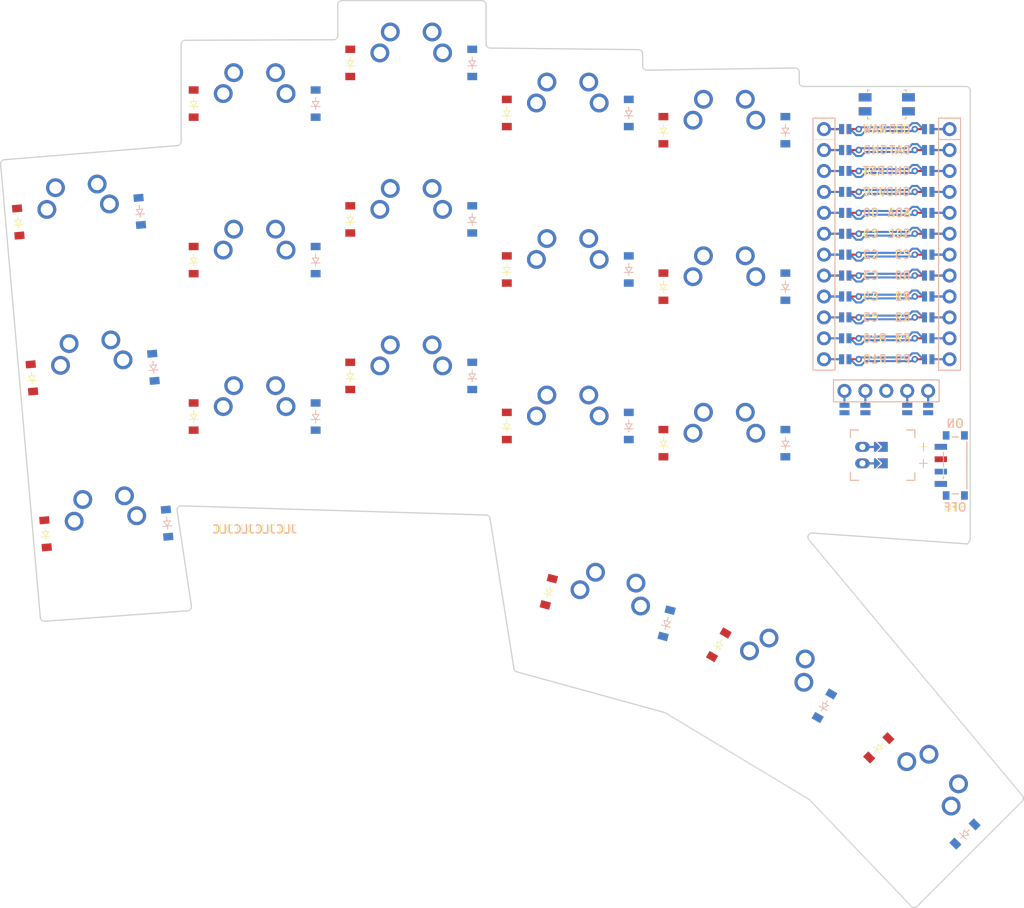
<source format=kicad_pcb>


(kicad_pcb
  (version 20240108)
  (generator "ergogen")
  (generator_version "4.1.0")
  (general
    (thickness 1.6)
    (legacy_teardrops no)
  )
  (paper "A3")
  (title_block
    (title "corney_island_wireless")
    (date "2024-04-30")
    (rev "0.2")
    (company "ceoloide")
  )

  (layers
    (0 "F.Cu" signal)
    (31 "B.Cu" signal)
    (32 "B.Adhes" user "B.Adhesive")
    (33 "F.Adhes" user "F.Adhesive")
    (34 "B.Paste" user)
    (35 "F.Paste" user)
    (36 "B.SilkS" user "B.Silkscreen")
    (37 "F.SilkS" user "F.Silkscreen")
    (38 "B.Mask" user)
    (39 "F.Mask" user)
    (40 "Dwgs.User" user "User.Drawings")
    (41 "Cmts.User" user "User.Comments")
    (42 "Eco1.User" user "User.Eco1")
    (43 "Eco2.User" user "User.Eco2")
    (44 "Edge.Cuts" user)
    (45 "Margin" user)
    (46 "B.CrtYd" user "B.Courtyard")
    (47 "F.CrtYd" user "F.Courtyard")
    (48 "B.Fab" user)
    (49 "F.Fab" user)
  )

  (setup
    (pad_to_mask_clearance 0.05)
    (allow_soldermask_bridges_in_footprints no)
    (pcbplotparams
      (layerselection 0x00010fc_ffffffff)
      (plot_on_all_layers_selection 0x0000000_00000000)
      (disableapertmacros no)
      (usegerberextensions no)
      (usegerberattributes yes)
      (usegerberadvancedattributes yes)
      (creategerberjobfile yes)
      (dashed_line_dash_ratio 12.000000)
      (dashed_line_gap_ratio 3.000000)
      (svgprecision 4)
      (plotframeref no)
      (viasonmask no)
      (mode 1)
      (useauxorigin no)
      (hpglpennumber 1)
      (hpglpenspeed 20)
      (hpglpendiameter 15.000000)
      (pdf_front_fp_property_popups yes)
      (pdf_back_fp_property_popups yes)
      (dxfpolygonmode yes)
      (dxfimperialunits yes)
      (dxfusepcbnewfont yes)
      (psnegative no)
      (psa4output no)
      (plotreference yes)
      (plotvalue yes)
      (plotfptext yes)
      (plotinvisibletext no)
      (sketchpadsonfab no)
      (subtractmaskfromsilk no)
      (outputformat 1)
      (mirror no)
      (drillshape 1)
      (scaleselection 1)
      (outputdirectory "")
    )
  )

  (net 0 "")
(net 1 "C1")
(net 2 "pinky_bottom")
(net 3 "pinky_home")
(net 4 "pinky_top")
(net 5 "C2")
(net 6 "ring_bottom")
(net 7 "ring_home")
(net 8 "ring_top")
(net 9 "C3")
(net 10 "middle_bottom")
(net 11 "middle_home")
(net 12 "middle_top")
(net 13 "C4")
(net 14 "index_bottom")
(net 15 "index_home")
(net 16 "index_top")
(net 17 "C5")
(net 18 "inner_bottom")
(net 19 "inner_home")
(net 20 "inner_top")
(net 21 "near_home")
(net 22 "mid_home")
(net 23 "far_home")
(net 24 "R2")
(net 25 "R1")
(net 26 "R0")
(net 27 "R3")
(net 28 "RAW")
(net 29 "GND")
(net 30 "RST")
(net 31 "VCC")
(net 32 "C0")
(net 33 "P16")
(net 34 "P10")
(net 35 "LED")
(net 36 "DAT")
(net 37 "SDA")
(net 38 "SCL")
(net 39 "CS")
(net 40 "P9")
(net 41 "P101")
(net 42 "P102")
(net 43 "P107")
(net 44 "MCU1_24")
(net 45 "MCU1_1")
(net 46 "MCU1_23")
(net 47 "MCU1_2")
(net 48 "MCU1_22")
(net 49 "MCU1_3")
(net 50 "MCU1_21")
(net 51 "MCU1_4")
(net 52 "MCU1_20")
(net 53 "MCU1_5")
(net 54 "MCU1_19")
(net 55 "MCU1_6")
(net 56 "MCU1_18")
(net 57 "MCU1_7")
(net 58 "MCU1_17")
(net 59 "MCU1_8")
(net 60 "MCU1_16")
(net 61 "MCU1_9")
(net 62 "MCU1_15")
(net 63 "MCU1_10")
(net 64 "MCU1_14")
(net 65 "MCU1_11")
(net 66 "MCU1_13")
(net 67 "MCU1_12")
(net 68 "DISP1_1")
(net 69 "DISP1_2")
(net 70 "DISP1_4")
(net 71 "DISP1_5")
(net 72 "BAT_P")
(net 73 "JST1_1")
(net 74 "JST1_2")

  
  (module "ceoloide:mounting_hole_npth" (layer F.Cu) (tedit 5F1B9159)
      (at 107.384445 57.919590400000004 0)
      (fp_text reference "MH1" (at 0 2.55 0) (layer F.SilkS) hide (effects (font (size 1 1) (thickness 0.15))))
      (pad "" np_thru_hole circle (at 0 0 0) (size 4.3 4.3) (drill 4.3) (layers *.Cu *.Mask))
  )
  

  (module "ceoloide:mounting_hole_npth" (layer F.Cu) (tedit 5F1B9159)
      (at 108.384445 76.9195904 0)
      (fp_text reference "MH2" (at 0 2.55 0) (layer F.SilkS) hide (effects (font (size 1 1) (thickness 0.15))))
      (pad "" np_thru_hole circle (at 0 0 0) (size 4.3 4.3) (drill 4.3) (layers *.Cu *.Mask))
  )
  

  (module "ceoloide:mounting_hole_npth" (layer F.Cu) (tedit 5F1B9159)
      (at 165.35244509999998 60.01059040000001 0)
      (fp_text reference "MH3" (at 0 2.55 0) (layer F.SilkS) hide (effects (font (size 1 1) (thickness 0.15))))
      (pad "" np_thru_hole circle (at 0 0 0) (size 4.3 4.3) (drill 4.3) (layers *.Cu *.Mask))
  )
  

  (module "ceoloide:mounting_hole_npth" (layer F.Cu) (tedit 5F1B9159)
      (at 150.1570461 99.4324716 -15)
      (fp_text reference "MH4" (at 0 2.55 -15) (layer F.SilkS) hide (effects (font (size 1 1) (thickness 0.15))))
      (pad "" np_thru_hole circle (at 0 0 -15) (size 4.3 4.3) (drill 4.3) (layers *.Cu *.Mask))
  )
  

  (module "ceoloide:mounting_hole_npth" (layer F.Cu) (tedit 5F1B9159)
      (at 189.8298246 123.3510864 -30)
      (fp_text reference "MH5" (at 0 2.55 -30) (layer F.SilkS) hide (effects (font (size 1 1) (thickness 0.15))))
      (pad "" np_thru_hole circle (at 0 0 -30) (size 4.3 4.3) (drill 4.3) (layers *.Cu *.Mask))
  )
  

        
      (module MX (layer F.Cu) (tedit 5DD4F656)
      (at 100 100 5)

      
      (fp_text reference "S1" (at 0 0) (layer F.SilkS) hide (effects (font (size 1.27 1.27) (thickness 0.15))))
      (fp_text value "" (at 0 0) (layer F.SilkS) hide (effects (font (size 1.27 1.27) (thickness 0.15))))

      
      (fp_line (start -7 -6) (end -7 -7) (layer Dwgs.User) (width 0.15))
      (fp_line (start -7 7) (end -6 7) (layer Dwgs.User) (width 0.15))
      (fp_line (start -6 -7) (end -7 -7) (layer Dwgs.User) (width 0.15))
      (fp_line (start -7 7) (end -7 6) (layer Dwgs.User) (width 0.15))
      (fp_line (start 7 6) (end 7 7) (layer Dwgs.User) (width 0.15))
      (fp_line (start 7 -7) (end 6 -7) (layer Dwgs.User) (width 0.15))
      (fp_line (start 6 7) (end 7 7) (layer Dwgs.User) (width 0.15))
      (fp_line (start 7 -7) (end 7 -6) (layer Dwgs.User) (width 0.15))
    
      
      (pad "" np_thru_hole circle (at 0 0) (size 3.9878 3.9878) (drill 3.9878) (layers *.Cu *.Mask))

      
      (pad "" np_thru_hole circle (at 5.08 0) (size 1.7018 1.7018) (drill 1.7018) (layers *.Cu *.Mask))
      (pad "" np_thru_hole circle (at -5.08 0) (size 1.7018 1.7018) (drill 1.7018) (layers *.Cu *.Mask))
      
        
        
            
            (pad 1 thru_hole circle (at 2.54 -5.08) (size 2.286 2.286) (drill 1.4986) (layers *.Cu *.Mask) (net 1 "C1"))
            (pad 2 thru_hole circle (at -3.81 -2.54) (size 2.286 2.286) (drill 1.4986) (layers *.Cu *.Mask) (net 2 "pinky_bottom"))
          
        
            
            (pad 1 thru_hole circle (at -2.54 -5.08) (size 2.286 2.286) (drill 1.4986) (layers *.Cu *.Mask) (net 1 "C1"))
            (pad 2 thru_hole circle (at 3.81 -2.54) (size 2.286 2.286) (drill 1.4986) (layers *.Cu *.Mask) (net 2 "pinky_bottom"))
          )
        

        
      (module MX (layer F.Cu) (tedit 5DD4F656)
      (at 98.3440409 81.0723007 5)

      
      (fp_text reference "S2" (at 0 0) (layer F.SilkS) hide (effects (font (size 1.27 1.27) (thickness 0.15))))
      (fp_text value "" (at 0 0) (layer F.SilkS) hide (effects (font (size 1.27 1.27) (thickness 0.15))))

      
      (fp_line (start -7 -6) (end -7 -7) (layer Dwgs.User) (width 0.15))
      (fp_line (start -7 7) (end -6 7) (layer Dwgs.User) (width 0.15))
      (fp_line (start -6 -7) (end -7 -7) (layer Dwgs.User) (width 0.15))
      (fp_line (start -7 7) (end -7 6) (layer Dwgs.User) (width 0.15))
      (fp_line (start 7 6) (end 7 7) (layer Dwgs.User) (width 0.15))
      (fp_line (start 7 -7) (end 6 -7) (layer Dwgs.User) (width 0.15))
      (fp_line (start 6 7) (end 7 7) (layer Dwgs.User) (width 0.15))
      (fp_line (start 7 -7) (end 7 -6) (layer Dwgs.User) (width 0.15))
    
      
      (pad "" np_thru_hole circle (at 0 0) (size 3.9878 3.9878) (drill 3.9878) (layers *.Cu *.Mask))

      
      (pad "" np_thru_hole circle (at 5.08 0) (size 1.7018 1.7018) (drill 1.7018) (layers *.Cu *.Mask))
      (pad "" np_thru_hole circle (at -5.08 0) (size 1.7018 1.7018) (drill 1.7018) (layers *.Cu *.Mask))
      
        
        
            
            (pad 1 thru_hole circle (at 2.54 -5.08) (size 2.286 2.286) (drill 1.4986) (layers *.Cu *.Mask) (net 1 "C1"))
            (pad 2 thru_hole circle (at -3.81 -2.54) (size 2.286 2.286) (drill 1.4986) (layers *.Cu *.Mask) (net 3 "pinky_home"))
          
        
            
            (pad 1 thru_hole circle (at -2.54 -5.08) (size 2.286 2.286) (drill 1.4986) (layers *.Cu *.Mask) (net 1 "C1"))
            (pad 2 thru_hole circle (at 3.81 -2.54) (size 2.286 2.286) (drill 1.4986) (layers *.Cu *.Mask) (net 3 "pinky_home"))
          )
        

        
      (module MX (layer F.Cu) (tedit 5DD4F656)
      (at 96.68808179999999 62.1446014 5)

      
      (fp_text reference "S3" (at 0 0) (layer F.SilkS) hide (effects (font (size 1.27 1.27) (thickness 0.15))))
      (fp_text value "" (at 0 0) (layer F.SilkS) hide (effects (font (size 1.27 1.27) (thickness 0.15))))

      
      (fp_line (start -7 -6) (end -7 -7) (layer Dwgs.User) (width 0.15))
      (fp_line (start -7 7) (end -6 7) (layer Dwgs.User) (width 0.15))
      (fp_line (start -6 -7) (end -7 -7) (layer Dwgs.User) (width 0.15))
      (fp_line (start -7 7) (end -7 6) (layer Dwgs.User) (width 0.15))
      (fp_line (start 7 6) (end 7 7) (layer Dwgs.User) (width 0.15))
      (fp_line (start 7 -7) (end 6 -7) (layer Dwgs.User) (width 0.15))
      (fp_line (start 6 7) (end 7 7) (layer Dwgs.User) (width 0.15))
      (fp_line (start 7 -7) (end 7 -6) (layer Dwgs.User) (width 0.15))
    
      
      (pad "" np_thru_hole circle (at 0 0) (size 3.9878 3.9878) (drill 3.9878) (layers *.Cu *.Mask))

      
      (pad "" np_thru_hole circle (at 5.08 0) (size 1.7018 1.7018) (drill 1.7018) (layers *.Cu *.Mask))
      (pad "" np_thru_hole circle (at -5.08 0) (size 1.7018 1.7018) (drill 1.7018) (layers *.Cu *.Mask))
      
        
        
            
            (pad 1 thru_hole circle (at 2.54 -5.08) (size 2.286 2.286) (drill 1.4986) (layers *.Cu *.Mask) (net 1 "C1"))
            (pad 2 thru_hole circle (at -3.81 -2.54) (size 2.286 2.286) (drill 1.4986) (layers *.Cu *.Mask) (net 4 "pinky_top"))
          
        
            
            (pad 1 thru_hole circle (at -2.54 -5.08) (size 2.286 2.286) (drill 1.4986) (layers *.Cu *.Mask) (net 1 "C1"))
            (pad 2 thru_hole circle (at 3.81 -2.54) (size 2.286 2.286) (drill 1.4986) (layers *.Cu *.Mask) (net 4 "pinky_top"))
          )
        

        
      (module MX (layer F.Cu) (tedit 5DD4F656)
      (at 117.884445 86.4195904 0)

      
      (fp_text reference "S4" (at 0 0) (layer F.SilkS) hide (effects (font (size 1.27 1.27) (thickness 0.15))))
      (fp_text value "" (at 0 0) (layer F.SilkS) hide (effects (font (size 1.27 1.27) (thickness 0.15))))

      
      (fp_line (start -7 -6) (end -7 -7) (layer Dwgs.User) (width 0.15))
      (fp_line (start -7 7) (end -6 7) (layer Dwgs.User) (width 0.15))
      (fp_line (start -6 -7) (end -7 -7) (layer Dwgs.User) (width 0.15))
      (fp_line (start -7 7) (end -7 6) (layer Dwgs.User) (width 0.15))
      (fp_line (start 7 6) (end 7 7) (layer Dwgs.User) (width 0.15))
      (fp_line (start 7 -7) (end 6 -7) (layer Dwgs.User) (width 0.15))
      (fp_line (start 6 7) (end 7 7) (layer Dwgs.User) (width 0.15))
      (fp_line (start 7 -7) (end 7 -6) (layer Dwgs.User) (width 0.15))
    
      
      (pad "" np_thru_hole circle (at 0 0) (size 3.9878 3.9878) (drill 3.9878) (layers *.Cu *.Mask))

      
      (pad "" np_thru_hole circle (at 5.08 0) (size 1.7018 1.7018) (drill 1.7018) (layers *.Cu *.Mask))
      (pad "" np_thru_hole circle (at -5.08 0) (size 1.7018 1.7018) (drill 1.7018) (layers *.Cu *.Mask))
      
        
        
            
            (pad 1 thru_hole circle (at 2.54 -5.08) (size 2.286 2.286) (drill 1.4986) (layers *.Cu *.Mask) (net 5 "C2"))
            (pad 2 thru_hole circle (at -3.81 -2.54) (size 2.286 2.286) (drill 1.4986) (layers *.Cu *.Mask) (net 6 "ring_bottom"))
          
        
            
            (pad 1 thru_hole circle (at -2.54 -5.08) (size 2.286 2.286) (drill 1.4986) (layers *.Cu *.Mask) (net 5 "C2"))
            (pad 2 thru_hole circle (at 3.81 -2.54) (size 2.286 2.286) (drill 1.4986) (layers *.Cu *.Mask) (net 6 "ring_bottom"))
          )
        

        
      (module MX (layer F.Cu) (tedit 5DD4F656)
      (at 117.884445 67.4195904 0)

      
      (fp_text reference "S5" (at 0 0) (layer F.SilkS) hide (effects (font (size 1.27 1.27) (thickness 0.15))))
      (fp_text value "" (at 0 0) (layer F.SilkS) hide (effects (font (size 1.27 1.27) (thickness 0.15))))

      
      (fp_line (start -7 -6) (end -7 -7) (layer Dwgs.User) (width 0.15))
      (fp_line (start -7 7) (end -6 7) (layer Dwgs.User) (width 0.15))
      (fp_line (start -6 -7) (end -7 -7) (layer Dwgs.User) (width 0.15))
      (fp_line (start -7 7) (end -7 6) (layer Dwgs.User) (width 0.15))
      (fp_line (start 7 6) (end 7 7) (layer Dwgs.User) (width 0.15))
      (fp_line (start 7 -7) (end 6 -7) (layer Dwgs.User) (width 0.15))
      (fp_line (start 6 7) (end 7 7) (layer Dwgs.User) (width 0.15))
      (fp_line (start 7 -7) (end 7 -6) (layer Dwgs.User) (width 0.15))
    
      
      (pad "" np_thru_hole circle (at 0 0) (size 3.9878 3.9878) (drill 3.9878) (layers *.Cu *.Mask))

      
      (pad "" np_thru_hole circle (at 5.08 0) (size 1.7018 1.7018) (drill 1.7018) (layers *.Cu *.Mask))
      (pad "" np_thru_hole circle (at -5.08 0) (size 1.7018 1.7018) (drill 1.7018) (layers *.Cu *.Mask))
      
        
        
            
            (pad 1 thru_hole circle (at 2.54 -5.08) (size 2.286 2.286) (drill 1.4986) (layers *.Cu *.Mask) (net 5 "C2"))
            (pad 2 thru_hole circle (at -3.81 -2.54) (size 2.286 2.286) (drill 1.4986) (layers *.Cu *.Mask) (net 7 "ring_home"))
          
        
            
            (pad 1 thru_hole circle (at -2.54 -5.08) (size 2.286 2.286) (drill 1.4986) (layers *.Cu *.Mask) (net 5 "C2"))
            (pad 2 thru_hole circle (at 3.81 -2.54) (size 2.286 2.286) (drill 1.4986) (layers *.Cu *.Mask) (net 7 "ring_home"))
          )
        

        
      (module MX (layer F.Cu) (tedit 5DD4F656)
      (at 117.884445 48.419590400000004 0)

      
      (fp_text reference "S6" (at 0 0) (layer F.SilkS) hide (effects (font (size 1.27 1.27) (thickness 0.15))))
      (fp_text value "" (at 0 0) (layer F.SilkS) hide (effects (font (size 1.27 1.27) (thickness 0.15))))

      
      (fp_line (start -7 -6) (end -7 -7) (layer Dwgs.User) (width 0.15))
      (fp_line (start -7 7) (end -6 7) (layer Dwgs.User) (width 0.15))
      (fp_line (start -6 -7) (end -7 -7) (layer Dwgs.User) (width 0.15))
      (fp_line (start -7 7) (end -7 6) (layer Dwgs.User) (width 0.15))
      (fp_line (start 7 6) (end 7 7) (layer Dwgs.User) (width 0.15))
      (fp_line (start 7 -7) (end 6 -7) (layer Dwgs.User) (width 0.15))
      (fp_line (start 6 7) (end 7 7) (layer Dwgs.User) (width 0.15))
      (fp_line (start 7 -7) (end 7 -6) (layer Dwgs.User) (width 0.15))
    
      
      (pad "" np_thru_hole circle (at 0 0) (size 3.9878 3.9878) (drill 3.9878) (layers *.Cu *.Mask))

      
      (pad "" np_thru_hole circle (at 5.08 0) (size 1.7018 1.7018) (drill 1.7018) (layers *.Cu *.Mask))
      (pad "" np_thru_hole circle (at -5.08 0) (size 1.7018 1.7018) (drill 1.7018) (layers *.Cu *.Mask))
      
        
        
            
            (pad 1 thru_hole circle (at 2.54 -5.08) (size 2.286 2.286) (drill 1.4986) (layers *.Cu *.Mask) (net 5 "C2"))
            (pad 2 thru_hole circle (at -3.81 -2.54) (size 2.286 2.286) (drill 1.4986) (layers *.Cu *.Mask) (net 8 "ring_top"))
          
        
            
            (pad 1 thru_hole circle (at -2.54 -5.08) (size 2.286 2.286) (drill 1.4986) (layers *.Cu *.Mask) (net 5 "C2"))
            (pad 2 thru_hole circle (at 3.81 -2.54) (size 2.286 2.286) (drill 1.4986) (layers *.Cu *.Mask) (net 8 "ring_top"))
          )
        

        
      (module MX (layer F.Cu) (tedit 5DD4F656)
      (at 136.884445 81.4795903 0)

      
      (fp_text reference "S7" (at 0 0) (layer F.SilkS) hide (effects (font (size 1.27 1.27) (thickness 0.15))))
      (fp_text value "" (at 0 0) (layer F.SilkS) hide (effects (font (size 1.27 1.27) (thickness 0.15))))

      
      (fp_line (start -7 -6) (end -7 -7) (layer Dwgs.User) (width 0.15))
      (fp_line (start -7 7) (end -6 7) (layer Dwgs.User) (width 0.15))
      (fp_line (start -6 -7) (end -7 -7) (layer Dwgs.User) (width 0.15))
      (fp_line (start -7 7) (end -7 6) (layer Dwgs.User) (width 0.15))
      (fp_line (start 7 6) (end 7 7) (layer Dwgs.User) (width 0.15))
      (fp_line (start 7 -7) (end 6 -7) (layer Dwgs.User) (width 0.15))
      (fp_line (start 6 7) (end 7 7) (layer Dwgs.User) (width 0.15))
      (fp_line (start 7 -7) (end 7 -6) (layer Dwgs.User) (width 0.15))
    
      
      (pad "" np_thru_hole circle (at 0 0) (size 3.9878 3.9878) (drill 3.9878) (layers *.Cu *.Mask))

      
      (pad "" np_thru_hole circle (at 5.08 0) (size 1.7018 1.7018) (drill 1.7018) (layers *.Cu *.Mask))
      (pad "" np_thru_hole circle (at -5.08 0) (size 1.7018 1.7018) (drill 1.7018) (layers *.Cu *.Mask))
      
        
        
            
            (pad 1 thru_hole circle (at 2.54 -5.08) (size 2.286 2.286) (drill 1.4986) (layers *.Cu *.Mask) (net 9 "C3"))
            (pad 2 thru_hole circle (at -3.81 -2.54) (size 2.286 2.286) (drill 1.4986) (layers *.Cu *.Mask) (net 10 "middle_bottom"))
          
        
            
            (pad 1 thru_hole circle (at -2.54 -5.08) (size 2.286 2.286) (drill 1.4986) (layers *.Cu *.Mask) (net 9 "C3"))
            (pad 2 thru_hole circle (at 3.81 -2.54) (size 2.286 2.286) (drill 1.4986) (layers *.Cu *.Mask) (net 10 "middle_bottom"))
          )
        

        
      (module MX (layer F.Cu) (tedit 5DD4F656)
      (at 136.884445 62.4795903 0)

      
      (fp_text reference "S8" (at 0 0) (layer F.SilkS) hide (effects (font (size 1.27 1.27) (thickness 0.15))))
      (fp_text value "" (at 0 0) (layer F.SilkS) hide (effects (font (size 1.27 1.27) (thickness 0.15))))

      
      (fp_line (start -7 -6) (end -7 -7) (layer Dwgs.User) (width 0.15))
      (fp_line (start -7 7) (end -6 7) (layer Dwgs.User) (width 0.15))
      (fp_line (start -6 -7) (end -7 -7) (layer Dwgs.User) (width 0.15))
      (fp_line (start -7 7) (end -7 6) (layer Dwgs.User) (width 0.15))
      (fp_line (start 7 6) (end 7 7) (layer Dwgs.User) (width 0.15))
      (fp_line (start 7 -7) (end 6 -7) (layer Dwgs.User) (width 0.15))
      (fp_line (start 6 7) (end 7 7) (layer Dwgs.User) (width 0.15))
      (fp_line (start 7 -7) (end 7 -6) (layer Dwgs.User) (width 0.15))
    
      
      (pad "" np_thru_hole circle (at 0 0) (size 3.9878 3.9878) (drill 3.9878) (layers *.Cu *.Mask))

      
      (pad "" np_thru_hole circle (at 5.08 0) (size 1.7018 1.7018) (drill 1.7018) (layers *.Cu *.Mask))
      (pad "" np_thru_hole circle (at -5.08 0) (size 1.7018 1.7018) (drill 1.7018) (layers *.Cu *.Mask))
      
        
        
            
            (pad 1 thru_hole circle (at 2.54 -5.08) (size 2.286 2.286) (drill 1.4986) (layers *.Cu *.Mask) (net 9 "C3"))
            (pad 2 thru_hole circle (at -3.81 -2.54) (size 2.286 2.286) (drill 1.4986) (layers *.Cu *.Mask) (net 11 "middle_home"))
          
        
            
            (pad 1 thru_hole circle (at -2.54 -5.08) (size 2.286 2.286) (drill 1.4986) (layers *.Cu *.Mask) (net 9 "C3"))
            (pad 2 thru_hole circle (at 3.81 -2.54) (size 2.286 2.286) (drill 1.4986) (layers *.Cu *.Mask) (net 11 "middle_home"))
          )
        

        
      (module MX (layer F.Cu) (tedit 5DD4F656)
      (at 136.884445 43.4795903 0)

      
      (fp_text reference "S9" (at 0 0) (layer F.SilkS) hide (effects (font (size 1.27 1.27) (thickness 0.15))))
      (fp_text value "" (at 0 0) (layer F.SilkS) hide (effects (font (size 1.27 1.27) (thickness 0.15))))

      
      (fp_line (start -7 -6) (end -7 -7) (layer Dwgs.User) (width 0.15))
      (fp_line (start -7 7) (end -6 7) (layer Dwgs.User) (width 0.15))
      (fp_line (start -6 -7) (end -7 -7) (layer Dwgs.User) (width 0.15))
      (fp_line (start -7 7) (end -7 6) (layer Dwgs.User) (width 0.15))
      (fp_line (start 7 6) (end 7 7) (layer Dwgs.User) (width 0.15))
      (fp_line (start 7 -7) (end 6 -7) (layer Dwgs.User) (width 0.15))
      (fp_line (start 6 7) (end 7 7) (layer Dwgs.User) (width 0.15))
      (fp_line (start 7 -7) (end 7 -6) (layer Dwgs.User) (width 0.15))
    
      
      (pad "" np_thru_hole circle (at 0 0) (size 3.9878 3.9878) (drill 3.9878) (layers *.Cu *.Mask))

      
      (pad "" np_thru_hole circle (at 5.08 0) (size 1.7018 1.7018) (drill 1.7018) (layers *.Cu *.Mask))
      (pad "" np_thru_hole circle (at -5.08 0) (size 1.7018 1.7018) (drill 1.7018) (layers *.Cu *.Mask))
      
        
        
            
            (pad 1 thru_hole circle (at 2.54 -5.08) (size 2.286 2.286) (drill 1.4986) (layers *.Cu *.Mask) (net 9 "C3"))
            (pad 2 thru_hole circle (at -3.81 -2.54) (size 2.286 2.286) (drill 1.4986) (layers *.Cu *.Mask) (net 12 "middle_top"))
          
        
            
            (pad 1 thru_hole circle (at -2.54 -5.08) (size 2.286 2.286) (drill 1.4986) (layers *.Cu *.Mask) (net 9 "C3"))
            (pad 2 thru_hole circle (at 3.81 -2.54) (size 2.286 2.286) (drill 1.4986) (layers *.Cu *.Mask) (net 12 "middle_top"))
          )
        

        
      (module MX (layer F.Cu) (tedit 5DD4F656)
      (at 155.884445 87.5595904 0)

      
      (fp_text reference "S10" (at 0 0) (layer F.SilkS) hide (effects (font (size 1.27 1.27) (thickness 0.15))))
      (fp_text value "" (at 0 0) (layer F.SilkS) hide (effects (font (size 1.27 1.27) (thickness 0.15))))

      
      (fp_line (start -7 -6) (end -7 -7) (layer Dwgs.User) (width 0.15))
      (fp_line (start -7 7) (end -6 7) (layer Dwgs.User) (width 0.15))
      (fp_line (start -6 -7) (end -7 -7) (layer Dwgs.User) (width 0.15))
      (fp_line (start -7 7) (end -7 6) (layer Dwgs.User) (width 0.15))
      (fp_line (start 7 6) (end 7 7) (layer Dwgs.User) (width 0.15))
      (fp_line (start 7 -7) (end 6 -7) (layer Dwgs.User) (width 0.15))
      (fp_line (start 6 7) (end 7 7) (layer Dwgs.User) (width 0.15))
      (fp_line (start 7 -7) (end 7 -6) (layer Dwgs.User) (width 0.15))
    
      
      (pad "" np_thru_hole circle (at 0 0) (size 3.9878 3.9878) (drill 3.9878) (layers *.Cu *.Mask))

      
      (pad "" np_thru_hole circle (at 5.08 0) (size 1.7018 1.7018) (drill 1.7018) (layers *.Cu *.Mask))
      (pad "" np_thru_hole circle (at -5.08 0) (size 1.7018 1.7018) (drill 1.7018) (layers *.Cu *.Mask))
      
        
        
            
            (pad 1 thru_hole circle (at 2.54 -5.08) (size 2.286 2.286) (drill 1.4986) (layers *.Cu *.Mask) (net 13 "C4"))
            (pad 2 thru_hole circle (at -3.81 -2.54) (size 2.286 2.286) (drill 1.4986) (layers *.Cu *.Mask) (net 14 "index_bottom"))
          
        
            
            (pad 1 thru_hole circle (at -2.54 -5.08) (size 2.286 2.286) (drill 1.4986) (layers *.Cu *.Mask) (net 13 "C4"))
            (pad 2 thru_hole circle (at 3.81 -2.54) (size 2.286 2.286) (drill 1.4986) (layers *.Cu *.Mask) (net 14 "index_bottom"))
          )
        

        
      (module MX (layer F.Cu) (tedit 5DD4F656)
      (at 155.884445 68.5595904 0)

      
      (fp_text reference "S11" (at 0 0) (layer F.SilkS) hide (effects (font (size 1.27 1.27) (thickness 0.15))))
      (fp_text value "" (at 0 0) (layer F.SilkS) hide (effects (font (size 1.27 1.27) (thickness 0.15))))

      
      (fp_line (start -7 -6) (end -7 -7) (layer Dwgs.User) (width 0.15))
      (fp_line (start -7 7) (end -6 7) (layer Dwgs.User) (width 0.15))
      (fp_line (start -6 -7) (end -7 -7) (layer Dwgs.User) (width 0.15))
      (fp_line (start -7 7) (end -7 6) (layer Dwgs.User) (width 0.15))
      (fp_line (start 7 6) (end 7 7) (layer Dwgs.User) (width 0.15))
      (fp_line (start 7 -7) (end 6 -7) (layer Dwgs.User) (width 0.15))
      (fp_line (start 6 7) (end 7 7) (layer Dwgs.User) (width 0.15))
      (fp_line (start 7 -7) (end 7 -6) (layer Dwgs.User) (width 0.15))
    
      
      (pad "" np_thru_hole circle (at 0 0) (size 3.9878 3.9878) (drill 3.9878) (layers *.Cu *.Mask))

      
      (pad "" np_thru_hole circle (at 5.08 0) (size 1.7018 1.7018) (drill 1.7018) (layers *.Cu *.Mask))
      (pad "" np_thru_hole circle (at -5.08 0) (size 1.7018 1.7018) (drill 1.7018) (layers *.Cu *.Mask))
      
        
        
            
            (pad 1 thru_hole circle (at 2.54 -5.08) (size 2.286 2.286) (drill 1.4986) (layers *.Cu *.Mask) (net 13 "C4"))
            (pad 2 thru_hole circle (at -3.81 -2.54) (size 2.286 2.286) (drill 1.4986) (layers *.Cu *.Mask) (net 15 "index_home"))
          
        
            
            (pad 1 thru_hole circle (at -2.54 -5.08) (size 2.286 2.286) (drill 1.4986) (layers *.Cu *.Mask) (net 13 "C4"))
            (pad 2 thru_hole circle (at 3.81 -2.54) (size 2.286 2.286) (drill 1.4986) (layers *.Cu *.Mask) (net 15 "index_home"))
          )
        

        
      (module MX (layer F.Cu) (tedit 5DD4F656)
      (at 155.884445 49.559590400000005 0)

      
      (fp_text reference "S12" (at 0 0) (layer F.SilkS) hide (effects (font (size 1.27 1.27) (thickness 0.15))))
      (fp_text value "" (at 0 0) (layer F.SilkS) hide (effects (font (size 1.27 1.27) (thickness 0.15))))

      
      (fp_line (start -7 -6) (end -7 -7) (layer Dwgs.User) (width 0.15))
      (fp_line (start -7 7) (end -6 7) (layer Dwgs.User) (width 0.15))
      (fp_line (start -6 -7) (end -7 -7) (layer Dwgs.User) (width 0.15))
      (fp_line (start -7 7) (end -7 6) (layer Dwgs.User) (width 0.15))
      (fp_line (start 7 6) (end 7 7) (layer Dwgs.User) (width 0.15))
      (fp_line (start 7 -7) (end 6 -7) (layer Dwgs.User) (width 0.15))
      (fp_line (start 6 7) (end 7 7) (layer Dwgs.User) (width 0.15))
      (fp_line (start 7 -7) (end 7 -6) (layer Dwgs.User) (width 0.15))
    
      
      (pad "" np_thru_hole circle (at 0 0) (size 3.9878 3.9878) (drill 3.9878) (layers *.Cu *.Mask))

      
      (pad "" np_thru_hole circle (at 5.08 0) (size 1.7018 1.7018) (drill 1.7018) (layers *.Cu *.Mask))
      (pad "" np_thru_hole circle (at -5.08 0) (size 1.7018 1.7018) (drill 1.7018) (layers *.Cu *.Mask))
      
        
        
            
            (pad 1 thru_hole circle (at 2.54 -5.08) (size 2.286 2.286) (drill 1.4986) (layers *.Cu *.Mask) (net 13 "C4"))
            (pad 2 thru_hole circle (at -3.81 -2.54) (size 2.286 2.286) (drill 1.4986) (layers *.Cu *.Mask) (net 16 "index_top"))
          
        
            
            (pad 1 thru_hole circle (at -2.54 -5.08) (size 2.286 2.286) (drill 1.4986) (layers *.Cu *.Mask) (net 13 "C4"))
            (pad 2 thru_hole circle (at 3.81 -2.54) (size 2.286 2.286) (drill 1.4986) (layers *.Cu *.Mask) (net 16 "index_top"))
          )
        

        
      (module MX (layer F.Cu) (tedit 5DD4F656)
      (at 174.8844451 89.64959040000001 0)

      
      (fp_text reference "S13" (at 0 0) (layer F.SilkS) hide (effects (font (size 1.27 1.27) (thickness 0.15))))
      (fp_text value "" (at 0 0) (layer F.SilkS) hide (effects (font (size 1.27 1.27) (thickness 0.15))))

      
      (fp_line (start -7 -6) (end -7 -7) (layer Dwgs.User) (width 0.15))
      (fp_line (start -7 7) (end -6 7) (layer Dwgs.User) (width 0.15))
      (fp_line (start -6 -7) (end -7 -7) (layer Dwgs.User) (width 0.15))
      (fp_line (start -7 7) (end -7 6) (layer Dwgs.User) (width 0.15))
      (fp_line (start 7 6) (end 7 7) (layer Dwgs.User) (width 0.15))
      (fp_line (start 7 -7) (end 6 -7) (layer Dwgs.User) (width 0.15))
      (fp_line (start 6 7) (end 7 7) (layer Dwgs.User) (width 0.15))
      (fp_line (start 7 -7) (end 7 -6) (layer Dwgs.User) (width 0.15))
    
      
      (pad "" np_thru_hole circle (at 0 0) (size 3.9878 3.9878) (drill 3.9878) (layers *.Cu *.Mask))

      
      (pad "" np_thru_hole circle (at 5.08 0) (size 1.7018 1.7018) (drill 1.7018) (layers *.Cu *.Mask))
      (pad "" np_thru_hole circle (at -5.08 0) (size 1.7018 1.7018) (drill 1.7018) (layers *.Cu *.Mask))
      
        
        
            
            (pad 1 thru_hole circle (at 2.54 -5.08) (size 2.286 2.286) (drill 1.4986) (layers *.Cu *.Mask) (net 17 "C5"))
            (pad 2 thru_hole circle (at -3.81 -2.54) (size 2.286 2.286) (drill 1.4986) (layers *.Cu *.Mask) (net 18 "inner_bottom"))
          
        
            
            (pad 1 thru_hole circle (at -2.54 -5.08) (size 2.286 2.286) (drill 1.4986) (layers *.Cu *.Mask) (net 17 "C5"))
            (pad 2 thru_hole circle (at 3.81 -2.54) (size 2.286 2.286) (drill 1.4986) (layers *.Cu *.Mask) (net 18 "inner_bottom"))
          )
        

        
      (module MX (layer F.Cu) (tedit 5DD4F656)
      (at 174.8844451 70.64959040000001 0)

      
      (fp_text reference "S14" (at 0 0) (layer F.SilkS) hide (effects (font (size 1.27 1.27) (thickness 0.15))))
      (fp_text value "" (at 0 0) (layer F.SilkS) hide (effects (font (size 1.27 1.27) (thickness 0.15))))

      
      (fp_line (start -7 -6) (end -7 -7) (layer Dwgs.User) (width 0.15))
      (fp_line (start -7 7) (end -6 7) (layer Dwgs.User) (width 0.15))
      (fp_line (start -6 -7) (end -7 -7) (layer Dwgs.User) (width 0.15))
      (fp_line (start -7 7) (end -7 6) (layer Dwgs.User) (width 0.15))
      (fp_line (start 7 6) (end 7 7) (layer Dwgs.User) (width 0.15))
      (fp_line (start 7 -7) (end 6 -7) (layer Dwgs.User) (width 0.15))
      (fp_line (start 6 7) (end 7 7) (layer Dwgs.User) (width 0.15))
      (fp_line (start 7 -7) (end 7 -6) (layer Dwgs.User) (width 0.15))
    
      
      (pad "" np_thru_hole circle (at 0 0) (size 3.9878 3.9878) (drill 3.9878) (layers *.Cu *.Mask))

      
      (pad "" np_thru_hole circle (at 5.08 0) (size 1.7018 1.7018) (drill 1.7018) (layers *.Cu *.Mask))
      (pad "" np_thru_hole circle (at -5.08 0) (size 1.7018 1.7018) (drill 1.7018) (layers *.Cu *.Mask))
      
        
        
            
            (pad 1 thru_hole circle (at 2.54 -5.08) (size 2.286 2.286) (drill 1.4986) (layers *.Cu *.Mask) (net 17 "C5"))
            (pad 2 thru_hole circle (at -3.81 -2.54) (size 2.286 2.286) (drill 1.4986) (layers *.Cu *.Mask) (net 19 "inner_home"))
          
        
            
            (pad 1 thru_hole circle (at -2.54 -5.08) (size 2.286 2.286) (drill 1.4986) (layers *.Cu *.Mask) (net 17 "C5"))
            (pad 2 thru_hole circle (at 3.81 -2.54) (size 2.286 2.286) (drill 1.4986) (layers *.Cu *.Mask) (net 19 "inner_home"))
          )
        

        
      (module MX (layer F.Cu) (tedit 5DD4F656)
      (at 174.8844451 51.64959040000001 0)

      
      (fp_text reference "S15" (at 0 0) (layer F.SilkS) hide (effects (font (size 1.27 1.27) (thickness 0.15))))
      (fp_text value "" (at 0 0) (layer F.SilkS) hide (effects (font (size 1.27 1.27) (thickness 0.15))))

      
      (fp_line (start -7 -6) (end -7 -7) (layer Dwgs.User) (width 0.15))
      (fp_line (start -7 7) (end -6 7) (layer Dwgs.User) (width 0.15))
      (fp_line (start -6 -7) (end -7 -7) (layer Dwgs.User) (width 0.15))
      (fp_line (start -7 7) (end -7 6) (layer Dwgs.User) (width 0.15))
      (fp_line (start 7 6) (end 7 7) (layer Dwgs.User) (width 0.15))
      (fp_line (start 7 -7) (end 6 -7) (layer Dwgs.User) (width 0.15))
      (fp_line (start 6 7) (end 7 7) (layer Dwgs.User) (width 0.15))
      (fp_line (start 7 -7) (end 7 -6) (layer Dwgs.User) (width 0.15))
    
      
      (pad "" np_thru_hole circle (at 0 0) (size 3.9878 3.9878) (drill 3.9878) (layers *.Cu *.Mask))

      
      (pad "" np_thru_hole circle (at 5.08 0) (size 1.7018 1.7018) (drill 1.7018) (layers *.Cu *.Mask))
      (pad "" np_thru_hole circle (at -5.08 0) (size 1.7018 1.7018) (drill 1.7018) (layers *.Cu *.Mask))
      
        
        
            
            (pad 1 thru_hole circle (at 2.54 -5.08) (size 2.286 2.286) (drill 1.4986) (layers *.Cu *.Mask) (net 17 "C5"))
            (pad 2 thru_hole circle (at -3.81 -2.54) (size 2.286 2.286) (drill 1.4986) (layers *.Cu *.Mask) (net 20 "inner_top"))
          
        
            
            (pad 1 thru_hole circle (at -2.54 -5.08) (size 2.286 2.286) (drill 1.4986) (layers *.Cu *.Mask) (net 17 "C5"))
            (pad 2 thru_hole circle (at 3.81 -2.54) (size 2.286 2.286) (drill 1.4986) (layers *.Cu *.Mask) (net 20 "inner_top"))
          )
        

        
      (module MX (layer F.Cu) (tedit 5DD4F656)
      (at 160.384445 109.5595904 -15)

      
      (fp_text reference "S16" (at 0 0) (layer F.SilkS) hide (effects (font (size 1.27 1.27) (thickness 0.15))))
      (fp_text value "" (at 0 0) (layer F.SilkS) hide (effects (font (size 1.27 1.27) (thickness 0.15))))

      
      (fp_line (start -7 -6) (end -7 -7) (layer Dwgs.User) (width 0.15))
      (fp_line (start -7 7) (end -6 7) (layer Dwgs.User) (width 0.15))
      (fp_line (start -6 -7) (end -7 -7) (layer Dwgs.User) (width 0.15))
      (fp_line (start -7 7) (end -7 6) (layer Dwgs.User) (width 0.15))
      (fp_line (start 7 6) (end 7 7) (layer Dwgs.User) (width 0.15))
      (fp_line (start 7 -7) (end 6 -7) (layer Dwgs.User) (width 0.15))
      (fp_line (start 6 7) (end 7 7) (layer Dwgs.User) (width 0.15))
      (fp_line (start 7 -7) (end 7 -6) (layer Dwgs.User) (width 0.15))
    
      
      (pad "" np_thru_hole circle (at 0 0) (size 3.9878 3.9878) (drill 3.9878) (layers *.Cu *.Mask))

      
      (pad "" np_thru_hole circle (at 5.08 0) (size 1.7018 1.7018) (drill 1.7018) (layers *.Cu *.Mask))
      (pad "" np_thru_hole circle (at -5.08 0) (size 1.7018 1.7018) (drill 1.7018) (layers *.Cu *.Mask))
      
        
        
            
            (pad 1 thru_hole circle (at 2.54 -5.08) (size 2.286 2.286) (drill 1.4986) (layers *.Cu *.Mask) (net 9 "C3"))
            (pad 2 thru_hole circle (at -3.81 -2.54) (size 2.286 2.286) (drill 1.4986) (layers *.Cu *.Mask) (net 21 "near_home"))
          
        
            
            (pad 1 thru_hole circle (at -2.54 -5.08) (size 2.286 2.286) (drill 1.4986) (layers *.Cu *.Mask) (net 9 "C3"))
            (pad 2 thru_hole circle (at 3.81 -2.54) (size 2.286 2.286) (drill 1.4986) (layers *.Cu *.Mask) (net 21 "near_home"))
          )
        

        
      (module MX (layer F.Cu) (tedit 5DD4F656)
      (at 179.957135 117.6510864 -30)

      
      (fp_text reference "S17" (at 0 0) (layer F.SilkS) hide (effects (font (size 1.27 1.27) (thickness 0.15))))
      (fp_text value "" (at 0 0) (layer F.SilkS) hide (effects (font (size 1.27 1.27) (thickness 0.15))))

      
      (fp_line (start -7 -6) (end -7 -7) (layer Dwgs.User) (width 0.15))
      (fp_line (start -7 7) (end -6 7) (layer Dwgs.User) (width 0.15))
      (fp_line (start -6 -7) (end -7 -7) (layer Dwgs.User) (width 0.15))
      (fp_line (start -7 7) (end -7 6) (layer Dwgs.User) (width 0.15))
      (fp_line (start 7 6) (end 7 7) (layer Dwgs.User) (width 0.15))
      (fp_line (start 7 -7) (end 6 -7) (layer Dwgs.User) (width 0.15))
      (fp_line (start 6 7) (end 7 7) (layer Dwgs.User) (width 0.15))
      (fp_line (start 7 -7) (end 7 -6) (layer Dwgs.User) (width 0.15))
    
      
      (pad "" np_thru_hole circle (at 0 0) (size 3.9878 3.9878) (drill 3.9878) (layers *.Cu *.Mask))

      
      (pad "" np_thru_hole circle (at 5.08 0) (size 1.7018 1.7018) (drill 1.7018) (layers *.Cu *.Mask))
      (pad "" np_thru_hole circle (at -5.08 0) (size 1.7018 1.7018) (drill 1.7018) (layers *.Cu *.Mask))
      
        
        
            
            (pad 1 thru_hole circle (at 2.54 -5.08) (size 2.286 2.286) (drill 1.4986) (layers *.Cu *.Mask) (net 13 "C4"))
            (pad 2 thru_hole circle (at -3.81 -2.54) (size 2.286 2.286) (drill 1.4986) (layers *.Cu *.Mask) (net 22 "mid_home"))
          
        
            
            (pad 1 thru_hole circle (at -2.54 -5.08) (size 2.286 2.286) (drill 1.4986) (layers *.Cu *.Mask) (net 13 "C4"))
            (pad 2 thru_hole circle (at 3.81 -2.54) (size 2.286 2.286) (drill 1.4986) (layers *.Cu *.Mask) (net 22 "mid_home"))
          )
        

        
      (module MX (layer F.Cu) (tedit 5DD4F656)
      (at 197.9106636 131.4806626 -45)

      
      (fp_text reference "S18" (at 0 0) (layer F.SilkS) hide (effects (font (size 1.27 1.27) (thickness 0.15))))
      (fp_text value "" (at 0 0) (layer F.SilkS) hide (effects (font (size 1.27 1.27) (thickness 0.15))))

      
      (fp_line (start -7 -6) (end -7 -7) (layer Dwgs.User) (width 0.15))
      (fp_line (start -7 7) (end -6 7) (layer Dwgs.User) (width 0.15))
      (fp_line (start -6 -7) (end -7 -7) (layer Dwgs.User) (width 0.15))
      (fp_line (start -7 7) (end -7 6) (layer Dwgs.User) (width 0.15))
      (fp_line (start 7 6) (end 7 7) (layer Dwgs.User) (width 0.15))
      (fp_line (start 7 -7) (end 6 -7) (layer Dwgs.User) (width 0.15))
      (fp_line (start 6 7) (end 7 7) (layer Dwgs.User) (width 0.15))
      (fp_line (start 7 -7) (end 7 -6) (layer Dwgs.User) (width 0.15))
    
      
      (pad "" np_thru_hole circle (at 0 0) (size 3.9878 3.9878) (drill 3.9878) (layers *.Cu *.Mask))

      
      (pad "" np_thru_hole circle (at 5.08 0) (size 1.7018 1.7018) (drill 1.7018) (layers *.Cu *.Mask))
      (pad "" np_thru_hole circle (at -5.08 0) (size 1.7018 1.7018) (drill 1.7018) (layers *.Cu *.Mask))
      
        
        
            
            (pad 1 thru_hole circle (at 2.54 -5.08) (size 2.286 2.286) (drill 1.4986) (layers *.Cu *.Mask) (net 17 "C5"))
            (pad 2 thru_hole circle (at -3.81 -2.54) (size 2.286 2.286) (drill 1.4986) (layers *.Cu *.Mask) (net 23 "far_home"))
          
        
            
            (pad 1 thru_hole circle (at -2.54 -5.08) (size 2.286 2.286) (drill 1.4986) (layers *.Cu *.Mask) (net 17 "C5"))
            (pad 2 thru_hole circle (at 3.81 -2.54) (size 2.286 2.286) (drill 1.4986) (layers *.Cu *.Mask) (net 23 "far_home"))
          )
        

        (module "ceoloide:diode_tht_sod123" (layer B.Cu) (tedit 5B24D78E)
            (at 107.2563594 98.0350895 95)
            (fp_text reference "D1" (at 0 0 95) (layer B.SilkS) hide (effects (font (size 1.27 1.27) (thickness 0.15))))
        
            (fp_line (start 0.25 0) (end 0.75 0) (layer B.SilkS) (width 0.1))
            (fp_line (start 0.25 0.4) (end -0.35 0) (layer B.SilkS) (width 0.1))
            (fp_line (start 0.25 -0.4) (end 0.25 0.4) (layer B.SilkS) (width 0.1))
            (fp_line (start -0.35 0) (end 0.25 -0.4) (layer B.SilkS) (width 0.1))
            (fp_line (start -0.35 0) (end -0.35 0.55) (layer B.SilkS) (width 0.1))
            (fp_line (start -0.35 0) (end -0.35 -0.55) (layer B.SilkS) (width 0.1))
            (fp_line (start -0.75 0) (end -0.35 0) (layer B.SilkS) (width 0.1))
            (pad 2 smd rect (at 1.65 0 95) (size 0.9 1.2) (layers B.Cu B.Paste B.Mask) (net 2 "pinky_bottom"))
            (pad 1 smd rect (at -1.65 0 95) (size 0.9 1.2) (layers B.Cu B.Paste B.Mask) (net 24 "R2"))
        
        )
        

        (module "ceoloide:diode_tht_sod123" (layer B.Cu) (tedit 5B24D78E)
            (at 105.60040029999999 79.1073902 95)
            (fp_text reference "D2" (at 0 0 95) (layer B.SilkS) hide (effects (font (size 1.27 1.27) (thickness 0.15))))
        
            (fp_line (start 0.25 0) (end 0.75 0) (layer B.SilkS) (width 0.1))
            (fp_line (start 0.25 0.4) (end -0.35 0) (layer B.SilkS) (width 0.1))
            (fp_line (start 0.25 -0.4) (end 0.25 0.4) (layer B.SilkS) (width 0.1))
            (fp_line (start -0.35 0) (end 0.25 -0.4) (layer B.SilkS) (width 0.1))
            (fp_line (start -0.35 0) (end -0.35 0.55) (layer B.SilkS) (width 0.1))
            (fp_line (start -0.35 0) (end -0.35 -0.55) (layer B.SilkS) (width 0.1))
            (fp_line (start -0.75 0) (end -0.35 0) (layer B.SilkS) (width 0.1))
            (pad 2 smd rect (at 1.65 0 95) (size 0.9 1.2) (layers B.Cu B.Paste B.Mask) (net 3 "pinky_home"))
            (pad 1 smd rect (at -1.65 0 95) (size 0.9 1.2) (layers B.Cu B.Paste B.Mask) (net 25 "R1"))
        
        )
        

        (module "ceoloide:diode_tht_sod123" (layer B.Cu) (tedit 5B24D78E)
            (at 103.94444119999999 60.1796909 95)
            (fp_text reference "D3" (at 0 0 95) (layer B.SilkS) hide (effects (font (size 1.27 1.27) (thickness 0.15))))
        
            (fp_line (start 0.25 0) (end 0.75 0) (layer B.SilkS) (width 0.1))
            (fp_line (start 0.25 0.4) (end -0.35 0) (layer B.SilkS) (width 0.1))
            (fp_line (start 0.25 -0.4) (end 0.25 0.4) (layer B.SilkS) (width 0.1))
            (fp_line (start -0.35 0) (end 0.25 -0.4) (layer B.SilkS) (width 0.1))
            (fp_line (start -0.35 0) (end -0.35 0.55) (layer B.SilkS) (width 0.1))
            (fp_line (start -0.35 0) (end -0.35 -0.55) (layer B.SilkS) (width 0.1))
            (fp_line (start -0.75 0) (end -0.35 0) (layer B.SilkS) (width 0.1))
            (pad 2 smd rect (at 1.65 0 95) (size 0.9 1.2) (layers B.Cu B.Paste B.Mask) (net 4 "pinky_top"))
            (pad 1 smd rect (at -1.65 0 95) (size 0.9 1.2) (layers B.Cu B.Paste B.Mask) (net 26 "R0"))
        
        )
        

        (module "ceoloide:diode_tht_sod123" (layer B.Cu) (tedit 5B24D78E)
            (at 125.284445 85.0945904 90)
            (fp_text reference "D4" (at 0 0 90) (layer B.SilkS) hide (effects (font (size 1.27 1.27) (thickness 0.15))))
        
            (fp_line (start 0.25 0) (end 0.75 0) (layer B.SilkS) (width 0.1))
            (fp_line (start 0.25 0.4) (end -0.35 0) (layer B.SilkS) (width 0.1))
            (fp_line (start 0.25 -0.4) (end 0.25 0.4) (layer B.SilkS) (width 0.1))
            (fp_line (start -0.35 0) (end 0.25 -0.4) (layer B.SilkS) (width 0.1))
            (fp_line (start -0.35 0) (end -0.35 0.55) (layer B.SilkS) (width 0.1))
            (fp_line (start -0.35 0) (end -0.35 -0.55) (layer B.SilkS) (width 0.1))
            (fp_line (start -0.75 0) (end -0.35 0) (layer B.SilkS) (width 0.1))
            (pad 2 smd rect (at 1.65 0 90) (size 0.9 1.2) (layers B.Cu B.Paste B.Mask) (net 6 "ring_bottom"))
            (pad 1 smd rect (at -1.65 0 90) (size 0.9 1.2) (layers B.Cu B.Paste B.Mask) (net 24 "R2"))
        
        )
        

        (module "ceoloide:diode_tht_sod123" (layer B.Cu) (tedit 5B24D78E)
            (at 125.284445 66.0945904 90)
            (fp_text reference "D5" (at 0 0 90) (layer B.SilkS) hide (effects (font (size 1.27 1.27) (thickness 0.15))))
        
            (fp_line (start 0.25 0) (end 0.75 0) (layer B.SilkS) (width 0.1))
            (fp_line (start 0.25 0.4) (end -0.35 0) (layer B.SilkS) (width 0.1))
            (fp_line (start 0.25 -0.4) (end 0.25 0.4) (layer B.SilkS) (width 0.1))
            (fp_line (start -0.35 0) (end 0.25 -0.4) (layer B.SilkS) (width 0.1))
            (fp_line (start -0.35 0) (end -0.35 0.55) (layer B.SilkS) (width 0.1))
            (fp_line (start -0.35 0) (end -0.35 -0.55) (layer B.SilkS) (width 0.1))
            (fp_line (start -0.75 0) (end -0.35 0) (layer B.SilkS) (width 0.1))
            (pad 2 smd rect (at 1.65 0 90) (size 0.9 1.2) (layers B.Cu B.Paste B.Mask) (net 7 "ring_home"))
            (pad 1 smd rect (at -1.65 0 90) (size 0.9 1.2) (layers B.Cu B.Paste B.Mask) (net 25 "R1"))
        
        )
        

        (module "ceoloide:diode_tht_sod123" (layer B.Cu) (tedit 5B24D78E)
            (at 125.284445 47.0945904 90)
            (fp_text reference "D6" (at 0 0 90) (layer B.SilkS) hide (effects (font (size 1.27 1.27) (thickness 0.15))))
        
            (fp_line (start 0.25 0) (end 0.75 0) (layer B.SilkS) (width 0.1))
            (fp_line (start 0.25 0.4) (end -0.35 0) (layer B.SilkS) (width 0.1))
            (fp_line (start 0.25 -0.4) (end 0.25 0.4) (layer B.SilkS) (width 0.1))
            (fp_line (start -0.35 0) (end 0.25 -0.4) (layer B.SilkS) (width 0.1))
            (fp_line (start -0.35 0) (end -0.35 0.55) (layer B.SilkS) (width 0.1))
            (fp_line (start -0.35 0) (end -0.35 -0.55) (layer B.SilkS) (width 0.1))
            (fp_line (start -0.75 0) (end -0.35 0) (layer B.SilkS) (width 0.1))
            (pad 2 smd rect (at 1.65 0 90) (size 0.9 1.2) (layers B.Cu B.Paste B.Mask) (net 8 "ring_top"))
            (pad 1 smd rect (at -1.65 0 90) (size 0.9 1.2) (layers B.Cu B.Paste B.Mask) (net 26 "R0"))
        
        )
        

        (module "ceoloide:diode_tht_sod123" (layer B.Cu) (tedit 5B24D78E)
            (at 144.284445 80.1545903 90)
            (fp_text reference "D7" (at 0 0 90) (layer B.SilkS) hide (effects (font (size 1.27 1.27) (thickness 0.15))))
        
            (fp_line (start 0.25 0) (end 0.75 0) (layer B.SilkS) (width 0.1))
            (fp_line (start 0.25 0.4) (end -0.35 0) (layer B.SilkS) (width 0.1))
            (fp_line (start 0.25 -0.4) (end 0.25 0.4) (layer B.SilkS) (width 0.1))
            (fp_line (start -0.35 0) (end 0.25 -0.4) (layer B.SilkS) (width 0.1))
            (fp_line (start -0.35 0) (end -0.35 0.55) (layer B.SilkS) (width 0.1))
            (fp_line (start -0.35 0) (end -0.35 -0.55) (layer B.SilkS) (width 0.1))
            (fp_line (start -0.75 0) (end -0.35 0) (layer B.SilkS) (width 0.1))
            (pad 2 smd rect (at 1.65 0 90) (size 0.9 1.2) (layers B.Cu B.Paste B.Mask) (net 10 "middle_bottom"))
            (pad 1 smd rect (at -1.65 0 90) (size 0.9 1.2) (layers B.Cu B.Paste B.Mask) (net 24 "R2"))
        
        )
        

        (module "ceoloide:diode_tht_sod123" (layer B.Cu) (tedit 5B24D78E)
            (at 144.284445 61.154590299999995 90)
            (fp_text reference "D8" (at 0 0 90) (layer B.SilkS) hide (effects (font (size 1.27 1.27) (thickness 0.15))))
        
            (fp_line (start 0.25 0) (end 0.75 0) (layer B.SilkS) (width 0.1))
            (fp_line (start 0.25 0.4) (end -0.35 0) (layer B.SilkS) (width 0.1))
            (fp_line (start 0.25 -0.4) (end 0.25 0.4) (layer B.SilkS) (width 0.1))
            (fp_line (start -0.35 0) (end 0.25 -0.4) (layer B.SilkS) (width 0.1))
            (fp_line (start -0.35 0) (end -0.35 0.55) (layer B.SilkS) (width 0.1))
            (fp_line (start -0.35 0) (end -0.35 -0.55) (layer B.SilkS) (width 0.1))
            (fp_line (start -0.75 0) (end -0.35 0) (layer B.SilkS) (width 0.1))
            (pad 2 smd rect (at 1.65 0 90) (size 0.9 1.2) (layers B.Cu B.Paste B.Mask) (net 11 "middle_home"))
            (pad 1 smd rect (at -1.65 0 90) (size 0.9 1.2) (layers B.Cu B.Paste B.Mask) (net 25 "R1"))
        
        )
        

        (module "ceoloide:diode_tht_sod123" (layer B.Cu) (tedit 5B24D78E)
            (at 144.284445 42.154590299999995 90)
            (fp_text reference "D9" (at 0 0 90) (layer B.SilkS) hide (effects (font (size 1.27 1.27) (thickness 0.15))))
        
            (fp_line (start 0.25 0) (end 0.75 0) (layer B.SilkS) (width 0.1))
            (fp_line (start 0.25 0.4) (end -0.35 0) (layer B.SilkS) (width 0.1))
            (fp_line (start 0.25 -0.4) (end 0.25 0.4) (layer B.SilkS) (width 0.1))
            (fp_line (start -0.35 0) (end 0.25 -0.4) (layer B.SilkS) (width 0.1))
            (fp_line (start -0.35 0) (end -0.35 0.55) (layer B.SilkS) (width 0.1))
            (fp_line (start -0.35 0) (end -0.35 -0.55) (layer B.SilkS) (width 0.1))
            (fp_line (start -0.75 0) (end -0.35 0) (layer B.SilkS) (width 0.1))
            (pad 2 smd rect (at 1.65 0 90) (size 0.9 1.2) (layers B.Cu B.Paste B.Mask) (net 12 "middle_top"))
            (pad 1 smd rect (at -1.65 0 90) (size 0.9 1.2) (layers B.Cu B.Paste B.Mask) (net 26 "R0"))
        
        )
        

        (module "ceoloide:diode_tht_sod123" (layer B.Cu) (tedit 5B24D78E)
            (at 163.284445 86.2345904 90)
            (fp_text reference "D10" (at 0 0 90) (layer B.SilkS) hide (effects (font (size 1.27 1.27) (thickness 0.15))))
        
            (fp_line (start 0.25 0) (end 0.75 0) (layer B.SilkS) (width 0.1))
            (fp_line (start 0.25 0.4) (end -0.35 0) (layer B.SilkS) (width 0.1))
            (fp_line (start 0.25 -0.4) (end 0.25 0.4) (layer B.SilkS) (width 0.1))
            (fp_line (start -0.35 0) (end 0.25 -0.4) (layer B.SilkS) (width 0.1))
            (fp_line (start -0.35 0) (end -0.35 0.55) (layer B.SilkS) (width 0.1))
            (fp_line (start -0.35 0) (end -0.35 -0.55) (layer B.SilkS) (width 0.1))
            (fp_line (start -0.75 0) (end -0.35 0) (layer B.SilkS) (width 0.1))
            (pad 2 smd rect (at 1.65 0 90) (size 0.9 1.2) (layers B.Cu B.Paste B.Mask) (net 14 "index_bottom"))
            (pad 1 smd rect (at -1.65 0 90) (size 0.9 1.2) (layers B.Cu B.Paste B.Mask) (net 24 "R2"))
        
        )
        

        (module "ceoloide:diode_tht_sod123" (layer B.Cu) (tedit 5B24D78E)
            (at 163.284445 67.2345904 90)
            (fp_text reference "D11" (at 0 0 90) (layer B.SilkS) hide (effects (font (size 1.27 1.27) (thickness 0.15))))
        
            (fp_line (start 0.25 0) (end 0.75 0) (layer B.SilkS) (width 0.1))
            (fp_line (start 0.25 0.4) (end -0.35 0) (layer B.SilkS) (width 0.1))
            (fp_line (start 0.25 -0.4) (end 0.25 0.4) (layer B.SilkS) (width 0.1))
            (fp_line (start -0.35 0) (end 0.25 -0.4) (layer B.SilkS) (width 0.1))
            (fp_line (start -0.35 0) (end -0.35 0.55) (layer B.SilkS) (width 0.1))
            (fp_line (start -0.35 0) (end -0.35 -0.55) (layer B.SilkS) (width 0.1))
            (fp_line (start -0.75 0) (end -0.35 0) (layer B.SilkS) (width 0.1))
            (pad 2 smd rect (at 1.65 0 90) (size 0.9 1.2) (layers B.Cu B.Paste B.Mask) (net 15 "index_home"))
            (pad 1 smd rect (at -1.65 0 90) (size 0.9 1.2) (layers B.Cu B.Paste B.Mask) (net 25 "R1"))
        
        )
        

        (module "ceoloide:diode_tht_sod123" (layer B.Cu) (tedit 5B24D78E)
            (at 163.284445 48.2345904 90)
            (fp_text reference "D12" (at 0 0 90) (layer B.SilkS) hide (effects (font (size 1.27 1.27) (thickness 0.15))))
        
            (fp_line (start 0.25 0) (end 0.75 0) (layer B.SilkS) (width 0.1))
            (fp_line (start 0.25 0.4) (end -0.35 0) (layer B.SilkS) (width 0.1))
            (fp_line (start 0.25 -0.4) (end 0.25 0.4) (layer B.SilkS) (width 0.1))
            (fp_line (start -0.35 0) (end 0.25 -0.4) (layer B.SilkS) (width 0.1))
            (fp_line (start -0.35 0) (end -0.35 0.55) (layer B.SilkS) (width 0.1))
            (fp_line (start -0.35 0) (end -0.35 -0.55) (layer B.SilkS) (width 0.1))
            (fp_line (start -0.75 0) (end -0.35 0) (layer B.SilkS) (width 0.1))
            (pad 2 smd rect (at 1.65 0 90) (size 0.9 1.2) (layers B.Cu B.Paste B.Mask) (net 16 "index_top"))
            (pad 1 smd rect (at -1.65 0 90) (size 0.9 1.2) (layers B.Cu B.Paste B.Mask) (net 26 "R0"))
        
        )
        

        (module "ceoloide:diode_tht_sod123" (layer B.Cu) (tedit 5B24D78E)
            (at 182.2844451 88.3245904 90)
            (fp_text reference "D13" (at 0 0 90) (layer B.SilkS) hide (effects (font (size 1.27 1.27) (thickness 0.15))))
        
            (fp_line (start 0.25 0) (end 0.75 0) (layer B.SilkS) (width 0.1))
            (fp_line (start 0.25 0.4) (end -0.35 0) (layer B.SilkS) (width 0.1))
            (fp_line (start 0.25 -0.4) (end 0.25 0.4) (layer B.SilkS) (width 0.1))
            (fp_line (start -0.35 0) (end 0.25 -0.4) (layer B.SilkS) (width 0.1))
            (fp_line (start -0.35 0) (end -0.35 0.55) (layer B.SilkS) (width 0.1))
            (fp_line (start -0.35 0) (end -0.35 -0.55) (layer B.SilkS) (width 0.1))
            (fp_line (start -0.75 0) (end -0.35 0) (layer B.SilkS) (width 0.1))
            (pad 2 smd rect (at 1.65 0 90) (size 0.9 1.2) (layers B.Cu B.Paste B.Mask) (net 18 "inner_bottom"))
            (pad 1 smd rect (at -1.65 0 90) (size 0.9 1.2) (layers B.Cu B.Paste B.Mask) (net 24 "R2"))
        
        )
        

        (module "ceoloide:diode_tht_sod123" (layer B.Cu) (tedit 5B24D78E)
            (at 182.2844451 69.3245904 90)
            (fp_text reference "D14" (at 0 0 90) (layer B.SilkS) hide (effects (font (size 1.27 1.27) (thickness 0.15))))
        
            (fp_line (start 0.25 0) (end 0.75 0) (layer B.SilkS) (width 0.1))
            (fp_line (start 0.25 0.4) (end -0.35 0) (layer B.SilkS) (width 0.1))
            (fp_line (start 0.25 -0.4) (end 0.25 0.4) (layer B.SilkS) (width 0.1))
            (fp_line (start -0.35 0) (end 0.25 -0.4) (layer B.SilkS) (width 0.1))
            (fp_line (start -0.35 0) (end -0.35 0.55) (layer B.SilkS) (width 0.1))
            (fp_line (start -0.35 0) (end -0.35 -0.55) (layer B.SilkS) (width 0.1))
            (fp_line (start -0.75 0) (end -0.35 0) (layer B.SilkS) (width 0.1))
            (pad 2 smd rect (at 1.65 0 90) (size 0.9 1.2) (layers B.Cu B.Paste B.Mask) (net 19 "inner_home"))
            (pad 1 smd rect (at -1.65 0 90) (size 0.9 1.2) (layers B.Cu B.Paste B.Mask) (net 25 "R1"))
        
        )
        

        (module "ceoloide:diode_tht_sod123" (layer B.Cu) (tedit 5B24D78E)
            (at 182.2844451 50.324590400000005 90)
            (fp_text reference "D15" (at 0 0 90) (layer B.SilkS) hide (effects (font (size 1.27 1.27) (thickness 0.15))))
        
            (fp_line (start 0.25 0) (end 0.75 0) (layer B.SilkS) (width 0.1))
            (fp_line (start 0.25 0.4) (end -0.35 0) (layer B.SilkS) (width 0.1))
            (fp_line (start 0.25 -0.4) (end 0.25 0.4) (layer B.SilkS) (width 0.1))
            (fp_line (start -0.35 0) (end 0.25 -0.4) (layer B.SilkS) (width 0.1))
            (fp_line (start -0.35 0) (end -0.35 0.55) (layer B.SilkS) (width 0.1))
            (fp_line (start -0.35 0) (end -0.35 -0.55) (layer B.SilkS) (width 0.1))
            (fp_line (start -0.75 0) (end -0.35 0) (layer B.SilkS) (width 0.1))
            (pad 2 smd rect (at 1.65 0 90) (size 0.9 1.2) (layers B.Cu B.Paste B.Mask) (net 20 "inner_top"))
            (pad 1 smd rect (at -1.65 0 90) (size 0.9 1.2) (layers B.Cu B.Paste B.Mask) (net 26 "R0"))
        
        )
        

        (module "ceoloide:diode_tht_sod123" (layer B.Cu) (tedit 5B24D78E)
            (at 167.8752313 110.1949996 75)
            (fp_text reference "D16" (at 0 0 75) (layer B.SilkS) hide (effects (font (size 1.27 1.27) (thickness 0.15))))
        
            (fp_line (start 0.25 0) (end 0.75 0) (layer B.SilkS) (width 0.1))
            (fp_line (start 0.25 0.4) (end -0.35 0) (layer B.SilkS) (width 0.1))
            (fp_line (start 0.25 -0.4) (end 0.25 0.4) (layer B.SilkS) (width 0.1))
            (fp_line (start -0.35 0) (end 0.25 -0.4) (layer B.SilkS) (width 0.1))
            (fp_line (start -0.35 0) (end -0.35 0.55) (layer B.SilkS) (width 0.1))
            (fp_line (start -0.35 0) (end -0.35 -0.55) (layer B.SilkS) (width 0.1))
            (fp_line (start -0.75 0) (end -0.35 0) (layer B.SilkS) (width 0.1))
            (pad 2 smd rect (at 1.65 0 75) (size 0.9 1.2) (layers B.Cu B.Paste B.Mask) (net 21 "near_home"))
            (pad 1 smd rect (at -1.65 0 75) (size 0.9 1.2) (layers B.Cu B.Paste B.Mask) (net 27 "R3"))
        
        )
        

        (module "ceoloide:diode_tht_sod123" (layer B.Cu) (tedit 5B24D78E)
            (at 187.028223 120.20360269999999 60)
            (fp_text reference "D17" (at 0 0 60) (layer B.SilkS) hide (effects (font (size 1.27 1.27) (thickness 0.15))))
        
            (fp_line (start 0.25 0) (end 0.75 0) (layer B.SilkS) (width 0.1))
            (fp_line (start 0.25 0.4) (end -0.35 0) (layer B.SilkS) (width 0.1))
            (fp_line (start 0.25 -0.4) (end 0.25 0.4) (layer B.SilkS) (width 0.1))
            (fp_line (start -0.35 0) (end 0.25 -0.4) (layer B.SilkS) (width 0.1))
            (fp_line (start -0.35 0) (end -0.35 0.55) (layer B.SilkS) (width 0.1))
            (fp_line (start -0.35 0) (end -0.35 -0.55) (layer B.SilkS) (width 0.1))
            (fp_line (start -0.75 0) (end -0.35 0) (layer B.SilkS) (width 0.1))
            (pad 2 smd rect (at 1.65 0 60) (size 0.9 1.2) (layers B.Cu B.Paste B.Mask) (net 22 "mid_home"))
            (pad 1 smd rect (at -1.65 0 60) (size 0.9 1.2) (layers B.Cu B.Paste B.Mask) (net 27 "R3"))
        
        )
        

        (module "ceoloide:diode_tht_sod123" (layer B.Cu) (tedit 5B24D78E)
            (at 204.0801703 135.7763363 45)
            (fp_text reference "D18" (at 0 0 45) (layer B.SilkS) hide (effects (font (size 1.27 1.27) (thickness 0.15))))
        
            (fp_line (start 0.25 0) (end 0.75 0) (layer B.SilkS) (width 0.1))
            (fp_line (start 0.25 0.4) (end -0.35 0) (layer B.SilkS) (width 0.1))
            (fp_line (start 0.25 -0.4) (end 0.25 0.4) (layer B.SilkS) (width 0.1))
            (fp_line (start -0.35 0) (end 0.25 -0.4) (layer B.SilkS) (width 0.1))
            (fp_line (start -0.35 0) (end -0.35 0.55) (layer B.SilkS) (width 0.1))
            (fp_line (start -0.35 0) (end -0.35 -0.55) (layer B.SilkS) (width 0.1))
            (fp_line (start -0.75 0) (end -0.35 0) (layer B.SilkS) (width 0.1))
            (pad 2 smd rect (at 1.65 0 45) (size 0.9 1.2) (layers B.Cu B.Paste B.Mask) (net 23 "far_home"))
            (pad 1 smd rect (at -1.65 0 45) (size 0.9 1.2) (layers B.Cu B.Paste B.Mask) (net 27 "R3"))
        
        )
        

        (module "ceoloide:diode_tht_sod123" (layer F.Cu) (tedit 5B24D78E)
            (at 92.5126779 99.3249945 95)
            (fp_text reference "D19" (at 0 0 95) (layer F.SilkS) hide (effects (font (size 1.27 1.27) (thickness 0.15))))
        
            (fp_line (start 0.25 0) (end 0.75 0) (layer F.SilkS) (width 0.1))
            (fp_line (start 0.25 0.4) (end -0.35 0) (layer F.SilkS) (width 0.1))
            (fp_line (start 0.25 -0.4) (end 0.25 0.4) (layer F.SilkS) (width 0.1))
            (fp_line (start -0.35 0) (end 0.25 -0.4) (layer F.SilkS) (width 0.1))
            (fp_line (start -0.35 0) (end -0.35 0.55) (layer F.SilkS) (width 0.1))
            (fp_line (start -0.35 0) (end -0.35 -0.55) (layer F.SilkS) (width 0.1))
            (fp_line (start -0.75 0) (end -0.35 0) (layer F.SilkS) (width 0.1))
            (pad 1 smd rect (at -1.65 0 95) (size 0.9 1.2) (layers F.Cu F.Paste F.Mask) (net 24 "R2"))
            (pad 2 smd rect (at 1.65 0 95) (size 0.9 1.2) (layers F.Cu F.Paste F.Mask) (net 2 "pinky_bottom"))
        
        )
        

        (module "ceoloide:diode_tht_sod123" (layer F.Cu) (tedit 5B24D78E)
            (at 90.8567188 80.3972952 95)
            (fp_text reference "D20" (at 0 0 95) (layer F.SilkS) hide (effects (font (size 1.27 1.27) (thickness 0.15))))
        
            (fp_line (start 0.25 0) (end 0.75 0) (layer F.SilkS) (width 0.1))
            (fp_line (start 0.25 0.4) (end -0.35 0) (layer F.SilkS) (width 0.1))
            (fp_line (start 0.25 -0.4) (end 0.25 0.4) (layer F.SilkS) (width 0.1))
            (fp_line (start -0.35 0) (end 0.25 -0.4) (layer F.SilkS) (width 0.1))
            (fp_line (start -0.35 0) (end -0.35 0.55) (layer F.SilkS) (width 0.1))
            (fp_line (start -0.35 0) (end -0.35 -0.55) (layer F.SilkS) (width 0.1))
            (fp_line (start -0.75 0) (end -0.35 0) (layer F.SilkS) (width 0.1))
            (pad 1 smd rect (at -1.65 0 95) (size 0.9 1.2) (layers F.Cu F.Paste F.Mask) (net 25 "R1"))
            (pad 2 smd rect (at 1.65 0 95) (size 0.9 1.2) (layers F.Cu F.Paste F.Mask) (net 3 "pinky_home"))
        
        )
        

        (module "ceoloide:diode_tht_sod123" (layer F.Cu) (tedit 5B24D78E)
            (at 89.20075969999999 61.4695959 95)
            (fp_text reference "D21" (at 0 0 95) (layer F.SilkS) hide (effects (font (size 1.27 1.27) (thickness 0.15))))
        
            (fp_line (start 0.25 0) (end 0.75 0) (layer F.SilkS) (width 0.1))
            (fp_line (start 0.25 0.4) (end -0.35 0) (layer F.SilkS) (width 0.1))
            (fp_line (start 0.25 -0.4) (end 0.25 0.4) (layer F.SilkS) (width 0.1))
            (fp_line (start -0.35 0) (end 0.25 -0.4) (layer F.SilkS) (width 0.1))
            (fp_line (start -0.35 0) (end -0.35 0.55) (layer F.SilkS) (width 0.1))
            (fp_line (start -0.35 0) (end -0.35 -0.55) (layer F.SilkS) (width 0.1))
            (fp_line (start -0.75 0) (end -0.35 0) (layer F.SilkS) (width 0.1))
            (pad 1 smd rect (at -1.65 0 95) (size 0.9 1.2) (layers F.Cu F.Paste F.Mask) (net 26 "R0"))
            (pad 2 smd rect (at 1.65 0 95) (size 0.9 1.2) (layers F.Cu F.Paste F.Mask) (net 4 "pinky_top"))
        
        )
        

        (module "ceoloide:diode_tht_sod123" (layer F.Cu) (tedit 5B24D78E)
            (at 110.484445 85.0945904 90)
            (fp_text reference "D22" (at 0 0 90) (layer F.SilkS) hide (effects (font (size 1.27 1.27) (thickness 0.15))))
        
            (fp_line (start 0.25 0) (end 0.75 0) (layer F.SilkS) (width 0.1))
            (fp_line (start 0.25 0.4) (end -0.35 0) (layer F.SilkS) (width 0.1))
            (fp_line (start 0.25 -0.4) (end 0.25 0.4) (layer F.SilkS) (width 0.1))
            (fp_line (start -0.35 0) (end 0.25 -0.4) (layer F.SilkS) (width 0.1))
            (fp_line (start -0.35 0) (end -0.35 0.55) (layer F.SilkS) (width 0.1))
            (fp_line (start -0.35 0) (end -0.35 -0.55) (layer F.SilkS) (width 0.1))
            (fp_line (start -0.75 0) (end -0.35 0) (layer F.SilkS) (width 0.1))
            (pad 1 smd rect (at -1.65 0 90) (size 0.9 1.2) (layers F.Cu F.Paste F.Mask) (net 24 "R2"))
            (pad 2 smd rect (at 1.65 0 90) (size 0.9 1.2) (layers F.Cu F.Paste F.Mask) (net 6 "ring_bottom"))
        
        )
        

        (module "ceoloide:diode_tht_sod123" (layer F.Cu) (tedit 5B24D78E)
            (at 110.484445 66.0945904 90)
            (fp_text reference "D23" (at 0 0 90) (layer F.SilkS) hide (effects (font (size 1.27 1.27) (thickness 0.15))))
        
            (fp_line (start 0.25 0) (end 0.75 0) (layer F.SilkS) (width 0.1))
            (fp_line (start 0.25 0.4) (end -0.35 0) (layer F.SilkS) (width 0.1))
            (fp_line (start 0.25 -0.4) (end 0.25 0.4) (layer F.SilkS) (width 0.1))
            (fp_line (start -0.35 0) (end 0.25 -0.4) (layer F.SilkS) (width 0.1))
            (fp_line (start -0.35 0) (end -0.35 0.55) (layer F.SilkS) (width 0.1))
            (fp_line (start -0.35 0) (end -0.35 -0.55) (layer F.SilkS) (width 0.1))
            (fp_line (start -0.75 0) (end -0.35 0) (layer F.SilkS) (width 0.1))
            (pad 1 smd rect (at -1.65 0 90) (size 0.9 1.2) (layers F.Cu F.Paste F.Mask) (net 25 "R1"))
            (pad 2 smd rect (at 1.65 0 90) (size 0.9 1.2) (layers F.Cu F.Paste F.Mask) (net 7 "ring_home"))
        
        )
        

        (module "ceoloide:diode_tht_sod123" (layer F.Cu) (tedit 5B24D78E)
            (at 110.484445 47.0945904 90)
            (fp_text reference "D24" (at 0 0 90) (layer F.SilkS) hide (effects (font (size 1.27 1.27) (thickness 0.15))))
        
            (fp_line (start 0.25 0) (end 0.75 0) (layer F.SilkS) (width 0.1))
            (fp_line (start 0.25 0.4) (end -0.35 0) (layer F.SilkS) (width 0.1))
            (fp_line (start 0.25 -0.4) (end 0.25 0.4) (layer F.SilkS) (width 0.1))
            (fp_line (start -0.35 0) (end 0.25 -0.4) (layer F.SilkS) (width 0.1))
            (fp_line (start -0.35 0) (end -0.35 0.55) (layer F.SilkS) (width 0.1))
            (fp_line (start -0.35 0) (end -0.35 -0.55) (layer F.SilkS) (width 0.1))
            (fp_line (start -0.75 0) (end -0.35 0) (layer F.SilkS) (width 0.1))
            (pad 1 smd rect (at -1.65 0 90) (size 0.9 1.2) (layers F.Cu F.Paste F.Mask) (net 26 "R0"))
            (pad 2 smd rect (at 1.65 0 90) (size 0.9 1.2) (layers F.Cu F.Paste F.Mask) (net 8 "ring_top"))
        
        )
        

        (module "ceoloide:diode_tht_sod123" (layer F.Cu) (tedit 5B24D78E)
            (at 129.484445 80.1545903 90)
            (fp_text reference "D25" (at 0 0 90) (layer F.SilkS) hide (effects (font (size 1.27 1.27) (thickness 0.15))))
        
            (fp_line (start 0.25 0) (end 0.75 0) (layer F.SilkS) (width 0.1))
            (fp_line (start 0.25 0.4) (end -0.35 0) (layer F.SilkS) (width 0.1))
            (fp_line (start 0.25 -0.4) (end 0.25 0.4) (layer F.SilkS) (width 0.1))
            (fp_line (start -0.35 0) (end 0.25 -0.4) (layer F.SilkS) (width 0.1))
            (fp_line (start -0.35 0) (end -0.35 0.55) (layer F.SilkS) (width 0.1))
            (fp_line (start -0.35 0) (end -0.35 -0.55) (layer F.SilkS) (width 0.1))
            (fp_line (start -0.75 0) (end -0.35 0) (layer F.SilkS) (width 0.1))
            (pad 1 smd rect (at -1.65 0 90) (size 0.9 1.2) (layers F.Cu F.Paste F.Mask) (net 24 "R2"))
            (pad 2 smd rect (at 1.65 0 90) (size 0.9 1.2) (layers F.Cu F.Paste F.Mask) (net 10 "middle_bottom"))
        
        )
        

        (module "ceoloide:diode_tht_sod123" (layer F.Cu) (tedit 5B24D78E)
            (at 129.484445 61.154590299999995 90)
            (fp_text reference "D26" (at 0 0 90) (layer F.SilkS) hide (effects (font (size 1.27 1.27) (thickness 0.15))))
        
            (fp_line (start 0.25 0) (end 0.75 0) (layer F.SilkS) (width 0.1))
            (fp_line (start 0.25 0.4) (end -0.35 0) (layer F.SilkS) (width 0.1))
            (fp_line (start 0.25 -0.4) (end 0.25 0.4) (layer F.SilkS) (width 0.1))
            (fp_line (start -0.35 0) (end 0.25 -0.4) (layer F.SilkS) (width 0.1))
            (fp_line (start -0.35 0) (end -0.35 0.55) (layer F.SilkS) (width 0.1))
            (fp_line (start -0.35 0) (end -0.35 -0.55) (layer F.SilkS) (width 0.1))
            (fp_line (start -0.75 0) (end -0.35 0) (layer F.SilkS) (width 0.1))
            (pad 1 smd rect (at -1.65 0 90) (size 0.9 1.2) (layers F.Cu F.Paste F.Mask) (net 25 "R1"))
            (pad 2 smd rect (at 1.65 0 90) (size 0.9 1.2) (layers F.Cu F.Paste F.Mask) (net 11 "middle_home"))
        
        )
        

        (module "ceoloide:diode_tht_sod123" (layer F.Cu) (tedit 5B24D78E)
            (at 129.484445 42.154590299999995 90)
            (fp_text reference "D27" (at 0 0 90) (layer F.SilkS) hide (effects (font (size 1.27 1.27) (thickness 0.15))))
        
            (fp_line (start 0.25 0) (end 0.75 0) (layer F.SilkS) (width 0.1))
            (fp_line (start 0.25 0.4) (end -0.35 0) (layer F.SilkS) (width 0.1))
            (fp_line (start 0.25 -0.4) (end 0.25 0.4) (layer F.SilkS) (width 0.1))
            (fp_line (start -0.35 0) (end 0.25 -0.4) (layer F.SilkS) (width 0.1))
            (fp_line (start -0.35 0) (end -0.35 0.55) (layer F.SilkS) (width 0.1))
            (fp_line (start -0.35 0) (end -0.35 -0.55) (layer F.SilkS) (width 0.1))
            (fp_line (start -0.75 0) (end -0.35 0) (layer F.SilkS) (width 0.1))
            (pad 1 smd rect (at -1.65 0 90) (size 0.9 1.2) (layers F.Cu F.Paste F.Mask) (net 26 "R0"))
            (pad 2 smd rect (at 1.65 0 90) (size 0.9 1.2) (layers F.Cu F.Paste F.Mask) (net 12 "middle_top"))
        
        )
        

        (module "ceoloide:diode_tht_sod123" (layer F.Cu) (tedit 5B24D78E)
            (at 148.484445 86.2345904 90)
            (fp_text reference "D28" (at 0 0 90) (layer F.SilkS) hide (effects (font (size 1.27 1.27) (thickness 0.15))))
        
            (fp_line (start 0.25 0) (end 0.75 0) (layer F.SilkS) (width 0.1))
            (fp_line (start 0.25 0.4) (end -0.35 0) (layer F.SilkS) (width 0.1))
            (fp_line (start 0.25 -0.4) (end 0.25 0.4) (layer F.SilkS) (width 0.1))
            (fp_line (start -0.35 0) (end 0.25 -0.4) (layer F.SilkS) (width 0.1))
            (fp_line (start -0.35 0) (end -0.35 0.55) (layer F.SilkS) (width 0.1))
            (fp_line (start -0.35 0) (end -0.35 -0.55) (layer F.SilkS) (width 0.1))
            (fp_line (start -0.75 0) (end -0.35 0) (layer F.SilkS) (width 0.1))
            (pad 1 smd rect (at -1.65 0 90) (size 0.9 1.2) (layers F.Cu F.Paste F.Mask) (net 24 "R2"))
            (pad 2 smd rect (at 1.65 0 90) (size 0.9 1.2) (layers F.Cu F.Paste F.Mask) (net 14 "index_bottom"))
        
        )
        

        (module "ceoloide:diode_tht_sod123" (layer F.Cu) (tedit 5B24D78E)
            (at 148.484445 67.2345904 90)
            (fp_text reference "D29" (at 0 0 90) (layer F.SilkS) hide (effects (font (size 1.27 1.27) (thickness 0.15))))
        
            (fp_line (start 0.25 0) (end 0.75 0) (layer F.SilkS) (width 0.1))
            (fp_line (start 0.25 0.4) (end -0.35 0) (layer F.SilkS) (width 0.1))
            (fp_line (start 0.25 -0.4) (end 0.25 0.4) (layer F.SilkS) (width 0.1))
            (fp_line (start -0.35 0) (end 0.25 -0.4) (layer F.SilkS) (width 0.1))
            (fp_line (start -0.35 0) (end -0.35 0.55) (layer F.SilkS) (width 0.1))
            (fp_line (start -0.35 0) (end -0.35 -0.55) (layer F.SilkS) (width 0.1))
            (fp_line (start -0.75 0) (end -0.35 0) (layer F.SilkS) (width 0.1))
            (pad 1 smd rect (at -1.65 0 90) (size 0.9 1.2) (layers F.Cu F.Paste F.Mask) (net 25 "R1"))
            (pad 2 smd rect (at 1.65 0 90) (size 0.9 1.2) (layers F.Cu F.Paste F.Mask) (net 15 "index_home"))
        
        )
        

        (module "ceoloide:diode_tht_sod123" (layer F.Cu) (tedit 5B24D78E)
            (at 148.484445 48.2345904 90)
            (fp_text reference "D30" (at 0 0 90) (layer F.SilkS) hide (effects (font (size 1.27 1.27) (thickness 0.15))))
        
            (fp_line (start 0.25 0) (end 0.75 0) (layer F.SilkS) (width 0.1))
            (fp_line (start 0.25 0.4) (end -0.35 0) (layer F.SilkS) (width 0.1))
            (fp_line (start 0.25 -0.4) (end 0.25 0.4) (layer F.SilkS) (width 0.1))
            (fp_line (start -0.35 0) (end 0.25 -0.4) (layer F.SilkS) (width 0.1))
            (fp_line (start -0.35 0) (end -0.35 0.55) (layer F.SilkS) (width 0.1))
            (fp_line (start -0.35 0) (end -0.35 -0.55) (layer F.SilkS) (width 0.1))
            (fp_line (start -0.75 0) (end -0.35 0) (layer F.SilkS) (width 0.1))
            (pad 1 smd rect (at -1.65 0 90) (size 0.9 1.2) (layers F.Cu F.Paste F.Mask) (net 26 "R0"))
            (pad 2 smd rect (at 1.65 0 90) (size 0.9 1.2) (layers F.Cu F.Paste F.Mask) (net 16 "index_top"))
        
        )
        

        (module "ceoloide:diode_tht_sod123" (layer F.Cu) (tedit 5B24D78E)
            (at 167.4844451 88.3245904 90)
            (fp_text reference "D31" (at 0 0 90) (layer F.SilkS) hide (effects (font (size 1.27 1.27) (thickness 0.15))))
        
            (fp_line (start 0.25 0) (end 0.75 0) (layer F.SilkS) (width 0.1))
            (fp_line (start 0.25 0.4) (end -0.35 0) (layer F.SilkS) (width 0.1))
            (fp_line (start 0.25 -0.4) (end 0.25 0.4) (layer F.SilkS) (width 0.1))
            (fp_line (start -0.35 0) (end 0.25 -0.4) (layer F.SilkS) (width 0.1))
            (fp_line (start -0.35 0) (end -0.35 0.55) (layer F.SilkS) (width 0.1))
            (fp_line (start -0.35 0) (end -0.35 -0.55) (layer F.SilkS) (width 0.1))
            (fp_line (start -0.75 0) (end -0.35 0) (layer F.SilkS) (width 0.1))
            (pad 1 smd rect (at -1.65 0 90) (size 0.9 1.2) (layers F.Cu F.Paste F.Mask) (net 24 "R2"))
            (pad 2 smd rect (at 1.65 0 90) (size 0.9 1.2) (layers F.Cu F.Paste F.Mask) (net 18 "inner_bottom"))
        
        )
        

        (module "ceoloide:diode_tht_sod123" (layer F.Cu) (tedit 5B24D78E)
            (at 167.4844451 69.3245904 90)
            (fp_text reference "D32" (at 0 0 90) (layer F.SilkS) hide (effects (font (size 1.27 1.27) (thickness 0.15))))
        
            (fp_line (start 0.25 0) (end 0.75 0) (layer F.SilkS) (width 0.1))
            (fp_line (start 0.25 0.4) (end -0.35 0) (layer F.SilkS) (width 0.1))
            (fp_line (start 0.25 -0.4) (end 0.25 0.4) (layer F.SilkS) (width 0.1))
            (fp_line (start -0.35 0) (end 0.25 -0.4) (layer F.SilkS) (width 0.1))
            (fp_line (start -0.35 0) (end -0.35 0.55) (layer F.SilkS) (width 0.1))
            (fp_line (start -0.35 0) (end -0.35 -0.55) (layer F.SilkS) (width 0.1))
            (fp_line (start -0.75 0) (end -0.35 0) (layer F.SilkS) (width 0.1))
            (pad 1 smd rect (at -1.65 0 90) (size 0.9 1.2) (layers F.Cu F.Paste F.Mask) (net 25 "R1"))
            (pad 2 smd rect (at 1.65 0 90) (size 0.9 1.2) (layers F.Cu F.Paste F.Mask) (net 19 "inner_home"))
        
        )
        

        (module "ceoloide:diode_tht_sod123" (layer F.Cu) (tedit 5B24D78E)
            (at 167.4844451 50.324590400000005 90)
            (fp_text reference "D33" (at 0 0 90) (layer F.SilkS) hide (effects (font (size 1.27 1.27) (thickness 0.15))))
        
            (fp_line (start 0.25 0) (end 0.75 0) (layer F.SilkS) (width 0.1))
            (fp_line (start 0.25 0.4) (end -0.35 0) (layer F.SilkS) (width 0.1))
            (fp_line (start 0.25 -0.4) (end 0.25 0.4) (layer F.SilkS) (width 0.1))
            (fp_line (start -0.35 0) (end 0.25 -0.4) (layer F.SilkS) (width 0.1))
            (fp_line (start -0.35 0) (end -0.35 0.55) (layer F.SilkS) (width 0.1))
            (fp_line (start -0.35 0) (end -0.35 -0.55) (layer F.SilkS) (width 0.1))
            (fp_line (start -0.75 0) (end -0.35 0) (layer F.SilkS) (width 0.1))
            (pad 1 smd rect (at -1.65 0 90) (size 0.9 1.2) (layers F.Cu F.Paste F.Mask) (net 26 "R0"))
            (pad 2 smd rect (at 1.65 0 90) (size 0.9 1.2) (layers F.Cu F.Paste F.Mask) (net 20 "inner_top"))
        
        )
        

        (module "ceoloide:diode_tht_sod123" (layer F.Cu) (tedit 5B24D78E)
            (at 153.5795291 106.36447770000001 75)
            (fp_text reference "D34" (at 0 0 75) (layer F.SilkS) hide (effects (font (size 1.27 1.27) (thickness 0.15))))
        
            (fp_line (start 0.25 0) (end 0.75 0) (layer F.SilkS) (width 0.1))
            (fp_line (start 0.25 0.4) (end -0.35 0) (layer F.SilkS) (width 0.1))
            (fp_line (start 0.25 -0.4) (end 0.25 0.4) (layer F.SilkS) (width 0.1))
            (fp_line (start -0.35 0) (end 0.25 -0.4) (layer F.SilkS) (width 0.1))
            (fp_line (start -0.35 0) (end -0.35 0.55) (layer F.SilkS) (width 0.1))
            (fp_line (start -0.35 0) (end -0.35 -0.55) (layer F.SilkS) (width 0.1))
            (fp_line (start -0.75 0) (end -0.35 0) (layer F.SilkS) (width 0.1))
            (pad 1 smd rect (at -1.65 0 75) (size 0.9 1.2) (layers F.Cu F.Paste F.Mask) (net 27 "R3"))
            (pad 2 smd rect (at 1.65 0 75) (size 0.9 1.2) (layers F.Cu F.Paste F.Mask) (net 21 "near_home"))
        
        )
        

        (module "ceoloide:diode_tht_sod123" (layer F.Cu) (tedit 5B24D78E)
            (at 174.211047 112.8036027 60)
            (fp_text reference "D35" (at 0 0 60) (layer F.SilkS) hide (effects (font (size 1.27 1.27) (thickness 0.15))))
        
            (fp_line (start 0.25 0) (end 0.75 0) (layer F.SilkS) (width 0.1))
            (fp_line (start 0.25 0.4) (end -0.35 0) (layer F.SilkS) (width 0.1))
            (fp_line (start 0.25 -0.4) (end 0.25 0.4) (layer F.SilkS) (width 0.1))
            (fp_line (start -0.35 0) (end 0.25 -0.4) (layer F.SilkS) (width 0.1))
            (fp_line (start -0.35 0) (end -0.35 0.55) (layer F.SilkS) (width 0.1))
            (fp_line (start -0.35 0) (end -0.35 -0.55) (layer F.SilkS) (width 0.1))
            (fp_line (start -0.75 0) (end -0.35 0) (layer F.SilkS) (width 0.1))
            (pad 1 smd rect (at -1.65 0 60) (size 0.9 1.2) (layers F.Cu F.Paste F.Mask) (net 27 "R3"))
            (pad 2 smd rect (at 1.65 0 60) (size 0.9 1.2) (layers F.Cu F.Paste F.Mask) (net 22 "mid_home"))
        
        )
        

        (module "ceoloide:diode_tht_sod123" (layer F.Cu) (tedit 5B24D78E)
            (at 193.61498989999998 125.31115589999999 45)
            (fp_text reference "D36" (at 0 0 45) (layer F.SilkS) hide (effects (font (size 1.27 1.27) (thickness 0.15))))
        
            (fp_line (start 0.25 0) (end 0.75 0) (layer F.SilkS) (width 0.1))
            (fp_line (start 0.25 0.4) (end -0.35 0) (layer F.SilkS) (width 0.1))
            (fp_line (start 0.25 -0.4) (end 0.25 0.4) (layer F.SilkS) (width 0.1))
            (fp_line (start -0.35 0) (end 0.25 -0.4) (layer F.SilkS) (width 0.1))
            (fp_line (start -0.35 0) (end -0.35 0.55) (layer F.SilkS) (width 0.1))
            (fp_line (start -0.35 0) (end -0.35 -0.55) (layer F.SilkS) (width 0.1))
            (fp_line (start -0.75 0) (end -0.35 0) (layer F.SilkS) (width 0.1))
            (pad 1 smd rect (at -1.65 0 45) (size 0.9 1.2) (layers F.Cu F.Paste F.Mask) (net 27 "R3"))
            (pad 2 smd rect (at 1.65 0 45) (size 0.9 1.2) (layers F.Cu F.Paste F.Mask) (net 23 "far_home"))
        
        )
        

          
          
        (module "ceoloide:mcu_nice_nano" (layer F.Cu) (tedit 6451A4F1)
          (attr virtual)
          (at 194.5884451 62.894590400000006 0)
          (fp_text reference "MCU1" (at 0 -15 0) (layer F.SilkS) hide
            (effects (font (size 1 1) (thickness 0.15)))
          )

          
          (fp_line (start 3.556 -18.034) (end 3.556 -16.51) (layer Dwgs.User) (width 0.15))
          (fp_line (start -3.81 -16.51) (end -3.81 -18.034) (layer Dwgs.User) (width 0.15))
          (fp_line (start -3.81 -18.034) (end 3.556 -18.034) (layer Dwgs.User) (width 0.15))


          
          (fp_line (start -8.89 -16.51) (end 8.89 -16.51) (layer Dwgs.User) (width 0.15))
          (fp_line (start -8.89 -16.51) (end -8.89 16.57) (layer Dwgs.User) (width 0.15))
          (fp_line (start 8.89 -16.51) (end 8.89 16.57) (layer Dwgs.User) (width 0.15))
          (fp_line (start -8.89 16.57) (end 8.89 16.57) (layer Dwgs.User) (width 0.15))
      
          
        
        (pad 24 thru_hole circle (at -7.62 -12.7 0) (size 1.7 1.7) (drill 1) (layers *.Cu *.Mask) (net 44 "MCU1_24"))
        (pad 1 thru_hole circle (at 7.62 -12.7 0) (size 1.7 1.7) (drill 1) (layers *.Cu *.Mask) (net 45 "MCU1_1"))
      
        
        (pad 1 thru_hole circle (at 3.4 -12.7 0) (size 0.8 0.8) (drill 0.4) (layers *.Cu *.Mask) (net 35 "LED"))
        (pad 124 thru_hole circle (at -3.4 -12.7 0) (size 0.8 0.8) (drill 0.4) (layers *.Cu *.Mask) (net 28 "RAW"))
      
        
        (pad 24 smd rect (at -5.48 -12.7 0) (size 0.6 1.2) (layers F.Cu F.Mask) (net 44 "MCU1_24"))
        (pad 124 smd rect (at -4.58 -12.7 0) (size 0.6 1.2) (layers F.Cu F.Mask) (net 28 "RAW"))

        
        (pad 1 smd rect (at 4.58 -12.7 0) (size 0.6 1.2) (layers F.Cu F.Mask) (net 35 "LED"))
        (pad 24 smd rect (at 5.48 -12.7 0) (size 0.6 1.2) (layers F.Cu F.Mask) (net 45 "MCU1_1"))

        
        (pad 24 smd rect (at -5.48 -12.7 0) (size 0.6 1.2) (layers B.Cu B.Mask) (net 44 "MCU1_24"))
        (pad 1 smd rect (at -4.58 -12.7 0) (size 0.6 1.2) (layers B.Cu B.Mask) (net 35 "LED"))

        
        (pad 124 smd rect (at 4.58 -12.7 0) (size 0.6 1.2) (layers B.Cu B.Mask) (net 28 "RAW"))
        (pad 24 smd rect (at 5.48 -12.7 0) (size 0.6 1.2) (layers B.Cu B.Mask) (net 45 "MCU1_1"))
        
                (fp_text user RAW (at -3 -12.7 0) (layer F.SilkS)
                  (effects (font (size 1 1) (thickness 0.15)) (justify left))
                )
            
                (fp_text user LED (at 3 -12.7 0) (layer F.SilkS)
                  (effects (font (size 1 1) (thickness 0.15)) (justify right))
                )
            
                (fp_text user RAW (at -3 -12.7 180) (layer B.SilkS)
                  (effects (font (size 1 1) (thickness 0.15)) (justify right mirror))
                )
            
                (fp_text user LED (at 3 -12.7 180) (layer B.SilkS)
                  (effects (font (size 1 1) (thickness 0.15)) (justify left mirror))
                )
            
            
            (fp_text user LED (at -3.262 -13.5 0) (layer F.Fab)
              (effects (font (size 0.5 0.5) (thickness 0.08)))
            )
            (fp_text user RAW (at 3.262 -13.5 0) (layer F.Fab)
              (effects (font (size 0.5 0.5) (thickness 0.08)))
            )

            
            (fp_text user LED (at -3.262 -13.5 180) (layer B.Fab)
              (effects (font (size 0.5 0.5) (thickness 0.08)) (justify mirror))
            )
            (fp_text user RAW (at 3.262 -13.5 180) (layer B.Fab)
              (effects (font (size 0.5 0.5) (thickness 0.08)) (justify mirror))
            )
          
        
        (pad 23 thru_hole circle (at -7.62 -10.16 0) (size 1.7 1.7) (drill 1) (layers *.Cu *.Mask) (net 46 "MCU1_23"))
        (pad 2 thru_hole circle (at 7.62 -10.16 0) (size 1.7 1.7) (drill 1) (layers *.Cu *.Mask) (net 47 "MCU1_2"))
      
        
        (pad 2 thru_hole circle (at 3.4 -10.16 0) (size 0.8 0.8) (drill 0.4) (layers *.Cu *.Mask) (net 36 "DAT"))
        (pad 123 thru_hole circle (at -3.4 -10.16 0) (size 0.8 0.8) (drill 0.4) (layers *.Cu *.Mask) (net 29 "GND"))
      
        
        (pad 23 smd rect (at -5.48 -10.16 0) (size 0.6 1.2) (layers F.Cu F.Mask) (net 46 "MCU1_23"))
        (pad 123 smd rect (at -4.58 -10.16 0) (size 0.6 1.2) (layers F.Cu F.Mask) (net 29 "GND"))

        
        (pad 2 smd rect (at 4.58 -10.16 0) (size 0.6 1.2) (layers F.Cu F.Mask) (net 36 "DAT"))
        (pad 23 smd rect (at 5.48 -10.16 0) (size 0.6 1.2) (layers F.Cu F.Mask) (net 47 "MCU1_2"))

        
        (pad 23 smd rect (at -5.48 -10.16 0) (size 0.6 1.2) (layers B.Cu B.Mask) (net 46 "MCU1_23"))
        (pad 2 smd rect (at -4.58 -10.16 0) (size 0.6 1.2) (layers B.Cu B.Mask) (net 36 "DAT"))

        
        (pad 123 smd rect (at 4.58 -10.16 0) (size 0.6 1.2) (layers B.Cu B.Mask) (net 29 "GND"))
        (pad 23 smd rect (at 5.48 -10.16 0) (size 0.6 1.2) (layers B.Cu B.Mask) (net 47 "MCU1_2"))
        
                (fp_text user GND (at -3 -10.16 0) (layer F.SilkS)
                  (effects (font (size 1 1) (thickness 0.15)) (justify left))
                )
            
                (fp_text user DAT (at 3 -10.16 0) (layer F.SilkS)
                  (effects (font (size 1 1) (thickness 0.15)) (justify right))
                )
            
                (fp_text user GND (at -3 -10.16 180) (layer B.SilkS)
                  (effects (font (size 1 1) (thickness 0.15)) (justify right mirror))
                )
            
                (fp_text user DAT (at 3 -10.16 180) (layer B.SilkS)
                  (effects (font (size 1 1) (thickness 0.15)) (justify left mirror))
                )
            
            
            (fp_text user DAT (at -3.262 -10.96 0) (layer F.Fab)
              (effects (font (size 0.5 0.5) (thickness 0.08)))
            )
            (fp_text user GND (at 3.262 -10.96 0) (layer F.Fab)
              (effects (font (size 0.5 0.5) (thickness 0.08)))
            )

            
            (fp_text user DAT (at -3.262 -10.96 180) (layer B.Fab)
              (effects (font (size 0.5 0.5) (thickness 0.08)) (justify mirror))
            )
            (fp_text user GND (at 3.262 -10.96 180) (layer B.Fab)
              (effects (font (size 0.5 0.5) (thickness 0.08)) (justify mirror))
            )
          
        
        (pad 22 thru_hole circle (at -7.62 -7.619999999999999 0) (size 1.7 1.7) (drill 1) (layers *.Cu *.Mask) (net 48 "MCU1_22"))
        (pad 3 thru_hole circle (at 7.62 -7.619999999999999 0) (size 1.7 1.7) (drill 1) (layers *.Cu *.Mask) (net 49 "MCU1_3"))
      
        
        (pad 3 thru_hole circle (at 3.4 -7.619999999999999 0) (size 0.8 0.8) (drill 0.4) (layers *.Cu *.Mask) (net 29 "GND"))
        (pad 122 thru_hole circle (at -3.4 -7.619999999999999 0) (size 0.8 0.8) (drill 0.4) (layers *.Cu *.Mask) (net 30 "RST"))
      
        
        (pad 22 smd rect (at -5.48 -7.619999999999999 0) (size 0.6 1.2) (layers F.Cu F.Mask) (net 48 "MCU1_22"))
        (pad 122 smd rect (at -4.58 -7.619999999999999 0) (size 0.6 1.2) (layers F.Cu F.Mask) (net 30 "RST"))

        
        (pad 3 smd rect (at 4.58 -7.619999999999999 0) (size 0.6 1.2) (layers F.Cu F.Mask) (net 29 "GND"))
        (pad 22 smd rect (at 5.48 -7.619999999999999 0) (size 0.6 1.2) (layers F.Cu F.Mask) (net 49 "MCU1_3"))

        
        (pad 22 smd rect (at -5.48 -7.619999999999999 0) (size 0.6 1.2) (layers B.Cu B.Mask) (net 48 "MCU1_22"))
        (pad 3 smd rect (at -4.58 -7.619999999999999 0) (size 0.6 1.2) (layers B.Cu B.Mask) (net 29 "GND"))

        
        (pad 122 smd rect (at 4.58 -7.619999999999999 0) (size 0.6 1.2) (layers B.Cu B.Mask) (net 30 "RST"))
        (pad 22 smd rect (at 5.48 -7.619999999999999 0) (size 0.6 1.2) (layers B.Cu B.Mask) (net 49 "MCU1_3"))
        
                (fp_text user RST (at -3 -7.619999999999999 0) (layer F.SilkS)
                  (effects (font (size 1 1) (thickness 0.15)) (justify left))
                )
            
                (fp_text user GND (at 3 -7.619999999999999 0) (layer F.SilkS)
                  (effects (font (size 1 1) (thickness 0.15)) (justify right))
                )
            
                (fp_text user RST (at -3 -7.619999999999999 180) (layer B.SilkS)
                  (effects (font (size 1 1) (thickness 0.15)) (justify right mirror))
                )
            
                (fp_text user GND (at 3 -7.619999999999999 180) (layer B.SilkS)
                  (effects (font (size 1 1) (thickness 0.15)) (justify left mirror))
                )
            
            
            (fp_text user GND (at -3.262 -8.42 0) (layer F.Fab)
              (effects (font (size 0.5 0.5) (thickness 0.08)))
            )
            (fp_text user RST (at 3.262 -8.42 0) (layer F.Fab)
              (effects (font (size 0.5 0.5) (thickness 0.08)))
            )

            
            (fp_text user GND (at -3.262 -8.42 180) (layer B.Fab)
              (effects (font (size 0.5 0.5) (thickness 0.08)) (justify mirror))
            )
            (fp_text user RST (at 3.262 -8.42 180) (layer B.Fab)
              (effects (font (size 0.5 0.5) (thickness 0.08)) (justify mirror))
            )
          
        
        (pad 21 thru_hole circle (at -7.62 -5.079999999999999 0) (size 1.7 1.7) (drill 1) (layers *.Cu *.Mask) (net 50 "MCU1_21"))
        (pad 4 thru_hole circle (at 7.62 -5.079999999999999 0) (size 1.7 1.7) (drill 1) (layers *.Cu *.Mask) (net 51 "MCU1_4"))
      
        
        (pad 4 thru_hole circle (at 3.4 -5.079999999999999 0) (size 0.8 0.8) (drill 0.4) (layers *.Cu *.Mask) (net 29 "GND"))
        (pad 121 thru_hole circle (at -3.4 -5.079999999999999 0) (size 0.8 0.8) (drill 0.4) (layers *.Cu *.Mask) (net 31 "VCC"))
      
        
        (pad 21 smd rect (at -5.48 -5.079999999999999 0) (size 0.6 1.2) (layers F.Cu F.Mask) (net 50 "MCU1_21"))
        (pad 121 smd rect (at -4.58 -5.079999999999999 0) (size 0.6 1.2) (layers F.Cu F.Mask) (net 31 "VCC"))

        
        (pad 4 smd rect (at 4.58 -5.079999999999999 0) (size 0.6 1.2) (layers F.Cu F.Mask) (net 29 "GND"))
        (pad 21 smd rect (at 5.48 -5.079999999999999 0) (size 0.6 1.2) (layers F.Cu F.Mask) (net 51 "MCU1_4"))

        
        (pad 21 smd rect (at -5.48 -5.079999999999999 0) (size 0.6 1.2) (layers B.Cu B.Mask) (net 50 "MCU1_21"))
        (pad 4 smd rect (at -4.58 -5.079999999999999 0) (size 0.6 1.2) (layers B.Cu B.Mask) (net 29 "GND"))

        
        (pad 121 smd rect (at 4.58 -5.079999999999999 0) (size 0.6 1.2) (layers B.Cu B.Mask) (net 31 "VCC"))
        (pad 21 smd rect (at 5.48 -5.079999999999999 0) (size 0.6 1.2) (layers B.Cu B.Mask) (net 51 "MCU1_4"))
        
                (fp_text user VCC (at -3 -5.079999999999999 0) (layer F.SilkS)
                  (effects (font (size 1 1) (thickness 0.15)) (justify left))
                )
            
                (fp_text user GND (at 3 -5.079999999999999 0) (layer F.SilkS)
                  (effects (font (size 1 1) (thickness 0.15)) (justify right))
                )
            
                (fp_text user VCC (at -3 -5.079999999999999 180) (layer B.SilkS)
                  (effects (font (size 1 1) (thickness 0.15)) (justify right mirror))
                )
            
                (fp_text user GND (at 3 -5.079999999999999 180) (layer B.SilkS)
                  (effects (font (size 1 1) (thickness 0.15)) (justify left mirror))
                )
            
            
            (fp_text user GND (at -3.262 -5.88 0) (layer F.Fab)
              (effects (font (size 0.5 0.5) (thickness 0.08)))
            )
            (fp_text user VCC (at 3.262 -5.88 0) (layer F.Fab)
              (effects (font (size 0.5 0.5) (thickness 0.08)))
            )

            
            (fp_text user GND (at -3.262 -5.88 180) (layer B.Fab)
              (effects (font (size 0.5 0.5) (thickness 0.08)) (justify mirror))
            )
            (fp_text user VCC (at 3.262 -5.88 180) (layer B.Fab)
              (effects (font (size 0.5 0.5) (thickness 0.08)) (justify mirror))
            )
          
        
        (pad 20 thru_hole circle (at -7.62 -2.539999999999999 0) (size 1.7 1.7) (drill 1) (layers *.Cu *.Mask) (net 52 "MCU1_20"))
        (pad 5 thru_hole circle (at 7.62 -2.539999999999999 0) (size 1.7 1.7) (drill 1) (layers *.Cu *.Mask) (net 53 "MCU1_5"))
      
        
        (pad 5 thru_hole circle (at 3.4 -2.539999999999999 0) (size 0.8 0.8) (drill 0.4) (layers *.Cu *.Mask) (net 37 "SDA"))
        (pad 120 thru_hole circle (at -3.4 -2.539999999999999 0) (size 0.8 0.8) (drill 0.4) (layers *.Cu *.Mask) (net 32 "C0"))
      
        
        (pad 20 smd rect (at -5.48 -2.539999999999999 0) (size 0.6 1.2) (layers F.Cu F.Mask) (net 52 "MCU1_20"))
        (pad 120 smd rect (at -4.58 -2.539999999999999 0) (size 0.6 1.2) (layers F.Cu F.Mask) (net 32 "C0"))

        
        (pad 5 smd rect (at 4.58 -2.539999999999999 0) (size 0.6 1.2) (layers F.Cu F.Mask) (net 37 "SDA"))
        (pad 20 smd rect (at 5.48 -2.539999999999999 0) (size 0.6 1.2) (layers F.Cu F.Mask) (net 53 "MCU1_5"))

        
        (pad 20 smd rect (at -5.48 -2.539999999999999 0) (size 0.6 1.2) (layers B.Cu B.Mask) (net 52 "MCU1_20"))
        (pad 5 smd rect (at -4.58 -2.539999999999999 0) (size 0.6 1.2) (layers B.Cu B.Mask) (net 37 "SDA"))

        
        (pad 120 smd rect (at 4.58 -2.539999999999999 0) (size 0.6 1.2) (layers B.Cu B.Mask) (net 32 "C0"))
        (pad 20 smd rect (at 5.48 -2.539999999999999 0) (size 0.6 1.2) (layers B.Cu B.Mask) (net 53 "MCU1_5"))
        
                (fp_text user C0 (at -3 -2.539999999999999 0) (layer F.SilkS)
                  (effects (font (size 1 1) (thickness 0.15)) (justify left))
                )
            
                (fp_text user SDA (at 3 -2.539999999999999 0) (layer F.SilkS)
                  (effects (font (size 1 1) (thickness 0.15)) (justify right))
                )
            
                (fp_text user C0 (at -3 -2.539999999999999 180) (layer B.SilkS)
                  (effects (font (size 1 1) (thickness 0.15)) (justify right mirror))
                )
            
                (fp_text user SDA (at 3 -2.539999999999999 180) (layer B.SilkS)
                  (effects (font (size 1 1) (thickness 0.15)) (justify left mirror))
                )
            
            
            (fp_text user SDA (at -3.262 -3.34 0) (layer F.Fab)
              (effects (font (size 0.5 0.5) (thickness 0.08)))
            )
            (fp_text user C0 (at 3.262 -3.34 0) (layer F.Fab)
              (effects (font (size 0.5 0.5) (thickness 0.08)))
            )

            
            (fp_text user SDA (at -3.262 -3.34 180) (layer B.Fab)
              (effects (font (size 0.5 0.5) (thickness 0.08)) (justify mirror))
            )
            (fp_text user C0 (at 3.262 -3.34 180) (layer B.Fab)
              (effects (font (size 0.5 0.5) (thickness 0.08)) (justify mirror))
            )
          
        
        (pad 19 thru_hole circle (at -7.62 0 0) (size 1.7 1.7) (drill 1) (layers *.Cu *.Mask) (net 54 "MCU1_19"))
        (pad 6 thru_hole circle (at 7.62 0 0) (size 1.7 1.7) (drill 1) (layers *.Cu *.Mask) (net 55 "MCU1_6"))
      
        
        (pad 6 thru_hole circle (at 3.4 0 0) (size 0.8 0.8) (drill 0.4) (layers *.Cu *.Mask) (net 38 "SCL"))
        (pad 119 thru_hole circle (at -3.4 0 0) (size 0.8 0.8) (drill 0.4) (layers *.Cu *.Mask) (net 1 "C1"))
      
        
        (pad 19 smd rect (at -5.48 0 0) (size 0.6 1.2) (layers F.Cu F.Mask) (net 54 "MCU1_19"))
        (pad 119 smd rect (at -4.58 0 0) (size 0.6 1.2) (layers F.Cu F.Mask) (net 1 "C1"))

        
        (pad 6 smd rect (at 4.58 0 0) (size 0.6 1.2) (layers F.Cu F.Mask) (net 38 "SCL"))
        (pad 19 smd rect (at 5.48 0 0) (size 0.6 1.2) (layers F.Cu F.Mask) (net 55 "MCU1_6"))

        
        (pad 19 smd rect (at -5.48 0 0) (size 0.6 1.2) (layers B.Cu B.Mask) (net 54 "MCU1_19"))
        (pad 6 smd rect (at -4.58 0 0) (size 0.6 1.2) (layers B.Cu B.Mask) (net 38 "SCL"))

        
        (pad 119 smd rect (at 4.58 0 0) (size 0.6 1.2) (layers B.Cu B.Mask) (net 1 "C1"))
        (pad 19 smd rect (at 5.48 0 0) (size 0.6 1.2) (layers B.Cu B.Mask) (net 55 "MCU1_6"))
        
                (fp_text user C1 (at -3 0 0) (layer F.SilkS)
                  (effects (font (size 1 1) (thickness 0.15)) (justify left))
                )
            
                (fp_text user SCL (at 3 0 0) (layer F.SilkS)
                  (effects (font (size 1 1) (thickness 0.15)) (justify right))
                )
            
                (fp_text user C1 (at -3 0 180) (layer B.SilkS)
                  (effects (font (size 1 1) (thickness 0.15)) (justify right mirror))
                )
            
                (fp_text user SCL (at 3 0 180) (layer B.SilkS)
                  (effects (font (size 1 1) (thickness 0.15)) (justify left mirror))
                )
            
            
            (fp_text user SCL (at -3.262 -0.8000000000000007 0) (layer F.Fab)
              (effects (font (size 0.5 0.5) (thickness 0.08)))
            )
            (fp_text user C1 (at 3.262 -0.8000000000000007 0) (layer F.Fab)
              (effects (font (size 0.5 0.5) (thickness 0.08)))
            )

            
            (fp_text user SCL (at -3.262 -0.8000000000000007 180) (layer B.Fab)
              (effects (font (size 0.5 0.5) (thickness 0.08)) (justify mirror))
            )
            (fp_text user C1 (at 3.262 -0.8000000000000007 180) (layer B.Fab)
              (effects (font (size 0.5 0.5) (thickness 0.08)) (justify mirror))
            )
          
        
        (pad 18 thru_hole circle (at -7.62 2.540000000000001 0) (size 1.7 1.7) (drill 1) (layers *.Cu *.Mask) (net 56 "MCU1_18"))
        (pad 7 thru_hole circle (at 7.62 2.540000000000001 0) (size 1.7 1.7) (drill 1) (layers *.Cu *.Mask) (net 57 "MCU1_7"))
      
        
        (pad 7 thru_hole circle (at 3.4 2.540000000000001 0) (size 0.8 0.8) (drill 0.4) (layers *.Cu *.Mask) (net 39 "CS"))
        (pad 118 thru_hole circle (at -3.4 2.540000000000001 0) (size 0.8 0.8) (drill 0.4) (layers *.Cu *.Mask) (net 5 "C2"))
      
        
        (pad 18 smd rect (at -5.48 2.540000000000001 0) (size 0.6 1.2) (layers F.Cu F.Mask) (net 56 "MCU1_18"))
        (pad 118 smd rect (at -4.58 2.540000000000001 0) (size 0.6 1.2) (layers F.Cu F.Mask) (net 5 "C2"))

        
        (pad 7 smd rect (at 4.58 2.540000000000001 0) (size 0.6 1.2) (layers F.Cu F.Mask) (net 39 "CS"))
        (pad 18 smd rect (at 5.48 2.540000000000001 0) (size 0.6 1.2) (layers F.Cu F.Mask) (net 57 "MCU1_7"))

        
        (pad 18 smd rect (at -5.48 2.540000000000001 0) (size 0.6 1.2) (layers B.Cu B.Mask) (net 56 "MCU1_18"))
        (pad 7 smd rect (at -4.58 2.540000000000001 0) (size 0.6 1.2) (layers B.Cu B.Mask) (net 39 "CS"))

        
        (pad 118 smd rect (at 4.58 2.540000000000001 0) (size 0.6 1.2) (layers B.Cu B.Mask) (net 5 "C2"))
        (pad 18 smd rect (at 5.48 2.540000000000001 0) (size 0.6 1.2) (layers B.Cu B.Mask) (net 57 "MCU1_7"))
        
                (fp_text user C2 (at -3 2.540000000000001 0) (layer F.SilkS)
                  (effects (font (size 1 1) (thickness 0.15)) (justify left))
                )
            
                (fp_text user CS (at 3 2.540000000000001 0) (layer F.SilkS)
                  (effects (font (size 1 1) (thickness 0.15)) (justify right))
                )
            
                (fp_text user C2 (at -3 2.540000000000001 180) (layer B.SilkS)
                  (effects (font (size 1 1) (thickness 0.15)) (justify right mirror))
                )
            
                (fp_text user CS (at 3 2.540000000000001 180) (layer B.SilkS)
                  (effects (font (size 1 1) (thickness 0.15)) (justify left mirror))
                )
            
            
            (fp_text user CS (at -3.262 1.7400000000000002 0) (layer F.Fab)
              (effects (font (size 0.5 0.5) (thickness 0.08)))
            )
            (fp_text user C2 (at 3.262 1.7400000000000002 0) (layer F.Fab)
              (effects (font (size 0.5 0.5) (thickness 0.08)))
            )

            
            (fp_text user CS (at -3.262 1.7400000000000002 180) (layer B.Fab)
              (effects (font (size 0.5 0.5) (thickness 0.08)) (justify mirror))
            )
            (fp_text user C2 (at 3.262 1.7400000000000002 180) (layer B.Fab)
              (effects (font (size 0.5 0.5) (thickness 0.08)) (justify mirror))
            )
          
        
        (pad 17 thru_hole circle (at -7.62 5.080000000000002 0) (size 1.7 1.7) (drill 1) (layers *.Cu *.Mask) (net 58 "MCU1_17"))
        (pad 8 thru_hole circle (at 7.62 5.080000000000002 0) (size 1.7 1.7) (drill 1) (layers *.Cu *.Mask) (net 59 "MCU1_8"))
      
        
        (pad 8 thru_hole circle (at 3.4 5.080000000000002 0) (size 0.8 0.8) (drill 0.4) (layers *.Cu *.Mask) (net 26 "R0"))
        (pad 117 thru_hole circle (at -3.4 5.080000000000002 0) (size 0.8 0.8) (drill 0.4) (layers *.Cu *.Mask) (net 9 "C3"))
      
        
        (pad 17 smd rect (at -5.48 5.080000000000002 0) (size 0.6 1.2) (layers F.Cu F.Mask) (net 58 "MCU1_17"))
        (pad 117 smd rect (at -4.58 5.080000000000002 0) (size 0.6 1.2) (layers F.Cu F.Mask) (net 9 "C3"))

        
        (pad 8 smd rect (at 4.58 5.080000000000002 0) (size 0.6 1.2) (layers F.Cu F.Mask) (net 26 "R0"))
        (pad 17 smd rect (at 5.48 5.080000000000002 0) (size 0.6 1.2) (layers F.Cu F.Mask) (net 59 "MCU1_8"))

        
        (pad 17 smd rect (at -5.48 5.080000000000002 0) (size 0.6 1.2) (layers B.Cu B.Mask) (net 58 "MCU1_17"))
        (pad 8 smd rect (at -4.58 5.080000000000002 0) (size 0.6 1.2) (layers B.Cu B.Mask) (net 26 "R0"))

        
        (pad 117 smd rect (at 4.58 5.080000000000002 0) (size 0.6 1.2) (layers B.Cu B.Mask) (net 9 "C3"))
        (pad 17 smd rect (at 5.48 5.080000000000002 0) (size 0.6 1.2) (layers B.Cu B.Mask) (net 59 "MCU1_8"))
        
                (fp_text user C3 (at -3 5.080000000000002 0) (layer F.SilkS)
                  (effects (font (size 1 1) (thickness 0.15)) (justify left))
                )
            
                (fp_text user R0 (at 3 5.080000000000002 0) (layer F.SilkS)
                  (effects (font (size 1 1) (thickness 0.15)) (justify right))
                )
            
                (fp_text user C3 (at -3 5.080000000000002 180) (layer B.SilkS)
                  (effects (font (size 1 1) (thickness 0.15)) (justify right mirror))
                )
            
                (fp_text user R0 (at 3 5.080000000000002 180) (layer B.SilkS)
                  (effects (font (size 1 1) (thickness 0.15)) (justify left mirror))
                )
            
            
            (fp_text user R0 (at -3.262 4.280000000000001 0) (layer F.Fab)
              (effects (font (size 0.5 0.5) (thickness 0.08)))
            )
            (fp_text user C3 (at 3.262 4.280000000000001 0) (layer F.Fab)
              (effects (font (size 0.5 0.5) (thickness 0.08)))
            )

            
            (fp_text user R0 (at -3.262 4.280000000000001 180) (layer B.Fab)
              (effects (font (size 0.5 0.5) (thickness 0.08)) (justify mirror))
            )
            (fp_text user C3 (at 3.262 4.280000000000001 180) (layer B.Fab)
              (effects (font (size 0.5 0.5) (thickness 0.08)) (justify mirror))
            )
          
        
        (pad 16 thru_hole circle (at -7.62 7.620000000000001 0) (size 1.7 1.7) (drill 1) (layers *.Cu *.Mask) (net 60 "MCU1_16"))
        (pad 9 thru_hole circle (at 7.62 7.620000000000001 0) (size 1.7 1.7) (drill 1) (layers *.Cu *.Mask) (net 61 "MCU1_9"))
      
        
        (pad 9 thru_hole circle (at 3.4 7.620000000000001 0) (size 0.8 0.8) (drill 0.4) (layers *.Cu *.Mask) (net 25 "R1"))
        (pad 116 thru_hole circle (at -3.4 7.620000000000001 0) (size 0.8 0.8) (drill 0.4) (layers *.Cu *.Mask) (net 13 "C4"))
      
        
        (pad 16 smd rect (at -5.48 7.620000000000001 0) (size 0.6 1.2) (layers F.Cu F.Mask) (net 60 "MCU1_16"))
        (pad 116 smd rect (at -4.58 7.620000000000001 0) (size 0.6 1.2) (layers F.Cu F.Mask) (net 13 "C4"))

        
        (pad 9 smd rect (at 4.58 7.620000000000001 0) (size 0.6 1.2) (layers F.Cu F.Mask) (net 25 "R1"))
        (pad 16 smd rect (at 5.48 7.620000000000001 0) (size 0.6 1.2) (layers F.Cu F.Mask) (net 61 "MCU1_9"))

        
        (pad 16 smd rect (at -5.48 7.620000000000001 0) (size 0.6 1.2) (layers B.Cu B.Mask) (net 60 "MCU1_16"))
        (pad 9 smd rect (at -4.58 7.620000000000001 0) (size 0.6 1.2) (layers B.Cu B.Mask) (net 25 "R1"))

        
        (pad 116 smd rect (at 4.58 7.620000000000001 0) (size 0.6 1.2) (layers B.Cu B.Mask) (net 13 "C4"))
        (pad 16 smd rect (at 5.48 7.620000000000001 0) (size 0.6 1.2) (layers B.Cu B.Mask) (net 61 "MCU1_9"))
        
                (fp_text user C4 (at -3 7.620000000000001 0) (layer F.SilkS)
                  (effects (font (size 1 1) (thickness 0.15)) (justify left))
                )
            
                (fp_text user R1 (at 3 7.620000000000001 0) (layer F.SilkS)
                  (effects (font (size 1 1) (thickness 0.15)) (justify right))
                )
            
                (fp_text user C4 (at -3 7.620000000000001 180) (layer B.SilkS)
                  (effects (font (size 1 1) (thickness 0.15)) (justify right mirror))
                )
            
                (fp_text user R1 (at 3 7.620000000000001 180) (layer B.SilkS)
                  (effects (font (size 1 1) (thickness 0.15)) (justify left mirror))
                )
            
            
            (fp_text user R1 (at -3.262 6.82 0) (layer F.Fab)
              (effects (font (size 0.5 0.5) (thickness 0.08)))
            )
            (fp_text user C4 (at 3.262 6.82 0) (layer F.Fab)
              (effects (font (size 0.5 0.5) (thickness 0.08)))
            )

            
            (fp_text user R1 (at -3.262 6.82 180) (layer B.Fab)
              (effects (font (size 0.5 0.5) (thickness 0.08)) (justify mirror))
            )
            (fp_text user C4 (at 3.262 6.82 180) (layer B.Fab)
              (effects (font (size 0.5 0.5) (thickness 0.08)) (justify mirror))
            )
          
        
        (pad 15 thru_hole circle (at -7.62 10.16 0) (size 1.7 1.7) (drill 1) (layers *.Cu *.Mask) (net 62 "MCU1_15"))
        (pad 10 thru_hole circle (at 7.62 10.16 0) (size 1.7 1.7) (drill 1) (layers *.Cu *.Mask) (net 63 "MCU1_10"))
      
        
        (pad 10 thru_hole circle (at 3.4 10.16 0) (size 0.8 0.8) (drill 0.4) (layers *.Cu *.Mask) (net 24 "R2"))
        (pad 115 thru_hole circle (at -3.4 10.16 0) (size 0.8 0.8) (drill 0.4) (layers *.Cu *.Mask) (net 17 "C5"))
      
        
        (pad 15 smd rect (at -5.48 10.16 0) (size 0.6 1.2) (layers F.Cu F.Mask) (net 62 "MCU1_15"))
        (pad 115 smd rect (at -4.58 10.16 0) (size 0.6 1.2) (layers F.Cu F.Mask) (net 17 "C5"))

        
        (pad 10 smd rect (at 4.58 10.16 0) (size 0.6 1.2) (layers F.Cu F.Mask) (net 24 "R2"))
        (pad 15 smd rect (at 5.48 10.16 0) (size 0.6 1.2) (layers F.Cu F.Mask) (net 63 "MCU1_10"))

        
        (pad 15 smd rect (at -5.48 10.16 0) (size 0.6 1.2) (layers B.Cu B.Mask) (net 62 "MCU1_15"))
        (pad 10 smd rect (at -4.58 10.16 0) (size 0.6 1.2) (layers B.Cu B.Mask) (net 24 "R2"))

        
        (pad 115 smd rect (at 4.58 10.16 0) (size 0.6 1.2) (layers B.Cu B.Mask) (net 17 "C5"))
        (pad 15 smd rect (at 5.48 10.16 0) (size 0.6 1.2) (layers B.Cu B.Mask) (net 63 "MCU1_10"))
        
                (fp_text user C5 (at -3 10.16 0) (layer F.SilkS)
                  (effects (font (size 1 1) (thickness 0.15)) (justify left))
                )
            
                (fp_text user R2 (at 3 10.16 0) (layer F.SilkS)
                  (effects (font (size 1 1) (thickness 0.15)) (justify right))
                )
            
                (fp_text user C5 (at -3 10.16 180) (layer B.SilkS)
                  (effects (font (size 1 1) (thickness 0.15)) (justify right mirror))
                )
            
                (fp_text user R2 (at 3 10.16 180) (layer B.SilkS)
                  (effects (font (size 1 1) (thickness 0.15)) (justify left mirror))
                )
            
            
            (fp_text user R2 (at -3.262 9.36 0) (layer F.Fab)
              (effects (font (size 0.5 0.5) (thickness 0.08)))
            )
            (fp_text user C5 (at 3.262 9.36 0) (layer F.Fab)
              (effects (font (size 0.5 0.5) (thickness 0.08)))
            )

            
            (fp_text user R2 (at -3.262 9.36 180) (layer B.Fab)
              (effects (font (size 0.5 0.5) (thickness 0.08)) (justify mirror))
            )
            (fp_text user C5 (at 3.262 9.36 180) (layer B.Fab)
              (effects (font (size 0.5 0.5) (thickness 0.08)) (justify mirror))
            )
          
        
        (pad 14 thru_hole circle (at -7.62 12.7 0) (size 1.7 1.7) (drill 1) (layers *.Cu *.Mask) (net 64 "MCU1_14"))
        (pad 11 thru_hole circle (at 7.62 12.7 0) (size 1.7 1.7) (drill 1) (layers *.Cu *.Mask) (net 65 "MCU1_11"))
      
        
        (pad 11 thru_hole circle (at 3.4 12.7 0) (size 0.8 0.8) (drill 0.4) (layers *.Cu *.Mask) (net 27 "R3"))
        (pad 114 thru_hole circle (at -3.4 12.7 0) (size 0.8 0.8) (drill 0.4) (layers *.Cu *.Mask) (net 33 "P16"))
      
        
        (pad 14 smd rect (at -5.48 12.7 0) (size 0.6 1.2) (layers F.Cu F.Mask) (net 64 "MCU1_14"))
        (pad 114 smd rect (at -4.58 12.7 0) (size 0.6 1.2) (layers F.Cu F.Mask) (net 33 "P16"))

        
        (pad 11 smd rect (at 4.58 12.7 0) (size 0.6 1.2) (layers F.Cu F.Mask) (net 27 "R3"))
        (pad 14 smd rect (at 5.48 12.7 0) (size 0.6 1.2) (layers F.Cu F.Mask) (net 65 "MCU1_11"))

        
        (pad 14 smd rect (at -5.48 12.7 0) (size 0.6 1.2) (layers B.Cu B.Mask) (net 64 "MCU1_14"))
        (pad 11 smd rect (at -4.58 12.7 0) (size 0.6 1.2) (layers B.Cu B.Mask) (net 27 "R3"))

        
        (pad 114 smd rect (at 4.58 12.7 0) (size 0.6 1.2) (layers B.Cu B.Mask) (net 33 "P16"))
        (pad 14 smd rect (at 5.48 12.7 0) (size 0.6 1.2) (layers B.Cu B.Mask) (net 65 "MCU1_11"))
        
                (fp_text user P16 (at -3 12.7 0) (layer F.SilkS)
                  (effects (font (size 1 1) (thickness 0.15)) (justify left))
                )
            
                (fp_text user R3 (at 3 12.7 0) (layer F.SilkS)
                  (effects (font (size 1 1) (thickness 0.15)) (justify right))
                )
            
                (fp_text user P16 (at -3 12.7 180) (layer B.SilkS)
                  (effects (font (size 1 1) (thickness 0.15)) (justify right mirror))
                )
            
                (fp_text user R3 (at 3 12.7 180) (layer B.SilkS)
                  (effects (font (size 1 1) (thickness 0.15)) (justify left mirror))
                )
            
            
            (fp_text user R3 (at -3.262 11.899999999999999 0) (layer F.Fab)
              (effects (font (size 0.5 0.5) (thickness 0.08)))
            )
            (fp_text user P16 (at 3.262 11.899999999999999 0) (layer F.Fab)
              (effects (font (size 0.5 0.5) (thickness 0.08)))
            )

            
            (fp_text user R3 (at -3.262 11.899999999999999 180) (layer B.Fab)
              (effects (font (size 0.5 0.5) (thickness 0.08)) (justify mirror))
            )
            (fp_text user P16 (at 3.262 11.899999999999999 180) (layer B.Fab)
              (effects (font (size 0.5 0.5) (thickness 0.08)) (justify mirror))
            )
          
        
        (pad 13 thru_hole circle (at -7.62 15.240000000000002 0) (size 1.7 1.7) (drill 1) (layers *.Cu *.Mask) (net 66 "MCU1_13"))
        (pad 12 thru_hole circle (at 7.62 15.240000000000002 0) (size 1.7 1.7) (drill 1) (layers *.Cu *.Mask) (net 67 "MCU1_12"))
      
        
        (pad 12 thru_hole circle (at 3.4 15.240000000000002 0) (size 0.8 0.8) (drill 0.4) (layers *.Cu *.Mask) (net 40 "P9"))
        (pad 113 thru_hole circle (at -3.4 15.240000000000002 0) (size 0.8 0.8) (drill 0.4) (layers *.Cu *.Mask) (net 34 "P10"))
      
        
        (pad 13 smd rect (at -5.48 15.240000000000002 0) (size 0.6 1.2) (layers F.Cu F.Mask) (net 66 "MCU1_13"))
        (pad 113 smd rect (at -4.58 15.240000000000002 0) (size 0.6 1.2) (layers F.Cu F.Mask) (net 34 "P10"))

        
        (pad 12 smd rect (at 4.58 15.240000000000002 0) (size 0.6 1.2) (layers F.Cu F.Mask) (net 40 "P9"))
        (pad 13 smd rect (at 5.48 15.240000000000002 0) (size 0.6 1.2) (layers F.Cu F.Mask) (net 67 "MCU1_12"))

        
        (pad 13 smd rect (at -5.48 15.240000000000002 0) (size 0.6 1.2) (layers B.Cu B.Mask) (net 66 "MCU1_13"))
        (pad 12 smd rect (at -4.58 15.240000000000002 0) (size 0.6 1.2) (layers B.Cu B.Mask) (net 40 "P9"))

        
        (pad 113 smd rect (at 4.58 15.240000000000002 0) (size 0.6 1.2) (layers B.Cu B.Mask) (net 34 "P10"))
        (pad 13 smd rect (at 5.48 15.240000000000002 0) (size 0.6 1.2) (layers B.Cu B.Mask) (net 67 "MCU1_12"))
        
                (fp_text user P10 (at -3 15.240000000000002 0) (layer F.SilkS)
                  (effects (font (size 1 1) (thickness 0.15)) (justify left))
                )
            
                (fp_text user P9 (at 3 15.240000000000002 0) (layer F.SilkS)
                  (effects (font (size 1 1) (thickness 0.15)) (justify right))
                )
            
                (fp_text user P10 (at -3 15.240000000000002 180) (layer B.SilkS)
                  (effects (font (size 1 1) (thickness 0.15)) (justify right mirror))
                )
            
                (fp_text user P9 (at 3 15.240000000000002 180) (layer B.SilkS)
                  (effects (font (size 1 1) (thickness 0.15)) (justify left mirror))
                )
            
            
            (fp_text user P9 (at -3.262 14.440000000000001 0) (layer F.Fab)
              (effects (font (size 0.5 0.5) (thickness 0.08)))
            )
            (fp_text user P10 (at 3.262 14.440000000000001 0) (layer F.Fab)
              (effects (font (size 0.5 0.5) (thickness 0.08)))
            )

            
            (fp_text user P9 (at -3.262 14.440000000000001 180) (layer B.Fab)
              (effects (font (size 0.5 0.5) (thickness 0.08)) (justify mirror))
            )
            (fp_text user P10 (at 3.262 14.440000000000001 180) (layer B.Fab)
              (effects (font (size 0.5 0.5) (thickness 0.08)) (justify mirror))
            )
          
            (fp_line (start 6.29 -14.03) (end 8.95 -14.03) (layer F.SilkS) (width 0.12))
            (fp_line (start 6.29 -14.03) (end 6.29 16.57) (layer F.SilkS) (width 0.12))
            (fp_line (start 6.29 16.57) (end 8.95 16.57) (layer F.SilkS) (width 0.12))
            (fp_line (start -6.29 -14.03) (end -6.29 16.57) (layer F.SilkS) (width 0.12))
            (fp_line (start 8.95 -14.03) (end 8.95 16.57) (layer F.SilkS) (width 0.12))
            (fp_line (start -8.95 -14.03) (end -6.29 -14.03) (layer F.SilkS) (width 0.12))
            (fp_line (start -8.95 -14.03) (end -8.95 16.57) (layer F.SilkS) (width 0.12))
            (fp_line (start -8.95 16.57) (end -6.29 16.57) (layer F.SilkS) (width 0.12))
            (fp_line (start -6.29 -11.43) (end -8.95 -11.43) (layer F.SilkS) (width 0.12))
          
            (fp_line (start -6.29 -14.03) (end -8.95 -14.03) (layer B.SilkS) (width 0.12))
            (fp_line (start -6.29 -14.03) (end -6.29 16.57) (layer B.SilkS) (width 0.12))
            (fp_line (start -6.29 16.57) (end -8.95 16.57) (layer B.SilkS) (width 0.12))
            (fp_line (start -8.95 -14.03) (end -8.95 16.57) (layer B.SilkS) (width 0.12))
            (fp_line (start 8.95 -14.03) (end 6.29 -14.03) (layer B.SilkS) (width 0.12))
            (fp_line (start 8.95 -14.03) (end 8.95 16.57) (layer B.SilkS) (width 0.12))
            (fp_line (start 8.95 16.57) (end 6.29 16.57) (layer B.SilkS) (width 0.12))
            (fp_line (start 6.29 -14.03) (end 6.29 16.57) (layer B.SilkS) (width 0.12))
            (fp_line (start 8.95 -11.43) (end 6.29 -11.43) (layer B.SilkS) (width 0.12))
          
          
          
          
        )

        
        
          (segment (start 199.168 50.195) (end 197.988 50.195) (width 0.25) (layer F.Cu) (net 1))
          (segment (start 190.008 50.195) (end 191.188 50.195) (width 0.25) (layer F.Cu) (net 13))
          
          (segment (start 186.968 50.195) (end 189.088 50.195) (width 0.25) (layer F.Cu) (net 23))
          (segment (start 186.968 50.195) (end 189.088 50.195) (width 0.25) (layer B.Cu) (net 23))
          (segment (start 200.088 50.195) (end 202.208 50.195) (width 0.25) (layer F.Cu) (net 24))
          (segment (start 202.208 50.195) (end 200.088 50.195) (width 0.25) (layer B.Cu) (net 24))
          
          (segment (start 191.984 50.425) (end 197.758 50.425) (width 0.25) (layer "B.Cu") (net 2))
          (segment (start 189.813 50.195) (end 190.163 50.195) (width 0.25) (layer "B.Cu") (net 2))
          (segment (start 190.888 50.920) (end 191.489 50.920) (width 0.25) (layer "B.Cu") (net 2))
          (segment (start 190.163 50.195) (end 190.888 50.920) (width 0.25) (layer "B.Cu") (net 2))
          (segment (start 191.489 50.920) (end 191.984 50.425) (width 0.25) (layer "B.Cu") (net 2))

          (segment (start 199.363 50.195) (end 199.014 50.195) (width 0.25) (layer "B.Cu") (net 20))
          (segment (start 197.183 49.975) (end 191.408 49.975) (width 0.25) (layer "B.Cu") (net 20))
          (segment (start 199.014 50.195) (end 198.289 49.470) (width 0.25) (layer "B.Cu") (net 20))
          (segment (start 198.289 49.470) (end 197.688 49.470) (width 0.25) (layer "B.Cu") (net 20))
          (segment (start 197.688 49.470) (end 197.183 49.975) (width 0.25) (layer "B.Cu") (net 20))
        
          (segment (start 199.168 52.735) (end 197.988 52.735) (width 0.25) (layer F.Cu) (net 1))
          (segment (start 190.008 52.735) (end 191.188 52.735) (width 0.25) (layer F.Cu) (net 13))
          
          (segment (start 186.968 52.735) (end 189.088 52.735) (width 0.25) (layer F.Cu) (net 23))
          (segment (start 186.968 52.735) (end 189.088 52.735) (width 0.25) (layer B.Cu) (net 23))
          (segment (start 200.088 52.735) (end 202.208 52.735) (width 0.25) (layer F.Cu) (net 24))
          (segment (start 202.208 52.735) (end 200.088 52.735) (width 0.25) (layer B.Cu) (net 24))
          
          (segment (start 191.984 52.965) (end 197.758 52.965) (width 0.25) (layer "B.Cu") (net 2))
          (segment (start 189.813 52.735) (end 190.163 52.735) (width 0.25) (layer "B.Cu") (net 2))
          (segment (start 190.888 53.460) (end 191.489 53.460) (width 0.25) (layer "B.Cu") (net 2))
          (segment (start 190.163 52.735) (end 190.888 53.460) (width 0.25) (layer "B.Cu") (net 2))
          (segment (start 191.489 53.460) (end 191.984 52.965) (width 0.25) (layer "B.Cu") (net 2))

          (segment (start 199.363 52.735) (end 199.014 52.735) (width 0.25) (layer "B.Cu") (net 20))
          (segment (start 197.183 52.515) (end 191.408 52.515) (width 0.25) (layer "B.Cu") (net 20))
          (segment (start 199.014 52.735) (end 198.289 52.010) (width 0.25) (layer "B.Cu") (net 20))
          (segment (start 198.289 52.010) (end 197.688 52.010) (width 0.25) (layer "B.Cu") (net 20))
          (segment (start 197.688 52.010) (end 197.183 52.515) (width 0.25) (layer "B.Cu") (net 20))
        
          (segment (start 199.168 55.275) (end 197.988 55.275) (width 0.25) (layer F.Cu) (net 1))
          (segment (start 190.008 55.275) (end 191.188 55.275) (width 0.25) (layer F.Cu) (net 13))
          
          (segment (start 186.968 55.275) (end 189.088 55.275) (width 0.25) (layer F.Cu) (net 23))
          (segment (start 186.968 55.275) (end 189.088 55.275) (width 0.25) (layer B.Cu) (net 23))
          (segment (start 200.088 55.275) (end 202.208 55.275) (width 0.25) (layer F.Cu) (net 24))
          (segment (start 202.208 55.275) (end 200.088 55.275) (width 0.25) (layer B.Cu) (net 24))
          
          (segment (start 191.984 55.505) (end 197.758 55.505) (width 0.25) (layer "B.Cu") (net 2))
          (segment (start 189.813 55.275) (end 190.163 55.275) (width 0.25) (layer "B.Cu") (net 2))
          (segment (start 190.888 56.000) (end 191.489 56.000) (width 0.25) (layer "B.Cu") (net 2))
          (segment (start 190.163 55.275) (end 190.888 56.000) (width 0.25) (layer "B.Cu") (net 2))
          (segment (start 191.489 56.000) (end 191.984 55.505) (width 0.25) (layer "B.Cu") (net 2))

          (segment (start 199.363 55.275) (end 199.014 55.275) (width 0.25) (layer "B.Cu") (net 20))
          (segment (start 197.183 55.055) (end 191.408 55.055) (width 0.25) (layer "B.Cu") (net 20))
          (segment (start 199.014 55.275) (end 198.289 54.550) (width 0.25) (layer "B.Cu") (net 20))
          (segment (start 198.289 54.550) (end 197.688 54.550) (width 0.25) (layer "B.Cu") (net 20))
          (segment (start 197.688 54.550) (end 197.183 55.055) (width 0.25) (layer "B.Cu") (net 20))
        
          (segment (start 199.168 57.815) (end 197.988 57.815) (width 0.25) (layer F.Cu) (net 1))
          (segment (start 190.008 57.815) (end 191.188 57.815) (width 0.25) (layer F.Cu) (net 13))
          
          (segment (start 186.968 57.815) (end 189.088 57.815) (width 0.25) (layer F.Cu) (net 23))
          (segment (start 186.968 57.815) (end 189.088 57.815) (width 0.25) (layer B.Cu) (net 23))
          (segment (start 200.088 57.815) (end 202.208 57.815) (width 0.25) (layer F.Cu) (net 24))
          (segment (start 202.208 57.815) (end 200.088 57.815) (width 0.25) (layer B.Cu) (net 24))
          
          (segment (start 191.984 58.045) (end 197.758 58.045) (width 0.25) (layer "B.Cu") (net 2))
          (segment (start 189.813 57.815) (end 190.163 57.815) (width 0.25) (layer "B.Cu") (net 2))
          (segment (start 190.888 58.540) (end 191.489 58.540) (width 0.25) (layer "B.Cu") (net 2))
          (segment (start 190.163 57.815) (end 190.888 58.540) (width 0.25) (layer "B.Cu") (net 2))
          (segment (start 191.489 58.540) (end 191.984 58.045) (width 0.25) (layer "B.Cu") (net 2))

          (segment (start 199.363 57.815) (end 199.014 57.815) (width 0.25) (layer "B.Cu") (net 20))
          (segment (start 197.183 57.595) (end 191.408 57.595) (width 0.25) (layer "B.Cu") (net 20))
          (segment (start 199.014 57.815) (end 198.289 57.090) (width 0.25) (layer "B.Cu") (net 20))
          (segment (start 198.289 57.090) (end 197.688 57.090) (width 0.25) (layer "B.Cu") (net 20))
          (segment (start 197.688 57.090) (end 197.183 57.595) (width 0.25) (layer "B.Cu") (net 20))
        
          (segment (start 199.168 60.355) (end 197.988 60.355) (width 0.25) (layer F.Cu) (net 1))
          (segment (start 190.008 60.355) (end 191.188 60.355) (width 0.25) (layer F.Cu) (net 13))
          
          (segment (start 186.968 60.355) (end 189.088 60.355) (width 0.25) (layer F.Cu) (net 23))
          (segment (start 186.968 60.355) (end 189.088 60.355) (width 0.25) (layer B.Cu) (net 23))
          (segment (start 200.088 60.355) (end 202.208 60.355) (width 0.25) (layer F.Cu) (net 24))
          (segment (start 202.208 60.355) (end 200.088 60.355) (width 0.25) (layer B.Cu) (net 24))
          
          (segment (start 191.984 60.585) (end 197.758 60.585) (width 0.25) (layer "B.Cu") (net 2))
          (segment (start 189.813 60.355) (end 190.163 60.355) (width 0.25) (layer "B.Cu") (net 2))
          (segment (start 190.888 61.080) (end 191.489 61.080) (width 0.25) (layer "B.Cu") (net 2))
          (segment (start 190.163 60.355) (end 190.888 61.080) (width 0.25) (layer "B.Cu") (net 2))
          (segment (start 191.489 61.080) (end 191.984 60.585) (width 0.25) (layer "B.Cu") (net 2))

          (segment (start 199.363 60.355) (end 199.014 60.355) (width 0.25) (layer "B.Cu") (net 20))
          (segment (start 197.183 60.135) (end 191.408 60.135) (width 0.25) (layer "B.Cu") (net 20))
          (segment (start 199.014 60.355) (end 198.289 59.630) (width 0.25) (layer "B.Cu") (net 20))
          (segment (start 198.289 59.630) (end 197.688 59.630) (width 0.25) (layer "B.Cu") (net 20))
          (segment (start 197.688 59.630) (end 197.183 60.135) (width 0.25) (layer "B.Cu") (net 20))
        
          (segment (start 199.168 62.895) (end 197.988 62.895) (width 0.25) (layer F.Cu) (net 1))
          (segment (start 190.008 62.895) (end 191.188 62.895) (width 0.25) (layer F.Cu) (net 13))
          
          (segment (start 186.968 62.895) (end 189.088 62.895) (width 0.25) (layer F.Cu) (net 23))
          (segment (start 186.968 62.895) (end 189.088 62.895) (width 0.25) (layer B.Cu) (net 23))
          (segment (start 200.088 62.895) (end 202.208 62.895) (width 0.25) (layer F.Cu) (net 24))
          (segment (start 202.208 62.895) (end 200.088 62.895) (width 0.25) (layer B.Cu) (net 24))
          
          (segment (start 191.984 63.125) (end 197.758 63.125) (width 0.25) (layer "B.Cu") (net 2))
          (segment (start 189.813 62.895) (end 190.163 62.895) (width 0.25) (layer "B.Cu") (net 2))
          (segment (start 190.888 63.620) (end 191.489 63.620) (width 0.25) (layer "B.Cu") (net 2))
          (segment (start 190.163 62.895) (end 190.888 63.620) (width 0.25) (layer "B.Cu") (net 2))
          (segment (start 191.489 63.620) (end 191.984 63.125) (width 0.25) (layer "B.Cu") (net 2))

          (segment (start 199.363 62.895) (end 199.014 62.895) (width 0.25) (layer "B.Cu") (net 20))
          (segment (start 197.183 62.675) (end 191.408 62.675) (width 0.25) (layer "B.Cu") (net 20))
          (segment (start 199.014 62.895) (end 198.289 62.170) (width 0.25) (layer "B.Cu") (net 20))
          (segment (start 198.289 62.170) (end 197.688 62.170) (width 0.25) (layer "B.Cu") (net 20))
          (segment (start 197.688 62.170) (end 197.183 62.675) (width 0.25) (layer "B.Cu") (net 20))
        
          (segment (start 199.168 65.435) (end 197.988 65.435) (width 0.25) (layer F.Cu) (net 1))
          (segment (start 190.008 65.435) (end 191.188 65.435) (width 0.25) (layer F.Cu) (net 13))
          
          (segment (start 186.968 65.435) (end 189.088 65.435) (width 0.25) (layer F.Cu) (net 23))
          (segment (start 186.968 65.435) (end 189.088 65.435) (width 0.25) (layer B.Cu) (net 23))
          (segment (start 200.088 65.435) (end 202.208 65.435) (width 0.25) (layer F.Cu) (net 24))
          (segment (start 202.208 65.435) (end 200.088 65.435) (width 0.25) (layer B.Cu) (net 24))
          
          (segment (start 191.984 65.665) (end 197.758 65.665) (width 0.25) (layer "B.Cu") (net 2))
          (segment (start 189.813 65.435) (end 190.163 65.435) (width 0.25) (layer "B.Cu") (net 2))
          (segment (start 190.888 66.160) (end 191.489 66.160) (width 0.25) (layer "B.Cu") (net 2))
          (segment (start 190.163 65.435) (end 190.888 66.160) (width 0.25) (layer "B.Cu") (net 2))
          (segment (start 191.489 66.160) (end 191.984 65.665) (width 0.25) (layer "B.Cu") (net 2))

          (segment (start 199.363 65.435) (end 199.014 65.435) (width 0.25) (layer "B.Cu") (net 20))
          (segment (start 197.183 65.215) (end 191.408 65.215) (width 0.25) (layer "B.Cu") (net 20))
          (segment (start 199.014 65.435) (end 198.289 64.710) (width 0.25) (layer "B.Cu") (net 20))
          (segment (start 198.289 64.710) (end 197.688 64.710) (width 0.25) (layer "B.Cu") (net 20))
          (segment (start 197.688 64.710) (end 197.183 65.215) (width 0.25) (layer "B.Cu") (net 20))
        
          (segment (start 199.168 67.975) (end 197.988 67.975) (width 0.25) (layer F.Cu) (net 1))
          (segment (start 190.008 67.975) (end 191.188 67.975) (width 0.25) (layer F.Cu) (net 13))
          
          (segment (start 186.968 67.975) (end 189.088 67.975) (width 0.25) (layer F.Cu) (net 23))
          (segment (start 186.968 67.975) (end 189.088 67.975) (width 0.25) (layer B.Cu) (net 23))
          (segment (start 200.088 67.975) (end 202.208 67.975) (width 0.25) (layer F.Cu) (net 24))
          (segment (start 202.208 67.975) (end 200.088 67.975) (width 0.25) (layer B.Cu) (net 24))
          
          (segment (start 191.984 68.205) (end 197.758 68.205) (width 0.25) (layer "B.Cu") (net 2))
          (segment (start 189.813 67.975) (end 190.163 67.975) (width 0.25) (layer "B.Cu") (net 2))
          (segment (start 190.888 68.700) (end 191.489 68.700) (width 0.25) (layer "B.Cu") (net 2))
          (segment (start 190.163 67.975) (end 190.888 68.700) (width 0.25) (layer "B.Cu") (net 2))
          (segment (start 191.489 68.700) (end 191.984 68.205) (width 0.25) (layer "B.Cu") (net 2))

          (segment (start 199.363 67.975) (end 199.014 67.975) (width 0.25) (layer "B.Cu") (net 20))
          (segment (start 197.183 67.755) (end 191.408 67.755) (width 0.25) (layer "B.Cu") (net 20))
          (segment (start 199.014 67.975) (end 198.289 67.250) (width 0.25) (layer "B.Cu") (net 20))
          (segment (start 198.289 67.250) (end 197.688 67.250) (width 0.25) (layer "B.Cu") (net 20))
          (segment (start 197.688 67.250) (end 197.183 67.755) (width 0.25) (layer "B.Cu") (net 20))
        
          (segment (start 199.168 70.515) (end 197.988 70.515) (width 0.25) (layer F.Cu) (net 1))
          (segment (start 190.008 70.515) (end 191.188 70.515) (width 0.25) (layer F.Cu) (net 13))
          
          (segment (start 186.968 70.515) (end 189.088 70.515) (width 0.25) (layer F.Cu) (net 23))
          (segment (start 186.968 70.515) (end 189.088 70.515) (width 0.25) (layer B.Cu) (net 23))
          (segment (start 200.088 70.515) (end 202.208 70.515) (width 0.25) (layer F.Cu) (net 24))
          (segment (start 202.208 70.515) (end 200.088 70.515) (width 0.25) (layer B.Cu) (net 24))
          
          (segment (start 191.984 70.745) (end 197.758 70.745) (width 0.25) (layer "B.Cu") (net 2))
          (segment (start 189.813 70.515) (end 190.163 70.515) (width 0.25) (layer "B.Cu") (net 2))
          (segment (start 190.888 71.240) (end 191.489 71.240) (width 0.25) (layer "B.Cu") (net 2))
          (segment (start 190.163 70.515) (end 190.888 71.240) (width 0.25) (layer "B.Cu") (net 2))
          (segment (start 191.489 71.240) (end 191.984 70.745) (width 0.25) (layer "B.Cu") (net 2))

          (segment (start 199.363 70.515) (end 199.014 70.515) (width 0.25) (layer "B.Cu") (net 20))
          (segment (start 197.183 70.295) (end 191.408 70.295) (width 0.25) (layer "B.Cu") (net 20))
          (segment (start 199.014 70.515) (end 198.289 69.790) (width 0.25) (layer "B.Cu") (net 20))
          (segment (start 198.289 69.790) (end 197.688 69.790) (width 0.25) (layer "B.Cu") (net 20))
          (segment (start 197.688 69.790) (end 197.183 70.295) (width 0.25) (layer "B.Cu") (net 20))
        
          (segment (start 199.168 73.055) (end 197.988 73.055) (width 0.25) (layer F.Cu) (net 1))
          (segment (start 190.008 73.055) (end 191.188 73.055) (width 0.25) (layer F.Cu) (net 13))
          
          (segment (start 186.968 73.055) (end 189.088 73.055) (width 0.25) (layer F.Cu) (net 23))
          (segment (start 186.968 73.055) (end 189.088 73.055) (width 0.25) (layer B.Cu) (net 23))
          (segment (start 200.088 73.055) (end 202.208 73.055) (width 0.25) (layer F.Cu) (net 24))
          (segment (start 202.208 73.055) (end 200.088 73.055) (width 0.25) (layer B.Cu) (net 24))
          
          (segment (start 191.984 73.285) (end 197.758 73.285) (width 0.25) (layer "B.Cu") (net 2))
          (segment (start 189.813 73.055) (end 190.163 73.055) (width 0.25) (layer "B.Cu") (net 2))
          (segment (start 190.888 73.780) (end 191.489 73.780) (width 0.25) (layer "B.Cu") (net 2))
          (segment (start 190.163 73.055) (end 190.888 73.780) (width 0.25) (layer "B.Cu") (net 2))
          (segment (start 191.489 73.780) (end 191.984 73.285) (width 0.25) (layer "B.Cu") (net 2))

          (segment (start 199.363 73.055) (end 199.014 73.055) (width 0.25) (layer "B.Cu") (net 20))
          (segment (start 197.183 72.835) (end 191.408 72.835) (width 0.25) (layer "B.Cu") (net 20))
          (segment (start 199.014 73.055) (end 198.289 72.330) (width 0.25) (layer "B.Cu") (net 20))
          (segment (start 198.289 72.330) (end 197.688 72.330) (width 0.25) (layer "B.Cu") (net 20))
          (segment (start 197.688 72.330) (end 197.183 72.835) (width 0.25) (layer "B.Cu") (net 20))
        
          (segment (start 199.168 75.595) (end 197.988 75.595) (width 0.25) (layer F.Cu) (net 1))
          (segment (start 190.008 75.595) (end 191.188 75.595) (width 0.25) (layer F.Cu) (net 13))
          
          (segment (start 186.968 75.595) (end 189.088 75.595) (width 0.25) (layer F.Cu) (net 23))
          (segment (start 186.968 75.595) (end 189.088 75.595) (width 0.25) (layer B.Cu) (net 23))
          (segment (start 200.088 75.595) (end 202.208 75.595) (width 0.25) (layer F.Cu) (net 24))
          (segment (start 202.208 75.595) (end 200.088 75.595) (width 0.25) (layer B.Cu) (net 24))
          
          (segment (start 191.984 75.825) (end 197.758 75.825) (width 0.25) (layer "B.Cu") (net 2))
          (segment (start 189.813 75.595) (end 190.163 75.595) (width 0.25) (layer "B.Cu") (net 2))
          (segment (start 190.888 76.320) (end 191.489 76.320) (width 0.25) (layer "B.Cu") (net 2))
          (segment (start 190.163 75.595) (end 190.888 76.320) (width 0.25) (layer "B.Cu") (net 2))
          (segment (start 191.489 76.320) (end 191.984 75.825) (width 0.25) (layer "B.Cu") (net 2))

          (segment (start 199.363 75.595) (end 199.014 75.595) (width 0.25) (layer "B.Cu") (net 20))
          (segment (start 197.183 75.375) (end 191.408 75.375) (width 0.25) (layer "B.Cu") (net 20))
          (segment (start 199.014 75.595) (end 198.289 74.870) (width 0.25) (layer "B.Cu") (net 20))
          (segment (start 198.289 74.870) (end 197.688 74.870) (width 0.25) (layer "B.Cu") (net 20))
          (segment (start 197.688 74.870) (end 197.183 75.375) (width 0.25) (layer "B.Cu") (net 20))
        
          (segment (start 199.168 78.135) (end 197.988 78.135) (width 0.25) (layer F.Cu) (net 1))
          (segment (start 190.008 78.135) (end 191.188 78.135) (width 0.25) (layer F.Cu) (net 13))
          
          (segment (start 186.968 78.135) (end 189.088 78.135) (width 0.25) (layer F.Cu) (net 23))
          (segment (start 186.968 78.135) (end 189.088 78.135) (width 0.25) (layer B.Cu) (net 23))
          (segment (start 200.088 78.135) (end 202.208 78.135) (width 0.25) (layer F.Cu) (net 24))
          (segment (start 202.208 78.135) (end 200.088 78.135) (width 0.25) (layer B.Cu) (net 24))
          
          (segment (start 191.984 78.365) (end 197.758 78.365) (width 0.25) (layer "B.Cu") (net 2))
          (segment (start 189.813 78.135) (end 190.163 78.135) (width 0.25) (layer "B.Cu") (net 2))
          (segment (start 190.888 78.860) (end 191.489 78.860) (width 0.25) (layer "B.Cu") (net 2))
          (segment (start 190.163 78.135) (end 190.888 78.860) (width 0.25) (layer "B.Cu") (net 2))
          (segment (start 191.489 78.860) (end 191.984 78.365) (width 0.25) (layer "B.Cu") (net 2))

          (segment (start 199.363 78.135) (end 199.014 78.135) (width 0.25) (layer "B.Cu") (net 20))
          (segment (start 197.183 77.915) (end 191.408 77.915) (width 0.25) (layer "B.Cu") (net 20))
          (segment (start 199.014 78.135) (end 198.289 77.410) (width 0.25) (layer "B.Cu") (net 20))
          (segment (start 198.289 77.410) (end 197.688 77.410) (width 0.25) (layer "B.Cu") (net 20))
          (segment (start 197.688 77.410) (end 197.183 77.915) (width 0.25) (layer "B.Cu") (net 20))
        
    

      (gr_text "JLCJLCJLCJLC"
        (at 117.884445 98.7695904 0)
        (layer F.SilkS)
        (effects
          (font 
            (size 1 1)
            (thickness 0.15)
            
            )
            
          )
      )
      (gr_text "JLCJLCJLCJLC"
        (at 117.884445 98.7695904 0)
        (layer B.SilkS)
        (effects
          (font 
            (size 1 1)
            (thickness 0.15)
            
            )
            (justify  mirror)
          )
      )

      (module "ceoloide:display_nice_view" (layer F.Cu) (tedit 6448AF5B)
        (at 194.53144509999998 65.27459040000001 0)
        (attr virtual)
        (fp_text reference "DISP1" (at 0 20 0) (layer F.SilkS) hide
          (effects (font (size 1 1) (thickness 0.15)))
        )
        (fp_text user %R (at 0 20 0) (layer F.Fab)
          (effects (font (size 1 1) (thickness 0.15)))
        )
        
        (fp_line (start -6.41 15.37) (end -6.41 18.03) (layer F.SilkS) (width 0.12))
        (fp_line (start 6.41 18.03) (end -6.41 18.03) (layer F.SilkS) (width 0.12))
        (fp_line (start 6.41 15.37) (end 6.41 18.03) (layer F.SilkS) (width 0.12))
        (fp_line (start 6.41 15.37) (end -6.41 15.37) (layer F.SilkS) (width 0.12))
        (fp_line (start 6.88 14.9) (end 6.88 18.45) (layer F.CrtYd) (width 0.15))
        (fp_line (start 6.88 18.45) (end -6.82 18.45) (layer F.CrtYd) (width 0.15))
        (fp_line (start -6.82 18.45) (end -6.82 14.9) (layer F.CrtYd) (width 0.15))
        (fp_line (start -6.82 14.9) (end 6.88 14.9) (layer F.CrtYd) (width 0.15))
    
        (fp_line (start 6.41 15.37) (end 6.41 18.03) (layer B.SilkS) (width 0.12))
        (fp_line (start 6.41 15.37) (end -6.41 15.37) (layer B.SilkS) (width 0.12))
        (fp_line (start 6.41 18.03) (end -6.41 18.03) (layer B.SilkS) (width 0.12))
        (fp_line (start -6.41 15.37) (end -6.41 18.03) (layer B.SilkS) (width 0.12))
        (fp_line (start 6.88 14.9) (end 6.88 18.45) (layer B.CrtYd) (width 0.15))
        (fp_line (start 6.88 18.45) (end -6.82 18.45) (layer B.CrtYd) (width 0.15))
        (fp_line (start -6.82 18.45) (end -6.82 14.9) (layer B.CrtYd) (width 0.15))
        (fp_line (start -6.82 14.9) (end 6.88 14.9) (layer B.CrtYd) (width 0.15))
    
        (pad 14 smd rect (at -5.08 18.450000000000003 90) (size 0.6 1.2) (layers F.Cu F.Mask) (net 68 "DISP1_1"))
        (pad 15 smd rect (at -2.54 18.450000000000003 90) (size 0.6 1.2) (layers F.Cu F.Mask) (net 69 "DISP1_2"))
        (pad 16 smd rect (at 2.54 18.450000000000003 90) (size 0.6 1.2) (layers F.Cu F.Mask) (net 70 "DISP1_4"))
        (pad 17 smd rect (at 5.08 18.450000000000003 90) (size 0.6 1.2) (layers F.Cu F.Mask) (net 71 "DISP1_5"))

        (pad 10 smd rect (at -5.08 19.35 90) (size 0.6 1.2) (layers F.Cu F.Mask) (net 39 "CS"))
        (pad 11 smd rect (at -2.54 19.35 90) (size 0.6 1.2) (layers F.Cu F.Mask) (net 29 "GND"))
        (pad 12 smd rect (at 2.54 19.35 90) (size 0.6 1.2) (layers F.Cu F.Mask) (net 38 "SCL"))
        (pad 13 smd rect (at 5.08 19.35 90) (size 0.6 1.2) (layers F.Cu F.Mask) (net 37 "SDA"))
    
        (pad 24 smd rect (at 5.08 18.450000000000003 270) (size 0.6 1.2) (layers B.Cu B.Mask) (net 71 "DISP1_5"))
        (pad 25 smd rect (at 2.54 18.450000000000003 270) (size 0.6 1.2) (layers B.Cu B.Mask) (net 70 "DISP1_4"))
        (pad 26 smd rect (at -2.54 18.450000000000003 270) (size 0.6 1.2) (layers B.Cu B.Mask) (net 69 "DISP1_2"))
        (pad 27 smd rect (at -5.08 18.450000000000003 270) (size 0.6 1.2) (layers B.Cu B.Mask) (net 68 "DISP1_1"))

        (pad 20 smd rect (at 5.08 19.35 270) (size 0.6 1.2) (layers B.Cu B.Mask) (net 39 "CS"))
        (pad 21 smd rect (at 2.54 19.35 270) (size 0.6 1.2) (layers B.Cu B.Mask) (net 29 "GND"))
        (pad 22 smd rect (at -2.54 19.35 270) (size 0.6 1.2) (layers B.Cu B.Mask) (net 38 "SCL"))
        (pad 23 smd rect (at -5.08 19.35 270) (size 0.6 1.2) (layers B.Cu B.Mask) (net 37 "SDA"))
    
      (pad 1 thru_hole oval (at -5.08 16.7 270) (size 1.7 1.7) (drill 1) (layers *.Cu *.Mask) (net 68 "DISP1_1"))
      (pad 2 thru_hole oval (at -2.54 16.7 270) (size 1.7 1.7) (drill 1) (layers *.Cu *.Mask) (net 69 "DISP1_2"))
      (pad 3 thru_hole oval (at 0 16.7 270) (size 1.7 1.7) (drill 1) (layers *.Cu *.Mask) (net 31 "VCC"))
      (pad 4 thru_hole oval (at 2.54 16.7 270) (size 1.7 1.7) (drill 1) (layers *.Cu *.Mask) (net 70 "DISP1_4"))
      (pad 5 thru_hole circle (at 5.08 16.7 270) (size 1.7 1.7) (drill 1) (layers *.Cu *.Mask) (net 71 "DISP1_5"))

      (fp_line (start 5.4 13.4) (end 5.4 -11.9) (layer Dwgs.User) (width 0.15))
      (fp_line (start -5.4 13.4) (end -5.4 -11.9) (layer Dwgs.User) (width 0.15))
      (fp_line (start 5.4 -11.9) (end -5.4 -11.9) (layer Dwgs.User) (width 0.15))
      (fp_line (start -5.4 13.4) (end 5.4 13.4) (layer Dwgs.User) (width 0.15))

      (fp_line (start -7 -18) (end 7 -18) (layer Dwgs.User) (width 0.15))
      (fp_line (start 7 18) (end -7 18) (layer Dwgs.User) (width 0.15))
      (fp_line (start -7 18) (end -7 -18) (layer Dwgs.User) (width 0.15))
      (fp_line (start 7 18) (end 7 -18) (layer Dwgs.User) (width 0.15))
    )
    
    (segment (start 189.451 81.975) (end 189.451 83.725) (width 0.25) (layer "F.Cu") (net 39))
    (segment (start 191.991 81.975) (end 191.991 83.725) (width 0.25) (layer "F.Cu") (net 29))
    (segment (start 197.071 81.975) (end 197.071 83.725) (width 0.25) (layer "F.Cu") (net 38))
    (segment (start 199.611 81.975) (end 199.611 83.725) (width 0.25) (layer "F.Cu") (net 37))
    (segment (start 189.451 81.975) (end 189.451 83.725) (width 0.25) (layer "B.Cu") (net 39))
    (segment (start 191.991 81.975) (end 191.991 83.725) (width 0.25) (layer "B.Cu") (net 29))
    (segment (start 197.071 81.975) (end 197.071 83.725) (width 0.25) (layer "B.Cu") (net 38))
    (segment (start 199.611 81.975) (end 199.611 83.725) (width 0.25) (layer "B.Cu") (net 37))
    

      (module "ceoloide:power_switch_smd_side" (layer F.Cu) (tedit 64473C6F)
        (at 202.8844451 91.02459040000001 0)
        (attr smd)
        (fp_text value "power_switch" (at 0 2.5 0) (layer F.Fab)
          (effects (font (size 1 1) (thickness 0.15)))
        )
        (fp_text reference "PWR1" (at -3.6 0 -90) (layer F.SilkS) hide
          (effects (font (size 1 1) (thickness 0.15)))
        )
    
        (fp_line (start -1.305 -3.35) (end -1.305 3.35) (layer F.Fab) (width 0.1))
        (fp_line (start 1.295 -3.35) (end -1.305 -3.35) (layer F.Fab) (width 0.1))
        (fp_line (start 1.295 3.35) (end 1.295 -3.35) (layer F.Fab) (width 0.1))
        (fp_line (start -1.305 3.35) (end 1.295 3.35) (layer F.Fab) (width 0.1))
        (fp_line (start 2.595 0.1) (end 1.295 0.1) (layer F.Fab) (width 0.1))
        (fp_line (start 2.645 0.15) (end 2.595 0.1) (layer F.Fab) (width 0.1))
        (fp_line (start 2.845 0.35) (end 2.645 0.15) (layer F.Fab) (width 0.1))
        (fp_line (start 2.845 1.2) (end 2.845 0.35) (layer F.Fab) (width 0.1))
        (fp_line (start 2.645 1.4) (end 2.845 1.2) (layer F.Fab) (width 0.1))
        (fp_line (start 1.345 1.4) (end 2.645 1.4) (layer F.Fab) (width 0.1))
        (pad "" smd rect (at 1.125 -3.65 90) (size 1 0.8) (layers F.Cu F.Paste F.Mask))
        (pad "" smd rect (at -1.085 -3.65 90) (size 1 0.8) (layers F.Cu F.Paste F.Mask))
        (pad "" smd rect (at -1.085 3.65 90) (size 1 0.8) (layers F.Cu F.Paste F.Mask))
        (pad "" smd rect (at 1.125 3.65 90) (size 1 0.8) (layers F.Cu F.Paste F.Mask))
        (pad 1 smd rect (at -1.735 2.25 90) (size 0.7 1.5) (layers F.Cu F.Paste F.Mask) )
        (pad 2 smd rect (at -1.735 -0.75 90) (size 0.7 1.5) (layers F.Cu F.Paste F.Mask) (net 28 "RAW"))
        (pad 3 smd rect (at -1.735 -2.25 90) (size 0.7 1.5) (layers F.Cu F.Paste F.Mask) (net 72 "BAT_P"))

    
        (fp_text user "ON" (at 0 -4.5 0) (layer "F.SilkS")
          (effects (font (size 1 1) (thickness 0.15)) (justify bottom))
        )
        (fp_text user "OFF" (at 0 4.5 0) (layer "F.SilkS")
          (effects (font (size 1 1) (thickness 0.15)) (justify top))
        )
        (fp_line (start 0.415 -3.45) (end -0.375 -3.45) (layer F.SilkS) (width 0.12))
        (fp_line (start -0.375 3.45) (end 0.415 3.45) (layer F.SilkS) (width 0.12))
        (fp_line (start -1.425 1.6) (end -1.425 -0.1) (layer F.SilkS) (width 0.12))
        (fp_line (start 1.425 2.85) (end 1.425 -2.85) (layer F.SilkS) (width 0.12))
        (fp_line (start -1.425 -1.4) (end -1.425 -1.6) (layer F.SilkS) (width 0.12))
    
        (fp_line (start 2.595 -0.1) (end 1.295 -0.1) (layer B.Fab) (width 0.1))
        (fp_line (start -1.305 3.35) (end -1.305 -3.35) (layer B.Fab) (width 0.1))
        (fp_line (start 2.645 -0.15) (end 2.595 -0.1) (layer B.Fab) (width 0.1))
        (fp_line (start 2.845 -1.2) (end 2.845 -0.35) (layer B.Fab) (width 0.1))
        (fp_line (start 1.345 -1.4) (end 2.645 -1.4) (layer B.Fab) (width 0.1))
        (fp_line (start 2.845 -0.35) (end 2.645 -0.15) (layer B.Fab) (width 0.1))
        (fp_line (start 2.645 -1.4) (end 2.845 -1.2) (layer B.Fab) (width 0.1))
        (fp_line (start 1.295 -3.35) (end 1.295 3.35) (layer B.Fab) (width 0.1))
        (fp_line (start 1.295 3.35) (end -1.305 3.35) (layer B.Fab) (width 0.1))
        (fp_line (start -1.305 -3.35) (end 1.295 -3.35) (layer B.Fab) (width 0.1))
        (pad "" smd rect (at -1.085 -3.65 270) (size 1 0.8) (layers B.Cu B.Paste B.Mask))
        (pad "" smd rect (at 1.125 -3.65 270) (size 1 0.8) (layers B.Cu B.Paste B.Mask))
        (pad "" smd rect (at -1.085 3.65 270) (size 1 0.8) (layers B.Cu B.Paste B.Mask))
        (pad "" smd rect (at 1.125 3.65 270) (size 1 0.8) (layers B.Cu B.Paste B.Mask))
        (pad 1 smd rect (at -1.735 -2.25 270) (size 0.7 1.5) (layers B.Cu B.Paste B.Mask) (net 72 "BAT_P"))
        (pad 2 smd rect (at -1.735 0.75 270) (size 0.7 1.5) (layers B.Cu B.Paste B.Mask) (net 28 "RAW"))
        (pad 3 smd rect (at -1.735 2.25 270) (size 0.7 1.5) (layers B.Cu B.Paste B.Mask) )
      
        (fp_text user "PWR1" (at -3.5 0 90) (layer B.SilkS) hide
          (effects (font (size 1 1) (thickness 0.15)) (justify mirror))
        )
        (fp_text user "ON" (at 0 -4.5 0) (layer "B.SilkS")
          (effects (font (size 1 1) (thickness 0.15)) (justify bottom mirror))
        )
        (fp_text user "OFF" (at 0 4.5 0) (layer "B.SilkS")
          (effects (font (size 1 1) (thickness 0.15)) (justify top mirror))
        )
        (fp_line (start -1.425 1.4) (end -1.425 1.6) (layer B.SilkS) (width 0.12))
        (fp_line (start 0.415 3.45) (end -0.375 3.45) (layer B.SilkS) (width 0.12))
        (fp_line (start -0.375 -3.45) (end 0.415 -3.45) (layer B.SilkS) (width 0.12))
        (fp_line (start -1.425 -1.6) (end -1.425 0.1) (layer B.SilkS) (width 0.12))
        (fp_line (start 1.425 -2.85) (end 1.425 2.85) (layer B.SilkS) (width 0.12))
    
      (pad "" np_thru_hole circle (at 0.025 -1.5 90) (size 0.9 0.9) (drill 0.9) (layers *.Cu *.Mask))
      (pad "" np_thru_hole circle (at 0.025 1.5 90) (size 0.9 0.9) (drill 0.9) (layers *.Cu *.Mask))
    )
    

        (module "ceoloide:reset_button_smd_side" (layer F.Cu) (tedit 64473C6F)
          (at 194.5884451 47.18959040000001 0)
          (attr smd)
          (fp_text value "reset_button_smd_side" (at 0 2.5 0) (layer F.Fab)
            (effects (font (size 1 1) (thickness 0.15)))
          )
          (fp_text reference "RST1" (at 0 0 0) (layer F.SilkS) hide
            (effects (font (size 1 1) (thickness 0.15)))
          )
          (fp_line (start -2.35 -1.75) (end -2.35 1.75) (width 0.1) (layer "Dwgs.User"))
          (fp_line (start -2.35 -1.75) (end 2.35 -1.75) (width 0.1) (layer "Dwgs.User"))
          (fp_line (start -2.35 1.75) (end 2.35 1.75) (width 0.1) (layer "Dwgs.User"))
          (fp_line (start -1.3 -2.75) (end -1.3 -1.75) (width 0.1) (layer "Dwgs.User"))
          (fp_line (start -1.3 -2.75) (end 1.3 -2.75) (width 0.1) (layer "Dwgs.User"))
          (fp_line (start 1.3 -2.75) (end 1.3 -1.75) (width 0.1) (layer "Dwgs.User"))
          (fp_line (start 2.35 -1.75) (end 2.35 1.75) (width 0.1) (layer "Dwgs.User"))
      
        (pad "" np_thru_hole circle (at 0 -1.375 180) (size 0.75 0.75) (drill 0.75) (layers "*.Cu" "*.Mask"))
        (pad "" np_thru_hole circle (at 0 1.375 180) (size 0.75 0.75) (drill 0.75) (layers "*.Cu" "*.Mask"))
      
        (pad "1" smd rect (at 2.625 -0.85 180) (size 1.55 1) (layers "F.Cu" "F.Paste" "F.Mask") (net 29 "GND"))
        (pad "2" smd rect (at 2.625 0.85 180) (size 1.55 1) (layers "F.Cu" "F.Paste" "F.Mask") (net 30 "RST"))
        (pad "3" smd rect (at -2.625 -0.85 180) (size 1.55 1) (layers "F.Cu" "F.Paste" "F.Mask") (net 29 "GND"))
        (pad "4" smd rect (at -2.625 0.85 180) (size 1.55 1) (layers "F.Cu" "F.Paste" "F.Mask") (net 30 "RST"))
      
        (fp_line (start -2.35 -1.5) (end -2.35 -1.75) (width 0.1) (layer "F.SilkS"))
        (fp_line (start -2.35 1.5) (end -2.35 1.75) (width 0.1) (layer "F.SilkS"))
        (fp_line (start -2.1 -1.75) (end -2.35 -1.75) (width 0.1) (layer "F.SilkS"))
        (fp_line (start -2.1 1.75) (end -2.35 1.75) (width 0.1) (layer "F.SilkS"))
        (fp_line (start 2.1 -1.75) (end 2.35 -1.75) (width 0.1) (layer "F.SilkS"))
        (fp_line (start 2.1 1.75) (end 2.35 1.75) (width 0.1) (layer "F.SilkS"))
        (fp_line (start 2.35 -1.5) (end 2.35 -1.75) (width 0.1) (layer "F.SilkS"))
        (fp_line (start 2.35 1.5) (end 2.35 1.75) (width 0.1) (layer "F.SilkS"))
      
        (pad "1" smd rect (at -2.625 -0.85 180) (size 1.55 1) (layers "B.Cu" "B.Paste" "B.Mask") (net 29 "GND"))
        (pad "2" smd rect (at -2.625 0.85 180) (size 1.55 1) (layers "B.Cu" "B.Paste" "B.Mask") (net 30 "RST"))
        (pad "3" smd rect (at 2.625 -0.85 180) (size 1.55 1) (layers "B.Cu" "B.Paste" "B.Mask") (net 29 "GND"))
        (pad "4" smd rect (at 2.625 0.85 180) (size 1.55 1) (layers "B.Cu" "B.Paste" "B.Mask") (net 30 "RST"))
      
        (fp_text reference "RST1" (at 0 0 0) (layer B.SilkS) hide
          (effects (font (size 1 1) (thickness 0.15)) (justify mirror))
        )
        (fp_line (start -2.35 -1.5) (end -2.35 -1.75) (width 0.1) (layer "B.SilkS"))
        (fp_line (start -2.35 1.5) (end -2.35 1.75) (width 0.1) (layer "B.SilkS"))
        (fp_line (start -2.1 -1.75) (end -2.35 -1.75) (width 0.1) (layer "B.SilkS"))
        (fp_line (start -2.1 1.75) (end -2.35 1.75) (width 0.1) (layer "B.SilkS"))
        (fp_line (start 2.1 -1.75) (end 2.35 -1.75) (width 0.1) (layer "B.SilkS"))
        (fp_line (start 2.1 1.75) (end 2.35 1.75) (width 0.1) (layer "B.SilkS"))
        (fp_line (start 2.35 -1.5) (end 2.35 -1.75) (width 0.1) (layer "B.SilkS"))
        (fp_line (start 2.35 1.5) (end 2.35 1.75) (width 0.1) (layer "B.SilkS"))
      
      )
      

            (module "ceoloide:battery_connector_jst_ph_2" (layer F.Cu) (tedit 6135B927)
                (at 191.6344451 89.77459040000001 90)

                (descr "JST PH series connector, S2B-PH-K (http://www.jst-mfg.com/product/pdf/eng/ePH.pdf)")
                (fp_text reference "JST1" (at 0 4.8 90) (layer "F.SilkS") hide
                    (effects (font (size 1 1) (thickness 0.15)))
                )
            
                (fp_line (start -2.95 -1.35) (end -2.95 6.25) (width 0.1) (layer "F.Fab"))
                (fp_line (start -2.95 6.25) (end 2.95 6.25) (width 0.1) (layer "F.Fab"))
                (fp_line (start -2.25 -1.35) (end -2.95 -1.35) (width 0.1) (layer "F.Fab"))
                (fp_line (start -2.25 0.25) (end -2.25 -1.35) (width 0.1) (layer "F.Fab"))
                (fp_line (start 2.25 -1.35) (end 2.25 0.25) (width 0.1) (layer "F.Fab"))
                (fp_line (start 2.25 0.25) (end -2.25 0.25) (width 0.1) (layer "F.Fab"))
                (fp_line (start 2.95 -1.35) (end 2.25 -1.35) (width 0.1) (layer "F.Fab"))
                (fp_line (start 2.95 6.25) (end 2.95 -1.35) (width 0.1) (layer "F.Fab"))
        
                (fp_line (start -1.5 7.40) (end -0.5 7.40) (width 0.1) (layer "F.SilkS"))
                (fp_line (start 1.5 7.40) (end 0.5 7.40) (width 0.1) (layer "F.SilkS"))
                (fp_line (start 1 6.90) (end 1 7.90) (width 0.1) (layer "F.SilkS"))
                (fp_line (start -2.06 -1.46) (end -3.06 -1.46) (width 0.12) (layer "F.SilkS"))
                (fp_line (start -3.06 -1.46) (end -3.06 -0.46) (width 0.12) (layer "F.SilkS"))
                (fp_line (start 2.14 -1.46) (end 3.06 -1.46) (width 0.12) (layer "F.SilkS"))
                (fp_line (start 3.06 -1.46) (end 3.06 -0.46) (width 0.12) (layer "F.SilkS"))
                (fp_line (start -2.14 6.36) (end -3.06 6.36) (width 0.12) (layer "F.SilkS"))
                (fp_line (start -3.06 6.36) (end -3.06 5.36) (width 0.12) (layer "F.SilkS"))
                (fp_line (start 2.14 6.36) (end 3.06 6.36) (width 0.12) (layer "F.SilkS"))
                (fp_line (start 3.06 6.36) (end 3.06 5.36) (width 0.12) (layer "F.SilkS"))
        
                (fp_line (start -2.95 -1.35) (end -2.25 -1.35) (width 0.1) (layer "B.Fab"))
                (fp_line (start -2.95 6.25) (end -2.95 -1.35) (width 0.1) (layer "B.Fab"))
                (fp_line (start -2.25 -1.35) (end -2.25 0.25) (width 0.1) (layer "B.Fab"))
                (fp_line (start -2.25 0.25) (end 2.25 0.25) (width 0.1) (layer "B.Fab"))
                (fp_line (start 2.25 -1.35) (end 2.95 -1.35) (width 0.1) (layer "B.Fab"))
                (fp_line (start 2.25 0.25) (end 2.25 -1.35) (width 0.1) (layer "B.Fab"))
                (fp_line (start 2.95 -1.35) (end 2.95 6.25) (width 0.1) (layer "B.Fab"))
                (fp_line (start 2.95 6.25) (end -2.95 6.25) (width 0.1) (layer "B.Fab"))
        
                (fp_line (start 1.5 7.40) (end 0.5 7.40) (width 0.1) (layer "B.SilkS"))
                (fp_line (start -1.5 7.40) (end -0.5 7.40) (width 0.1) (layer "B.SilkS"))
                (fp_line (start -1 6.90) (end -1 7.90) (width 0.1) (layer "B.SilkS"))
                (fp_line (start -2.06 -1.46) (end -3.06 -1.46) (width 0.12) (layer "B.SilkS"))
                (fp_line (start -3.06 -1.46) (end -3.06 -0.46) (width 0.12) (layer "B.SilkS"))
                (fp_line (start 2.14 -1.46) (end 3.06 -1.46) (width 0.12) (layer "B.SilkS"))
                (fp_line (start 3.06 -1.46) (end 3.06 -0.46) (width 0.12) (layer "B.SilkS"))
                (fp_line (start -2.14 6.36) (end -3.06 6.36) (width 0.12) (layer "B.SilkS"))
                (fp_line (start -3.06 6.36) (end -3.06 5.36) (width 0.12) (layer "B.SilkS"))
                (fp_line (start 2.14 6.36) (end 3.06 6.36) (width 0.12) (layer "B.SilkS"))
                (fp_line (start 3.06 6.36) (end 3.06 5.36) (width 0.12) (layer "B.SilkS"))
        
                (pad 11 thru_hole oval (at -1 0 90) (size 1.2 1.75) (drill 0.75) (layers "*.Cu" "*.Mask") (net 73 "JST1_1"))
                (pad 12 thru_hole oval (at 1 0 90) (size 1.2 1.75) (drill 0.75) (layers "*.Cu" "*.Mask") (net 74 "JST1_2"))
                (pad 21 smd custom (at -1 1.8 270) (size 0.1 0.1) (layers "F.Cu" "F.Mask")
                    (clearance 0.1) (zone_connect 0)
                    (options (clearance outline) (anchor rect))
                    (primitives
                    (gr_poly
                        (pts
                        (xy 0.6 0.4)
                        (xy -0.6 0.4)
                        (xy -0.6 0.2)
                        (xy 0 -0.4)
                        (xy 0.6 0.2)
                        )   
                        (width 0))
                    )
                    (net 73 "JST1_1"))
                (pad 31 smd custom (at -1 1.8 270) (size 0.1 0.1) (layers "B.Cu" "B.Mask")
                    (clearance 0.1) (zone_connect 0)
                    (options (clearance outline) (anchor rect))
                    (primitives
                    (gr_poly
                        (pts
                        (xy 0.6 0.4)
                        (xy -0.6 0.4)
                        (xy -0.6 0.2)
                        (xy 0 -0.4)
                        (xy 0.6 0.2)
                        )
                        (width 0))
                    )
                    (net 73 "JST1_1"))
                (pad 22 smd custom (at 1 1.8 270) (size 0.1 0.1) (layers "F.Cu" "F.Mask")
                    (clearance 0.1) (zone_connect 0)
                    (options (clearance outline) (anchor rect))
                    (primitives
                    (gr_poly
                        (pts
                        (xy 0.6 0.4)
                        (xy -0.6 0.4)
                        (xy -0.6 0.2)
                        (xy 0 -0.4)
                        (xy 0.6 0.2)
                        )
                        (width 0))
                    )
                    (net 74 "JST1_2"))
                (pad 32 smd custom (at 1 1.8 270) (size 0.1 0.1) (layers "B.Cu" "B.Mask")
                    (clearance 0.1) (zone_connect 0)
                    (options (clearance outline) (anchor rect))
                    (primitives
                    (gr_poly
                        (pts
                        (xy 0.6 0.4)
                        (xy -0.6 0.4)
                        (xy -0.6 0.2)
                        (xy 0 -0.4)
                        (xy 0.6 0.2)
                        )
                        (width 0))
                    )
                    (net 74 "JST1_2"))
                (pad 1 smd custom (at -1 2.816 270) (size 1.2 0.5) (layers "F.Cu" "F.Mask") (net 72 "BAT_P")
                    (clearance 0.1) (zone_connect 0)
                    (options (clearance outline) (anchor rect))
                    (primitives
                    (gr_poly
                        (pts
                        (xy 0.6 0)
                        (xy -0.6 0)
                        (xy -0.6 1)
                        (xy 0 0.4)
                        (xy 0.6 1)
                        )
                        (width 0))
                    ) )
                (pad 1 smd custom (at 1 2.816 270) (size 1.2 0.5) (layers "B.Cu" "B.Mask") (net 72 "BAT_P")
                    (clearance 0.1) (zone_connect 0)
                    (options (clearance outline) (anchor rect))
                    (primitives
                    (gr_poly
                        (pts
                        (xy 0.6 0)
                        (xy -0.6 0)
                        (xy -0.6 1)
                        (xy 0 0.4)
                        (xy 0.6 1)
                        )
                        (width 0))
                    ) )
                (pad 2 smd custom (at -1 2.816 270) (size 1.2 0.5) (layers "B.Cu" "B.Mask") (net 29 "GND")
                    (clearance 0.1) (zone_connect 0)
                    (options (clearance outline) (anchor rect))
                    (primitives
                    (gr_poly
                        (pts
                        (xy 0.6 0)
                        (xy -0.6 0)
                        (xy -0.6 1)
                        (xy 0 0.4)
                        (xy 0.6 1)
                        )
                        (width 0))
                    ) )
                (pad 2 smd custom (at 1 2.816 270) (size 1.2 0.5) (layers "F.Cu" "F.Mask") (net 29 "GND")
                    (clearance 0.1) (zone_connect 0)
                    (options (clearance outline) (anchor rect))
                    (primitives
                    (gr_poly
                        (pts
                        (xy 0.6 0)
                        (xy -0.6 0)
                        (xy -0.6 1)
                        (xy 0 0.4)
                        (xy 0.6 1)
                        )
                        (width 0))
                    ) )
            
            )
         
        (segment (start 193.434 90.775) (end 191.634 90.775) (width 0.25) (layer "F.Cu") (net 73))
        (segment (start 193.434 90.775) (end 191.634 90.775) (width 0.25) (layer "B.Cu") (net 73))
        (segment (start 193.434 88.775) (end 191.634 88.775) (width 0.25) (layer "F.Cu") (net 74))
        (segment (start 193.434 88.775) (end 191.634 88.775) (width 0.25) (layer "B.Cu") (net 74))
        
  (gr_line (start 91.87827173174675 109.49099742324222) (end 87.06061104775414 54.447423555018986) (layer Edge.Cuts) (stroke (width 0.15) (type default)))
(gr_line (start 87.51811429808367 53.90547845906503) (end 108.50503754967045 52.19601094528491) (layer Edge.Cuts) (stroke (width 0.15) (type default)))
(gr_line (start 108.964445 51.69766144933076) (end 108.964445 39.90788282277217) (layer Edge.Cuts) (stroke (width 0.15) (type default)))
(gr_line (start 109.46273449982895 39.407885722772754) (end 127.46615550017101 39.34629497722725) (layer Edge.Cuts) (stroke (width 0.15) (type default)))
(gr_line (start 127.964445 38.84629787722784) (end 127.964445 35.0925903) (layer Edge.Cuts) (stroke (width 0.15) (type default)))
(gr_line (start 128.464445 34.5925903) (end 145.466445 34.5925903) (layer Edge.Cuts) (stroke (width 0.15) (type default)))
(gr_line (start 145.966445 35.0925903) (end 145.966445 39.849955936708454) (layer Edge.Cuts) (stroke (width 0.15) (type default)))
(gr_line (start 146.4610505500058 40.34992683616904) (end 164.47183944999415 40.54425386383097) (layer Edge.Cuts) (stroke (width 0.15) (type default)))
(gr_line (start 164.966445 41.04422476329155) (end 164.966445 42.54003411204007) (layer Edge.Cuts) (stroke (width 0.15) (type default)))
(gr_line (start 165.47394415076104 43.03997791277865) (end 183.45917122939375 42.77019950801905) (layer Edge.Cuts) (stroke (width 0.15) (type default)))
(gr_line (start 183.96667038015485 43.26992130873259) (end 183.96722317371228 44.51481240004068) (layer Edge.Cuts) (stroke (width 0.15) (type default)))
(gr_line (start 204.4024451 100.5601864) (end 185.55536086521693 99.2321005955616) (layer Edge.Cuts) (stroke (width 0.15) (type default)))
(gr_line (start 185.13621331488523 100.05108698740453) (end 211.05315976360268 131.12986674538024) (layer Edge.Cuts) (stroke (width 0.15) (type default)))
(gr_line (start 211.02271165951797 131.803643340482) (end 198.27245950682325 144.55389549317673) (layer Edge.Cuts) (stroke (width 0.15) (type default)))
(gr_line (start 197.5573001306715 144.5456552181502) (end 185.2184018103768 131.6245719172887) (layer Edge.Cuts) (stroke (width 0.15) (type default)))
(gr_line (start 185.11474537091743 131.54156036435938) (end 167.73632242747522 121.07577102297391) (layer Edge.Cuts) (stroke (width 0.15) (type default)))
(gr_line (start 167.61101352447525 121.02201021014679) (end 149.710817093128 116.09696446939239) (layer Edge.Cuts) (stroke (width 0.15) (type default)))
(gr_line (start 149.3496706345805 115.69345582742767) (end 146.44949553337028 97.46837645346864) (layer Edge.Cuts) (stroke (width 0.15) (type default)))
(gr_line (start 145.97070169267394 97.04717810078023) (end 108.98268763536329 95.93753767906091) (layer Edge.Cuts) (stroke (width 0.15) (type default)))
(gr_line (start 108.4732258911544 96.51148092941446) (end 110.21182009800681 108.10245993570732) (layer Edge.Cuts) (stroke (width 0.15) (type default)))
(gr_line (start 109.75389440169705 108.67529078487426) (end 92.41291032810221 109.9460646235092) (layer Edge.Cuts) (stroke (width 0.15) (type default)))
(gr_line (start 184.46722317371226 45.01459040000001) (end 204.2174451 45.01459040000001) (layer Edge.Cuts) (stroke (width 0.15) (type default)))
(gr_line (start 204.7174451 45.51459040000001) (end 204.7174451 99.88061580612953) (layer Edge.Cuts) (stroke (width 0.15) (type default)))
(gr_line (start 204.65045780000003 100.13061580612947) (end 204.4024451 100.5601864) (layer Edge.Cuts) (stroke (width 0.15) (type default)))
(gr_arc (start 87.51811424775414 53.90547845501909) (mid 87.17664344775413 54.0812949550191) (end 87.06061104775414 54.4474235550191) (layer Edge.Cuts) (stroke (width 0.15) (type default)))
(gr_arc (start 108.5050376 52.19601094933076) (mid 108.83207 52.03655944933076) (end 108.964445 51.69766144933076) (layer Edge.Cuts) (stroke (width 0.15) (type default)))
(gr_arc (start 109.4627345 39.40788572277217) (mid 109.1102874 39.554934722772174) (end 108.964445 39.90788282277217) (layer Edge.Cuts) (stroke (width 0.15) (type default)))
(gr_arc (start 127.4661555 39.34629497722784) (mid 127.81860259999999 39.19924597722784) (end 127.964445 38.84629787722784) (layer Edge.Cuts) (stroke (width 0.15) (type default)))
(gr_arc (start 128.464445 34.5925903) (mid 128.1108916 34.739036899999995) (end 127.96444500000001 35.0925903) (layer Edge.Cuts) (stroke (width 0.15) (type default)))
(gr_arc (start 145.966445 35.0925903) (mid 145.8199984 34.739036899999995) (end 145.466445 34.5925903) (layer Edge.Cuts) (stroke (width 0.15) (type default)))
(gr_arc (start 145.966445 39.849955936708454) (mid 146.1109895 40.201596936708455) (end 146.4610506 40.349926836708455) (layer Edge.Cuts) (stroke (width 0.15) (type default)))
(gr_arc (start 164.966445 41.04422476329155) (mid 164.8219005 40.69258376329155) (end 164.4718394 40.54425386329155) (layer Edge.Cuts) (stroke (width 0.15) (type default)))
(gr_arc (start 164.966445 42.54003411204007) (mid 165.115553 42.89622901204007) (end 165.4739442 43.039977912040065) (layer Edge.Cuts) (stroke (width 0.15) (type default)))
(gr_arc (start 183.96667038015485 43.26992130875763) (mid 183.81748338015484 42.91387050875763) (end 183.45917118015484 42.770199508757635) (layer Edge.Cuts) (stroke (width 0.15) (type default)))
(gr_arc (start 183.96722317371226 44.51481240003829) (mid 184.11374827371225 44.86822230003829) (end 184.46722317371226 45.01459040003829) (layer Edge.Cuts) (stroke (width 0.15) (type default)))
(gr_arc (start 204.7174451 45.51459040000001) (mid 204.5709985 45.16103700000001) (end 204.2174451 45.01459040000001) (layer Edge.Cuts) (stroke (width 0.15) (type default)))
(gr_arc (start 204.6504578 100.13061580612953) (mid 204.70040799999998 100.01002530612952) (end 204.7174451 99.88061580612953) (layer Edge.Cuts) (stroke (width 0.15) (type default)))
(gr_arc (start 185.5553608189699 99.23210059230274) (mid 185.0751196189699 99.50306939230275) (end 185.1362134189699 100.05108699230274) (layer Edge.Cuts) (stroke (width 0.15) (type default)))
(gr_arc (start 211.022711659518 131.80364334048204) (mid 211.16864855951798 131.47266194048203) (end 211.053159759518 131.12986674048204) (layer Edge.Cuts) (stroke (width 0.15) (type default)))
(gr_arc (start 197.55730020682324 144.5456551931767) (mid 197.91314540682325 144.70030889317673) (end 198.27245950682325 144.5538953931767) (layer Edge.Cuts) (stroke (width 0.15) (type default)))
(gr_arc (start 185.21840173422504 131.62457194226215) (mid 185.16934173422504 131.57960944226215) (end 185.11474533422503 131.54156034226216) (layer Edge.Cuts) (stroke (width 0.15) (type default)))
(gr_arc (start 167.7363223907828 121.07577100087666) (mid 167.6755091907828 121.04459890087666) (end 167.6110134907828 121.02201020087666) (layer Edge.Cuts) (stroke (width 0.15) (type default)))
(gr_arc (start 149.34967062682045 115.69345577866251) (mid 149.47088862682045 115.94833397866252) (end 149.71081702682045 116.09696447866251) (layer Edge.Cuts) (stroke (width 0.15) (type default)))
(gr_arc (start 146.44949554113035 97.46837650223388) (mid 146.28596044113036 97.17154200223388) (end 145.97070174113034 97.04717810223387) (layer Edge.Cuts) (stroke (width 0.15) (type default)))
(gr_arc (start 108.98268768381968 95.9375376805146) (mid 108.59376008381967 96.1053893805146) (end 108.47322578381967 96.5114808805146) (layer Edge.Cuts) (stroke (width 0.15) (type default)))
(gr_arc (start 109.75389440534157 108.6752907846072) (mid 110.10789870534157 108.4888344846072) (end 110.21182010534156 108.1024599846072) (layer Edge.Cuts) (stroke (width 0.15) (type default)))
(gr_arc (start 91.87827173174674 109.49099742324213) (mid 92.05228523174674 109.82815192324213) (end 92.41291033174674 109.94606462324214) (layer Edge.Cuts) (stroke (width 0.15) (type default)))

)


</source>
